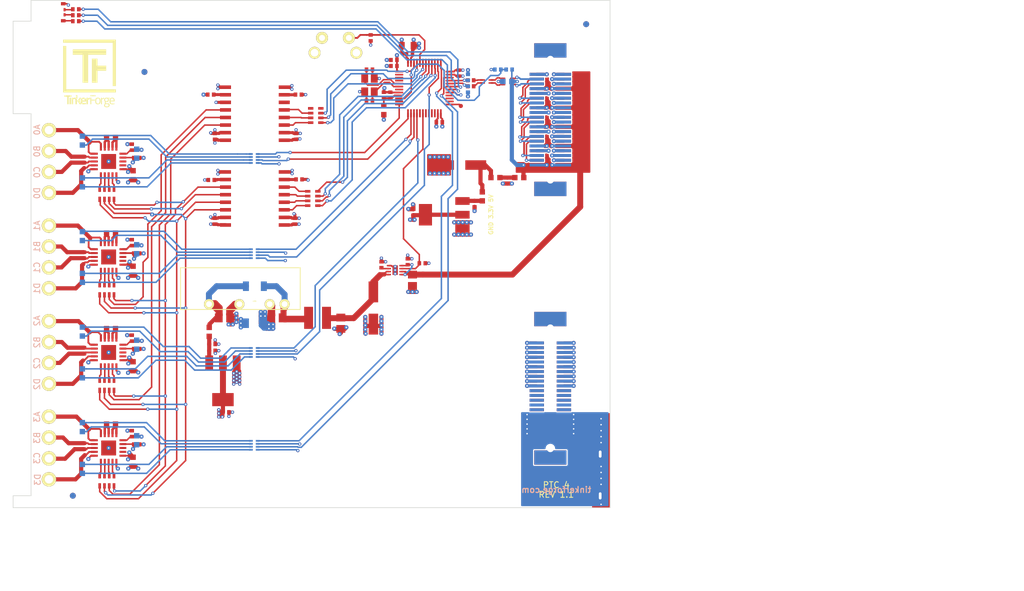
<source format=kicad_pcb>
(kicad_pcb (version 20171130) (host pcbnew 5.1.6-c6e7f7d~86~ubuntu18.04.1)
  (title_block (title "TNG PTC4") (date 2020-09-04) (rev 1.1) (company "Tinkerforge GmbH") (comment 1 "Licensed under CERN OHL v.1.1") (comment 2 "Copyright (©) 2020, B.Nordmeyer <bastian@tinkerforge.com>"))
  (layers (0 F.Cu signal) (1 GND power hide) (2 VCC power hide) (31 B.Cu signal hide) (34 B.Paste user) (35 F.Paste user) (36 B.SilkS user) (37 F.SilkS user) (38 B.Mask user) (39 F.Mask user) (44 Edge.Cuts user))
  (net 0 "")
  (net 1 GND)
  (net 2 3V3)
  (net 3 "Net-(C102-Pad1)")
  (net 4 "Net-(C108-Pad2)")
  (net 5 "Net-(C109-Pad2)")
  (net 6 +5V)
  (net 7 "Net-(C112-Pad1)")
  (net 8 USB-DP)
  (net 9 USB-DM)
  (net 10 5VA)
  (net 11 "Net-(C117-Pad1)")
  (net 12 Earth)
  (net 13 AGND)
  (net 14 "Net-(C202-Pad2)")
  (net 15 "Net-(C203-Pad2)")
  (net 16 "Net-(C210-Pad2)")
  (net 17 "Net-(D203-Pad2)")
  (net 18 "Net-(D203-Pad1)")
  (net 19 "Net-(D204-Pad1)")
  (net 20 "Net-(D204-Pad2)")
  (net 21 "Net-(D205-Pad2)")
  (net 22 "Net-(D205-Pad1)")
  (net 23 "Net-(D206-Pad1)")
  (net 24 "Net-(D206-Pad2)")
  (net 25 "Net-(D207-Pad2)")
  (net 26 "Net-(D207-Pad1)")
  (net 27 "Net-(D208-Pad1)")
  (net 28 "Net-(D208-Pad2)")
  (net 29 "Net-(D209-Pad2)")
  (net 30 "Net-(D209-Pad1)")
  (net 31 "Net-(D210-Pad1)")
  (net 32 "Net-(D210-Pad2)")
  (net 33 "Net-(J103-Pad29)")
  (net 34 "Net-(J103-Pad27)")
  (net 35 "Net-(J103-Pad21)")
  (net 36 "Net-(J103-Pad19)")
  (net 37 "Net-(J103-Pad13)")
  (net 38 "Net-(J103-Pad11)")
  (net 39 "Net-(J103-Pad5)")
  (net 40 "Net-(J103-Pad3)")
  (net 41 "Net-(LED101-Pad4)")
  (net 42 "Net-(LED101-Pad2)")
  (net 43 "Net-(LED101-Pad3)")
  (net 44 LEDR)
  (net 45 "Net-(R203-Pad1)")
  (net 46 "Net-(R204-Pad1)")
  (net 47 LED3)
  (net 48 LED2)
  (net 49 LED5)
  (net 50 LED4)
  (net 51 LED6)
  (net 52 LED7)
  (net 53 LEDG)
  (net 54 LED1)
  (net 55 LED0)
  (net 56 LEDB)
  (net 57 "Net-(C119-Pad2)")
  (net 58 USB-DMA)
  (net 59 USB-DPA)
  (net 60 USB-DMB)
  (net 61 USB-DPB)
  (net 62 AIN0)
  (net 63 USB-DMC)
  (net 64 USB-DPC)
  (net 65 AGNDA)
  (net 66 VCCPWRA)
  (net 67 "Net-(P102-Pad1)")
  (net 68 "Net-(C121-Pad1)")
  (net 69 "Net-(R101-Pad2)")
  (net 70 "Net-(C120-Pad1)")
  (net 71 A5V)
  (net 72 "Net-(C201-Pad2)")
  (net 73 "Net-(C201-Pad1)")
  (net 74 "Net-(C202-Pad1)")
  (net 75 "Net-(C203-Pad1)")
  (net 76 "Net-(C204-Pad1)")
  (net 77 AGND1)
  (net 78 "Net-(C205-Pad1)")
  (net 79 AGND2)
  (net 80 AGND3)
  (net 81 "Net-(C206-Pad1)")
  (net 82 A3V3)
  (net 83 "Net-(C210-Pad1)")
  (net 84 "Net-(C211-Pad1)")
  (net 85 AGND4)
  (net 86 "Net-(C218-Pad1)")
  (net 87 "Net-(J101-Pad22)")
  (net 88 "Net-(J101-Pad24)")
  (net 89 "Net-(J101-Pad26)")
  (net 90 "Net-(J101-Pad28)")
  (net 91 "Net-(J101-Pad30)")
  (net 92 "Net-(J101-Pad21)")
  (net 93 "Net-(J101-Pad23)")
  (net 94 "Net-(J101-Pad25)")
  (net 95 "Net-(J101-Pad27)")
  (net 96 "Net-(J101-Pad29)")
  (net 97 "Net-(J102-Pad22)")
  (net 98 "Net-(J102-Pad24)")
  (net 99 "Net-(J102-Pad26)")
  (net 100 "Net-(J102-Pad28)")
  (net 101 "Net-(J102-Pad30)")
  (net 102 "Net-(J102-Pad21)")
  (net 103 "Net-(J102-Pad23)")
  (net 104 "Net-(J102-Pad25)")
  (net 105 "Net-(J102-Pad27)")
  (net 106 "Net-(J102-Pad29)")
  (net 107 "Net-(J103-Pad37)")
  (net 108 "Net-(J103-Pad35)")
  (net 109 "Net-(P201-Pad1)")
  (net 110 "Net-(P201-Pad4)")
  (net 111 "Net-(P202-Pad4)")
  (net 112 "Net-(P202-Pad1)")
  (net 113 "Net-(P203-Pad1)")
  (net 114 "Net-(P203-Pad4)")
  (net 115 "Net-(P204-Pad4)")
  (net 116 "Net-(P204-Pad1)")
  (net 117 5V-ENABLE)
  (net 118 "Net-(R201-Pad2)")
  (net 119 "Net-(R201-Pad1)")
  (net 120 "Net-(R202-Pad1)")
  (net 121 "Net-(R202-Pad2)")
  (net 122 "Net-(R203-Pad2)")
  (net 123 "Net-(R204-Pad2)")
  (net 124 "Net-(R205-Pad1)")
  (net 125 "Net-(R206-Pad1)")
  (net 126 "Net-(R207-Pad2)")
  (net 127 "Net-(R208-Pad2)")
  (net 128 "Net-(RP205-Pad1)")
  (net 129 "Net-(RP205-Pad2)")
  (net 130 "Net-(RP205-Pad3)")
  (net 131 "Net-(RP205-Pad4)")
  (net 132 SDO)
  (net 133 SDI)
  (net 134 SCLK)
  (net 135 CS0)
  (net 136 "Net-(RP206-Pad1)")
  (net 137 "Net-(RP206-Pad2)")
  (net 138 "Net-(RP206-Pad3)")
  (net 139 "Net-(RP206-Pad4)")
  (net 140 CS1)
  (net 141 CS2)
  (net 142 "Net-(RP207-Pad4)")
  (net 143 "Net-(RP207-Pad3)")
  (net 144 "Net-(RP207-Pad2)")
  (net 145 "Net-(RP207-Pad1)")
  (net 146 CS3)
  (net 147 "Net-(RP208-Pad4)")
  (net 148 "Net-(RP208-Pad3)")
  (net 149 "Net-(RP208-Pad2)")
  (net 150 "Net-(RP208-Pad1)")
  (net 151 "Net-(RP209-Pad1)")
  (net 152 "Net-(RP209-Pad2)")
  (net 153 "Net-(RP209-Pad3)")
  (net 154 "Net-(RP209-Pad4)")
  (net 155 SPI-MISO)
  (net 156 SPI-CS0)
  (net 157 SPI-MOSI)
  (net 158 SPI-CLK)
  (net 159 SPI-CS1)
  (net 160 SPI-CS2)
  (net 161 SPI-CS3)
  (net 162 "Net-(RP210-Pad5)")
  (net 163 "Net-(RP210-Pad4)")
  (net 164 "Net-(RP210-Pad3)")
  (net 165 "Net-(RP210-Pad2)")
  (net 166 "Net-(RP210-Pad1)")
  (net 167 "Net-(U101-Pad2)")
  (net 168 "Net-(U101-Pad3)")
  (net 169 "Net-(U101-Pad4)")
  (net 170 "Net-(U101-Pad7)")
  (net 171 "Net-(U101-Pad11)")
  (net 172 "Net-(U101-Pad17)")
  (net 173 "Net-(U101-Pad19)")
  (net 174 "Net-(U101-Pad20)")
  (net 175 "Net-(U101-Pad21)")
  (net 176 "Net-(U101-Pad22)")
  (net 177 "Net-(U101-Pad26)")
  (net 178 "Net-(U101-Pad27)")
  (net 179 "Net-(U101-Pad28)")
  (net 180 "Net-(U201-Pad17)")
  (net 181 "Net-(U201-Pad18)")
  (net 182 "Net-(U202-Pad18)")
  (net 183 "Net-(U202-Pad17)")
  (net 184 "Net-(U203-Pad17)")
  (net 185 "Net-(U203-Pad18)")
  (net 186 "Net-(U204-Pad18)")
  (net 187 "Net-(U204-Pad17)")
  (net 188 "Net-(U206-Pad6)")
  (module kicad-libraries:SOT-223 (layer F.Cu) (at 161.975 98.425 90)
    (fp_text reference U102)
    (fp_text value AZ1117EH)
    (pad 2 smd rect (at 0 -3.0988 90) (size 3.59918 2.19964) (layers F.Cu F.Paste F.Mask) (net 2 3V3))
    (pad 3 smd rect (at 2.30124 3.0988 90) (size 1.30048 2.4003) (layers F.Cu F.Paste F.Mask) (net 11 "Net-(C117-Pad1)"))
    (pad 2 smd rect (at 0 3.0988 90) (size 1.30048 2.4003) (layers F.Cu F.Paste F.Mask) (net 2 3V3))
    (pad 1 smd rect (at -2.30124 3.0988 90) (size 1.30048 2.4003) (layers F.Cu F.Paste F.Mask) (net 1 GND))
  )
  (module kicad-libraries:PE_Hook (layer F.Cu) (at 188.3 139.6)
    (fp_text reference P103)
    (fp_text value PE)
    (pad 1 thru_hole oval (at -0.15 -1.075) (size 1 2) (drill oval 0.45 1.2) (layers *.Cu *.Mask) (net 12 Earth))
    (pad 1 thru_hole oval (at -0.15 5.925) (size 1 2) (drill oval 0.45 1.2) (layers *.Cu *.Mask) (net 12 Earth))
    (pad 1 smd rect (at 0 0) (size 3 15.85) (layers F.Cu) (net 12 Earth))
  )
  (module kicad-libraries:Fiducial_Mark (layer B.Cu) (at 99.8 145.5)
    (fp_text reference Fiducial_Mark hide)
    (fp_text value VAL** hide)
    (pad 1 smd circle (at 0 0) (size 1.00076 1.00076) (layers B.Cu B.Paste B.Mask) (clearance 0.65024))
  )
  (module kicad-libraries:Fiducial_Mark (layer B.Cu) (at 185.8 66.5)
    (fp_text reference Fiducial_Mark hide)
    (fp_text value VAL** hide)
    (pad 1 smd circle (at 0 0) (size 1.00076 1.00076) (layers B.Cu B.Paste B.Mask) (clearance 0.65024))
  )
  (module kicad-libraries:Fiducial_Mark (layer B.Cu) (at 111.8 74.5)
    (fp_text reference Fiducial_Mark hide)
    (fp_text value VAL** hide)
    (pad 1 smd circle (at 0 0) (size 1.00076 1.00076) (layers B.Cu B.Paste B.Mask) (clearance 0.65024))
  )
  (module kicad-libraries:Fiducial_Mark (layer F.Cu) (at 175.8 142.5)
    (fp_text reference Fiducial_Mark hide)
    (fp_text value VAL** hide)
    (pad 1 smd circle (at 0 0) (size 1.00076 1.00076) (layers F.Cu F.Paste F.Mask) (clearance 0.65024))
  )
  (module kicad-libraries:Fiducial_Mark (layer F.Cu) (at 111.8 74.5)
    (fp_text reference Fiducial_Mark hide)
    (fp_text value VAL** hide)
    (pad 1 smd circle (at 0 0) (size 1.00076 1.00076) (layers F.Cu F.Paste F.Mask) (clearance 0.65024))
  )
  (module kicad-libraries:Fiducial_Mark (layer F.Cu) (at 99.8 145.5)
    (fp_text reference Fiducial_Mark hide)
    (fp_text value VAL** hide)
    (pad 1 smd circle (at 0 0) (size 1.00076 1.00076) (layers F.Cu F.Paste F.Mask) (clearance 0.65024))
  )
  (module kicad-libraries:Fiducial_Mark (layer F.Cu) (at 185.8 66.5)
    (fp_text reference Fiducial_Mark hide)
    (fp_text value VAL** hide)
    (pad 1 smd circle (at 0 0) (size 1.00076 1.00076) (layers F.Cu F.Paste F.Mask) (clearance 0.65024))
  )
  (module C0402F (layer F.Cu) (at 156.85 98 90)
    (fp_text reference C116)
    (fp_text value 1uF)
    (pad 2 smd rect (at 0.5 0 90) (size 0.6 0.7) (layers F.Cu F.Paste F.Mask) (net 1 GND))
    (pad 1 smd rect (at -0.5 0 90) (size 0.6 0.7) (layers F.Cu F.Paste F.Mask) (net 2 3V3))
  )
  (module C0805 (layer F.Cu) (at 155.9 70.1)
    (fp_text reference C110)
    (fp_text value 10uF)
    (pad 1 smd rect (at -1.00076 0) (size 1.00076 1.24968) (layers F.Cu F.Paste F.Mask) (net 2 3V3) (clearance 0.14986))
    (pad 2 smd rect (at 1.00076 0) (size 1.00076 1.24968) (layers F.Cu F.Paste F.Mask) (net 1 GND) (clearance 0.14986))
  )
  (module C0603F (layer B.Cu) (at 172.6 76.1 180)
    (fp_text reference C115)
    (fp_text value 2.2uF)
    (pad 2 smd rect (at 0.75 0 180) (size 0.9 0.9) (layers B.Cu B.Paste B.Mask) (net 1 GND))
    (pad 1 smd rect (at -0.75 0 180) (size 0.9 0.9) (layers B.Cu B.Paste B.Mask) (net 10 5VA))
  )
  (module C0402F (layer F.Cu) (at 167.1 96.6 270)
    (fp_text reference C117)
    (fp_text value 1uF)
    (pad 1 smd rect (at -0.5 0 270) (size 0.6 0.7) (layers F.Cu F.Paste F.Mask) (net 11 "Net-(C117-Pad1)"))
    (pad 2 smd rect (at 0.5 0 270) (size 0.6 0.7) (layers F.Cu F.Paste F.Mask) (net 1 GND))
  )
  (module TNG-40-TOP (layer F.Cu) (at 179.8 127.5 270)
    (fp_text reference J101)
    (fp_text value TNG-Power-TOP)
    (pad MNT smd rect (at -11.6 0 270) (size 2.4 5.4) (layers F.Cu F.Paste F.Mask))
    (pad MNT smd rect (at 11.6 0 270) (size 2.4 5.4) (layers F.Cu F.Paste F.Mask))
    (pad "" np_thru_hole circle (at -10.1 0 270) (size 0.8 0.8) (drill 0.8) (layers *.Cu *.Mask))
    (pad "" np_thru_hole circle (at 10.1 0 270) (size 1.2 1.2) (drill 1.2) (layers *.Cu *.Mask))
    (pad 2 smd rect (at -7.6 -2.275 270) (size 0.5 2.4) (layers F.Cu F.Paste F.Mask) (net 65 AGNDA))
    (pad 4 smd rect (at -6.8 -2.275 270) (size 0.5 2.4) (layers F.Cu F.Paste F.Mask) (net 65 AGNDA))
    (pad 6 smd rect (at -6 -2.275 270) (size 0.5 2.4) (layers F.Cu F.Paste F.Mask) (net 65 AGNDA))
    (pad 8 smd rect (at -5.2 -2.275 270) (size 0.5 2.4) (layers F.Cu F.Paste F.Mask) (net 65 AGNDA))
    (pad 10 smd rect (at -4.4 -2.275 270) (size 0.5 2.4) (layers F.Cu F.Paste F.Mask) (net 65 AGNDA))
    (pad 12 smd rect (at -3.6 -2.275 270) (size 0.5 2.4) (layers F.Cu F.Paste F.Mask) (net 65 AGNDA))
    (pad 14 smd rect (at -2.8 -2.275 270) (size 0.5 2.4) (layers F.Cu F.Paste F.Mask) (net 65 AGNDA))
    (pad 16 smd rect (at -2 -2.275 270) (size 0.5 2.4) (layers F.Cu F.Paste F.Mask) (net 65 AGNDA))
    (pad 18 smd rect (at -1.2 -2.275 270) (size 0.5 2.4) (layers F.Cu F.Paste F.Mask) (net 65 AGNDA))
    (pad 20 smd rect (at -0.4 -2.275 270) (size 0.5 2.4) (layers F.Cu F.Paste F.Mask) (net 65 AGNDA))
    (pad 22 smd rect (at 0.4 -2.275 270) (size 0.5 2.4) (layers F.Cu F.Paste F.Mask) (net 87 "Net-(J101-Pad22)"))
    (pad 24 smd rect (at 1.2 -2.275 270) (size 0.5 2.4) (layers F.Cu F.Paste F.Mask) (net 88 "Net-(J101-Pad24)"))
    (pad 26 smd rect (at 2 -2.275 270) (size 0.5 2.4) (layers F.Cu F.Paste F.Mask) (net 89 "Net-(J101-Pad26)"))
    (pad 28 smd rect (at 2.8 -2.275 270) (size 0.5 2.4) (layers F.Cu F.Paste F.Mask) (net 90 "Net-(J101-Pad28)"))
    (pad 30 smd rect (at 3.6 -2.275 270) (size 0.5 2.4) (layers F.Cu F.Paste F.Mask) (net 91 "Net-(J101-Pad30)"))
    (pad 32 smd rect (at 4.4 -2.275 270) (size 0.5 2.4) (layers F.Cu F.Paste F.Mask) (net 12 Earth))
    (pad 34 smd rect (at 5.2 -2.275 270) (size 0.5 2.4) (layers F.Cu F.Paste F.Mask) (net 12 Earth))
    (pad 36 smd rect (at 6 -2.275 270) (size 0.5 2.4) (layers F.Cu F.Paste F.Mask) (net 12 Earth))
    (pad 38 smd rect (at 6.8 -2.275 270) (size 0.5 2.4) (layers F.Cu F.Paste F.Mask) (net 12 Earth))
    (pad 40 smd rect (at 7.6 -2.275 270) (size 0.5 2.4) (layers F.Cu F.Paste F.Mask) (net 12 Earth))
    (pad 1 smd rect (at -7.6 2.275 270) (size 0.5 2.4) (layers F.Cu F.Paste F.Mask) (net 66 VCCPWRA))
    (pad 3 smd rect (at -6.8 2.275 270) (size 0.5 2.4) (layers F.Cu F.Paste F.Mask) (net 66 VCCPWRA))
    (pad 5 smd rect (at -6 2.275 270) (size 0.5 2.4) (layers F.Cu F.Paste F.Mask) (net 66 VCCPWRA))
    (pad 7 smd rect (at -5.2 2.275 270) (size 0.5 2.4) (layers F.Cu F.Paste F.Mask) (net 66 VCCPWRA))
    (pad 9 smd rect (at -4.4 2.275 270) (size 0.5 2.4) (layers F.Cu F.Paste F.Mask) (net 66 VCCPWRA))
    (pad 11 smd rect (at -3.6 2.275 270) (size 0.5 2.4) (layers F.Cu F.Paste F.Mask) (net 66 VCCPWRA))
    (pad 13 smd rect (at -2.8 2.275 270) (size 0.5 2.4) (layers F.Cu F.Paste F.Mask) (net 66 VCCPWRA))
    (pad 15 smd rect (at -2 2.275 270) (size 0.5 2.4) (layers F.Cu F.Paste F.Mask) (net 66 VCCPWRA))
    (pad 17 smd rect (at -1.2 2.275 270) (size 0.5 2.4) (layers F.Cu F.Paste F.Mask) (net 66 VCCPWRA))
    (pad 19 smd rect (at -0.4 2.275 270) (size 0.5 2.4) (layers F.Cu F.Paste F.Mask) (net 66 VCCPWRA))
    (pad 21 smd rect (at 0.4 2.275 270) (size 0.5 2.4) (layers F.Cu F.Paste F.Mask) (net 92 "Net-(J101-Pad21)"))
    (pad 23 smd rect (at 1.2 2.275 270) (size 0.5 2.4) (layers F.Cu F.Paste F.Mask) (net 93 "Net-(J101-Pad23)"))
    (pad 25 smd rect (at 2 2.275 270) (size 0.5 2.4) (layers F.Cu F.Paste F.Mask) (net 94 "Net-(J101-Pad25)"))
    (pad 27 smd rect (at 2.8 2.275 270) (size 0.5 2.4) (layers F.Cu F.Paste F.Mask) (net 95 "Net-(J101-Pad27)"))
    (pad 29 smd rect (at 3.6 2.275 270) (size 0.5 2.4) (layers F.Cu F.Paste F.Mask) (net 96 "Net-(J101-Pad29)"))
    (pad 31 smd rect (at 4.4 2.275 270) (size 0.5 2.4) (layers F.Cu F.Paste F.Mask) (net 12 Earth))
    (pad 33 smd rect (at 5.2 2.275 270) (size 0.5 2.4) (layers F.Cu F.Paste F.Mask) (net 12 Earth))
    (pad 35 smd rect (at 6 2.275 270) (size 0.5 2.4) (layers F.Cu F.Paste F.Mask) (net 12 Earth))
    (pad 37 smd rect (at 6.8 2.275 270) (size 0.5 2.4) (layers F.Cu F.Paste F.Mask) (net 12 Earth))
    (pad 39 smd rect (at 7.6 2.275 270) (size 0.5 2.4) (layers F.Cu F.Paste F.Mask) (net 12 Earth))
  )
  (module TNG-40-BTM (layer B.Cu) (at 179.8 127.5 270)
    (fp_text reference J102)
    (fp_text value TNG-Power-BTM)
    (pad MNT smd rect (at -11.6 0 270) (size 2.4 5.4) (layers B.Cu B.Paste B.Mask))
    (pad MNT smd rect (at 11.6 0 270) (size 2.4 5.4) (layers B.Cu B.Paste B.Mask))
    (pad "" np_thru_hole circle (at -10.1 0 270) (size 1.2 1.2) (drill 1.2) (layers *.Cu *.Mask))
    (pad "" np_thru_hole circle (at 10.1 0 270) (size 0.8 0.8) (drill 0.8) (layers *.Cu *.Mask))
    (pad 2 smd rect (at -7.6 2.275 270) (size 0.5 2.4) (layers B.Cu B.Paste B.Mask) (net 66 VCCPWRA))
    (pad 4 smd rect (at -6.8 2.275 270) (size 0.5 2.4) (layers B.Cu B.Paste B.Mask) (net 66 VCCPWRA))
    (pad 6 smd rect (at -6 2.275 270) (size 0.5 2.4) (layers B.Cu B.Paste B.Mask) (net 66 VCCPWRA))
    (pad 8 smd rect (at -5.2 2.275 270) (size 0.5 2.4) (layers B.Cu B.Paste B.Mask) (net 66 VCCPWRA))
    (pad 10 smd rect (at -4.4 2.275 270) (size 0.5 2.4) (layers B.Cu B.Paste B.Mask) (net 66 VCCPWRA))
    (pad 12 smd rect (at -3.6 2.275 270) (size 0.5 2.4) (layers B.Cu B.Paste B.Mask) (net 66 VCCPWRA))
    (pad 14 smd rect (at -2.8 2.275 270) (size 0.5 2.4) (layers B.Cu B.Paste B.Mask) (net 66 VCCPWRA))
    (pad 16 smd rect (at -2 2.275 270) (size 0.5 2.4) (layers B.Cu B.Paste B.Mask) (net 66 VCCPWRA))
    (pad 18 smd rect (at -1.2 2.275 270) (size 0.5 2.4) (layers B.Cu B.Paste B.Mask) (net 66 VCCPWRA))
    (pad 20 smd rect (at -0.4 2.275 270) (size 0.5 2.4) (layers B.Cu B.Paste B.Mask) (net 66 VCCPWRA))
    (pad 22 smd rect (at 0.4 2.275 270) (size 0.5 2.4) (layers B.Cu B.Paste B.Mask) (net 97 "Net-(J102-Pad22)"))
    (pad 24 smd rect (at 1.2 2.275 270) (size 0.5 2.4) (layers B.Cu B.Paste B.Mask) (net 98 "Net-(J102-Pad24)"))
    (pad 26 smd rect (at 2 2.275 270) (size 0.5 2.4) (layers B.Cu B.Paste B.Mask) (net 99 "Net-(J102-Pad26)"))
    (pad 28 smd rect (at 2.8 2.275 270) (size 0.5 2.4) (layers B.Cu B.Paste B.Mask) (net 100 "Net-(J102-Pad28)"))
    (pad 30 smd rect (at 3.6 2.275 270) (size 0.5 2.4) (layers B.Cu B.Paste B.Mask) (net 101 "Net-(J102-Pad30)"))
    (pad 32 smd rect (at 4.4 2.275 270) (size 0.5 2.4) (layers B.Cu B.Paste B.Mask) (net 12 Earth))
    (pad 34 smd rect (at 5.2 2.275 270) (size 0.5 2.4) (layers B.Cu B.Paste B.Mask) (net 12 Earth))
    (pad 36 smd rect (at 6 2.275 270) (size 0.5 2.4) (layers B.Cu B.Paste B.Mask) (net 12 Earth))
    (pad 38 smd rect (at 6.8 2.275 270) (size 0.5 2.4) (layers B.Cu B.Paste B.Mask) (net 12 Earth))
    (pad 40 smd rect (at 7.6 2.275 270) (size 0.5 2.4) (layers B.Cu B.Paste B.Mask) (net 12 Earth))
    (pad 1 smd rect (at -7.6 -2.275 270) (size 0.5 2.4) (layers B.Cu B.Paste B.Mask) (net 65 AGNDA))
    (pad 3 smd rect (at -6.8 -2.275 270) (size 0.5 2.4) (layers B.Cu B.Paste B.Mask) (net 65 AGNDA))
    (pad 5 smd rect (at -6 -2.275 270) (size 0.5 2.4) (layers B.Cu B.Paste B.Mask) (net 65 AGNDA))
    (pad 7 smd rect (at -5.2 -2.275 270) (size 0.5 2.4) (layers B.Cu B.Paste B.Mask) (net 65 AGNDA))
    (pad 9 smd rect (at -4.4 -2.275 270) (size 0.5 2.4) (layers B.Cu B.Paste B.Mask) (net 65 AGNDA))
    (pad 11 smd rect (at -3.6 -2.275 270) (size 0.5 2.4) (layers B.Cu B.Paste B.Mask) (net 65 AGNDA))
    (pad 13 smd rect (at -2.8 -2.275 270) (size 0.5 2.4) (layers B.Cu B.Paste B.Mask) (net 65 AGNDA))
    (pad 15 smd rect (at -2 -2.275 270) (size 0.5 2.4) (layers B.Cu B.Paste B.Mask) (net 65 AGNDA))
    (pad 17 smd rect (at -1.2 -2.275 270) (size 0.5 2.4) (layers B.Cu B.Paste B.Mask) (net 65 AGNDA))
    (pad 19 smd rect (at -0.4 -2.275 270) (size 0.5 2.4) (layers B.Cu B.Paste B.Mask) (net 65 AGNDA))
    (pad 21 smd rect (at 0.4 -2.275 270) (size 0.5 2.4) (layers B.Cu B.Paste B.Mask) (net 102 "Net-(J102-Pad21)"))
    (pad 23 smd rect (at 1.2 -2.275 270) (size 0.5 2.4) (layers B.Cu B.Paste B.Mask) (net 103 "Net-(J102-Pad23)"))
    (pad 25 smd rect (at 2 -2.275 270) (size 0.5 2.4) (layers B.Cu B.Paste B.Mask) (net 104 "Net-(J102-Pad25)"))
    (pad 27 smd rect (at 2.8 -2.275 270) (size 0.5 2.4) (layers B.Cu B.Paste B.Mask) (net 105 "Net-(J102-Pad27)"))
    (pad 29 smd rect (at 3.6 -2.275 270) (size 0.5 2.4) (layers B.Cu B.Paste B.Mask) (net 106 "Net-(J102-Pad29)"))
    (pad 31 smd rect (at 4.4 -2.275 270) (size 0.5 2.4) (layers B.Cu B.Paste B.Mask) (net 12 Earth))
    (pad 33 smd rect (at 5.2 -2.275 270) (size 0.5 2.4) (layers B.Cu B.Paste B.Mask) (net 12 Earth))
    (pad 35 smd rect (at 6 -2.275 270) (size 0.5 2.4) (layers B.Cu B.Paste B.Mask) (net 12 Earth))
    (pad 37 smd rect (at 6.8 -2.275 270) (size 0.5 2.4) (layers B.Cu B.Paste B.Mask) (net 12 Earth))
    (pad 39 smd rect (at 7.6 -2.275 270) (size 0.5 2.4) (layers B.Cu B.Paste B.Mask) (net 12 Earth))
  )
  (module TNG-40-TOP (layer F.Cu) (at 179.8 82.5 270)
    (fp_text reference J103)
    (fp_text value TNG-Data-TOP)
    (pad 39 smd rect (at 7.6 2.275 270) (size 0.5 2.4) (layers F.Cu F.Paste F.Mask) (net 10 5VA))
    (pad 37 smd rect (at 6.8 2.275 270) (size 0.5 2.4) (layers F.Cu F.Paste F.Mask) (net 107 "Net-(J103-Pad37)"))
    (pad 35 smd rect (at 6 2.275 270) (size 0.5 2.4) (layers F.Cu F.Paste F.Mask) (net 108 "Net-(J103-Pad35)"))
    (pad 33 smd rect (at 5.2 2.275 270) (size 0.5 2.4) (layers F.Cu F.Paste F.Mask) (net 1 GND))
    (pad 31 smd rect (at 4.4 2.275 270) (size 0.5 2.4) (layers F.Cu F.Paste F.Mask) (net 10 5VA))
    (pad 29 smd rect (at 3.6 2.275 270) (size 0.5 2.4) (layers F.Cu F.Paste F.Mask) (net 33 "Net-(J103-Pad29)"))
    (pad 27 smd rect (at 2.8 2.275 270) (size 0.5 2.4) (layers F.Cu F.Paste F.Mask) (net 34 "Net-(J103-Pad27)"))
    (pad 25 smd rect (at 2 2.275 270) (size 0.5 2.4) (layers F.Cu F.Paste F.Mask) (net 1 GND))
    (pad 23 smd rect (at 1.2 2.275 270) (size 0.5 2.4) (layers F.Cu F.Paste F.Mask) (net 10 5VA))
    (pad 21 smd rect (at 0.4 2.275 270) (size 0.5 2.4) (layers F.Cu F.Paste F.Mask) (net 35 "Net-(J103-Pad21)"))
    (pad 19 smd rect (at -0.4 2.275 270) (size 0.5 2.4) (layers F.Cu F.Paste F.Mask) (net 36 "Net-(J103-Pad19)"))
    (pad 17 smd rect (at -1.2 2.275 270) (size 0.5 2.4) (layers F.Cu F.Paste F.Mask) (net 1 GND))
    (pad 15 smd rect (at -2 2.275 270) (size 0.5 2.4) (layers F.Cu F.Paste F.Mask) (net 10 5VA))
    (pad 13 smd rect (at -2.8 2.275 270) (size 0.5 2.4) (layers F.Cu F.Paste F.Mask) (net 37 "Net-(J103-Pad13)"))
    (pad 11 smd rect (at -3.6 2.275 270) (size 0.5 2.4) (layers F.Cu F.Paste F.Mask) (net 38 "Net-(J103-Pad11)"))
    (pad 9 smd rect (at -4.4 2.275 270) (size 0.5 2.4) (layers F.Cu F.Paste F.Mask) (net 1 GND))
    (pad 7 smd rect (at -5.2 2.275 270) (size 0.5 2.4) (layers F.Cu F.Paste F.Mask) (net 10 5VA))
    (pad 5 smd rect (at -6 2.275 270) (size 0.5 2.4) (layers F.Cu F.Paste F.Mask) (net 39 "Net-(J103-Pad5)"))
    (pad 3 smd rect (at -6.8 2.275 270) (size 0.5 2.4) (layers F.Cu F.Paste F.Mask) (net 40 "Net-(J103-Pad3)"))
    (pad 1 smd rect (at -7.6 2.275 270) (size 0.5 2.4) (layers F.Cu F.Paste F.Mask) (net 1 GND))
    (pad 40 smd rect (at 7.6 -2.275 270) (size 0.5 2.4) (layers F.Cu F.Paste F.Mask) (net 10 5VA))
    (pad 38 smd rect (at 6.8 -2.275 270) (size 0.5 2.4) (layers F.Cu F.Paste F.Mask) (net 1 GND))
    (pad 36 smd rect (at 6 -2.275 270) (size 0.5 2.4) (layers F.Cu F.Paste F.Mask) (net 1 GND))
    (pad 34 smd rect (at 5.2 -2.275 270) (size 0.5 2.4) (layers F.Cu F.Paste F.Mask) (net 1 GND))
    (pad 32 smd rect (at 4.4 -2.275 270) (size 0.5 2.4) (layers F.Cu F.Paste F.Mask) (net 10 5VA))
    (pad 30 smd rect (at 3.6 -2.275 270) (size 0.5 2.4) (layers F.Cu F.Paste F.Mask) (net 1 GND))
    (pad 28 smd rect (at 2.8 -2.275 270) (size 0.5 2.4) (layers F.Cu F.Paste F.Mask) (net 1 GND))
    (pad 26 smd rect (at 2 -2.275 270) (size 0.5 2.4) (layers F.Cu F.Paste F.Mask) (net 1 GND))
    (pad 24 smd rect (at 1.2 -2.275 270) (size 0.5 2.4) (layers F.Cu F.Paste F.Mask) (net 10 5VA))
    (pad 22 smd rect (at 0.4 -2.275 270) (size 0.5 2.4) (layers F.Cu F.Paste F.Mask) (net 1 GND))
    (pad 20 smd rect (at -0.4 -2.275 270) (size 0.5 2.4) (layers F.Cu F.Paste F.Mask) (net 1 GND))
    (pad 18 smd rect (at -1.2 -2.275 270) (size 0.5 2.4) (layers F.Cu F.Paste F.Mask) (net 1 GND))
    (pad 16 smd rect (at -2 -2.275 270) (size 0.5 2.4) (layers F.Cu F.Paste F.Mask) (net 10 5VA))
    (pad 14 smd rect (at -2.8 -2.275 270) (size 0.5 2.4) (layers F.Cu F.Paste F.Mask) (net 1 GND))
    (pad 12 smd rect (at -3.6 -2.275 270) (size 0.5 2.4) (layers F.Cu F.Paste F.Mask) (net 1 GND))
    (pad 10 smd rect (at -4.4 -2.275 270) (size 0.5 2.4) (layers F.Cu F.Paste F.Mask) (net 1 GND))
    (pad 8 smd rect (at -5.2 -2.275 270) (size 0.5 2.4) (layers F.Cu F.Paste F.Mask) (net 10 5VA))
    (pad 6 smd rect (at -6 -2.275 270) (size 0.5 2.4) (layers F.Cu F.Paste F.Mask) (net 1 GND))
    (pad 4 smd rect (at -6.8 -2.275 270) (size 0.5 2.4) (layers F.Cu F.Paste F.Mask) (net 1 GND))
    (pad 2 smd rect (at -7.6 -2.275 270) (size 0.5 2.4) (layers F.Cu F.Paste F.Mask) (net 1 GND))
    (pad "" np_thru_hole circle (at 10.1 0 270) (size 1.2 1.2) (drill 1.2) (layers *.Cu *.Mask))
    (pad "" np_thru_hole circle (at -10.1 0 270) (size 0.8 0.8) (drill 0.8) (layers *.Cu *.Mask))
    (pad MNT smd rect (at 11.6 0 270) (size 2.4 5.4) (layers F.Cu F.Paste F.Mask))
    (pad MNT smd rect (at -11.6 0 270) (size 2.4 5.4) (layers F.Cu F.Paste F.Mask))
  )
  (module TNG-40-BTM (layer B.Cu) (at 179.8 82.5 270)
    (fp_text reference J104)
    (fp_text value TNG-Data-BTM)
    (pad 39 smd rect (at 7.6 -2.275 270) (size 0.5 2.4) (layers B.Cu B.Paste B.Mask) (net 10 5VA))
    (pad 37 smd rect (at 6.8 -2.275 270) (size 0.5 2.4) (layers B.Cu B.Paste B.Mask) (net 1 GND))
    (pad 35 smd rect (at 6 -2.275 270) (size 0.5 2.4) (layers B.Cu B.Paste B.Mask) (net 1 GND))
    (pad 33 smd rect (at 5.2 -2.275 270) (size 0.5 2.4) (layers B.Cu B.Paste B.Mask) (net 1 GND))
    (pad 31 smd rect (at 4.4 -2.275 270) (size 0.5 2.4) (layers B.Cu B.Paste B.Mask) (net 10 5VA))
    (pad 29 smd rect (at 3.6 -2.275 270) (size 0.5 2.4) (layers B.Cu B.Paste B.Mask) (net 1 GND))
    (pad 27 smd rect (at 2.8 -2.275 270) (size 0.5 2.4) (layers B.Cu B.Paste B.Mask) (net 1 GND))
    (pad 25 smd rect (at 2 -2.275 270) (size 0.5 2.4) (layers B.Cu B.Paste B.Mask) (net 1 GND))
    (pad 23 smd rect (at 1.2 -2.275 270) (size 0.5 2.4) (layers B.Cu B.Paste B.Mask) (net 10 5VA))
    (pad 21 smd rect (at 0.4 -2.275 270) (size 0.5 2.4) (layers B.Cu B.Paste B.Mask) (net 1 GND))
    (pad 19 smd rect (at -0.4 -2.275 270) (size 0.5 2.4) (layers B.Cu B.Paste B.Mask) (net 1 GND))
    (pad 17 smd rect (at -1.2 -2.275 270) (size 0.5 2.4) (layers B.Cu B.Paste B.Mask) (net 1 GND))
    (pad 15 smd rect (at -2 -2.275 270) (size 0.5 2.4) (layers B.Cu B.Paste B.Mask) (net 10 5VA))
    (pad 13 smd rect (at -2.8 -2.275 270) (size 0.5 2.4) (layers B.Cu B.Paste B.Mask) (net 1 GND))
    (pad 11 smd rect (at -3.6 -2.275 270) (size 0.5 2.4) (layers B.Cu B.Paste B.Mask) (net 1 GND))
    (pad 9 smd rect (at -4.4 -2.275 270) (size 0.5 2.4) (layers B.Cu B.Paste B.Mask) (net 1 GND))
    (pad 7 smd rect (at -5.2 -2.275 270) (size 0.5 2.4) (layers B.Cu B.Paste B.Mask) (net 10 5VA))
    (pad 5 smd rect (at -6 -2.275 270) (size 0.5 2.4) (layers B.Cu B.Paste B.Mask) (net 1 GND))
    (pad 3 smd rect (at -6.8 -2.275 270) (size 0.5 2.4) (layers B.Cu B.Paste B.Mask) (net 1 GND))
    (pad 1 smd rect (at -7.6 -2.275 270) (size 0.5 2.4) (layers B.Cu B.Paste B.Mask) (net 1 GND))
    (pad 40 smd rect (at 7.6 2.275 270) (size 0.5 2.4) (layers B.Cu B.Paste B.Mask) (net 10 5VA))
    (pad 38 smd rect (at 6.8 2.275 270) (size 0.5 2.4) (layers B.Cu B.Paste B.Mask) (net 33 "Net-(J103-Pad29)"))
    (pad 36 smd rect (at 6 2.275 270) (size 0.5 2.4) (layers B.Cu B.Paste B.Mask) (net 34 "Net-(J103-Pad27)"))
    (pad 34 smd rect (at 5.2 2.275 270) (size 0.5 2.4) (layers B.Cu B.Paste B.Mask) (net 1 GND))
    (pad 32 smd rect (at 4.4 2.275 270) (size 0.5 2.4) (layers B.Cu B.Paste B.Mask) (net 10 5VA))
    (pad 30 smd rect (at 3.6 2.275 270) (size 0.5 2.4) (layers B.Cu B.Paste B.Mask) (net 35 "Net-(J103-Pad21)"))
    (pad 28 smd rect (at 2.8 2.275 270) (size 0.5 2.4) (layers B.Cu B.Paste B.Mask) (net 36 "Net-(J103-Pad19)"))
    (pad 26 smd rect (at 2 2.275 270) (size 0.5 2.4) (layers B.Cu B.Paste B.Mask) (net 1 GND))
    (pad 24 smd rect (at 1.2 2.275 270) (size 0.5 2.4) (layers B.Cu B.Paste B.Mask) (net 10 5VA))
    (pad 22 smd rect (at 0.4 2.275 270) (size 0.5 2.4) (layers B.Cu B.Paste B.Mask) (net 37 "Net-(J103-Pad13)"))
    (pad 20 smd rect (at -0.4 2.275 270) (size 0.5 2.4) (layers B.Cu B.Paste B.Mask) (net 38 "Net-(J103-Pad11)"))
    (pad 18 smd rect (at -1.2 2.275 270) (size 0.5 2.4) (layers B.Cu B.Paste B.Mask) (net 1 GND))
    (pad 16 smd rect (at -2 2.275 270) (size 0.5 2.4) (layers B.Cu B.Paste B.Mask) (net 10 5VA))
    (pad 14 smd rect (at -2.8 2.275 270) (size 0.5 2.4) (layers B.Cu B.Paste B.Mask) (net 39 "Net-(J103-Pad5)"))
    (pad 12 smd rect (at -3.6 2.275 270) (size 0.5 2.4) (layers B.Cu B.Paste B.Mask) (net 40 "Net-(J103-Pad3)"))
    (pad 10 smd rect (at -4.4 2.275 270) (size 0.5 2.4) (layers B.Cu B.Paste B.Mask) (net 1 GND))
    (pad 8 smd rect (at -5.2 2.275 270) (size 0.5 2.4) (layers B.Cu B.Paste B.Mask) (net 10 5VA))
    (pad 6 smd rect (at -6 2.275 270) (size 0.5 2.4) (layers B.Cu B.Paste B.Mask) (net 58 USB-DMA))
    (pad 4 smd rect (at -6.8 2.275 270) (size 0.5 2.4) (layers B.Cu B.Paste B.Mask) (net 59 USB-DPA))
    (pad 2 smd rect (at -7.6 2.275 270) (size 0.5 2.4) (layers B.Cu B.Paste B.Mask) (net 1 GND))
    (pad "" np_thru_hole circle (at 10.1 0 270) (size 0.8 0.8) (drill 0.8) (layers *.Cu *.Mask))
    (pad "" np_thru_hole circle (at -10.1 0 270) (size 1.2 1.2) (drill 1.2) (layers *.Cu *.Mask))
    (pad MNT smd rect (at 11.6 0 270) (size 2.4 5.4) (layers B.Cu B.Paste B.Mask))
    (pad MNT smd rect (at -11.6 0 270) (size 2.4 5.4) (layers B.Cu B.Paste B.Mask))
  )
  (module R0603F (layer F.Cu) (at 151.9 80.9 90)
    (fp_text reference L101)
    (fp_text value FB)
    (pad 1 smd rect (at -0.75 0 90) (size 0.9 0.9) (layers F.Cu F.Paste F.Mask) (net 2 3V3))
    (pad 2 smd rect (at 0.75 0 90) (size 0.9 0.9) (layers F.Cu F.Paste F.Mask) (net 3 "Net-(C102-Pad1)"))
  )
  (module R0603F (layer F.Cu) (at 168.4 95.35 270)
    (fp_text reference L102)
    (fp_text value INDUCTs)
    (pad 1 smd rect (at -0.75 0 270) (size 0.9 0.9) (layers F.Cu F.Paste F.Mask) (net 6 +5V))
    (pad 2 smd rect (at 0.75 0 270) (size 0.9 0.9) (layers F.Cu F.Paste F.Mask) (net 11 "Net-(C117-Pad1)"))
  )
  (module R0603F (layer F.Cu) (at 170.6 92.2 180)
    (fp_text reference L103)
    (fp_text value INDUCTs)
    (pad 1 smd rect (at -0.75 0 180) (size 0.9 0.9) (layers F.Cu F.Paste F.Mask) (net 7 "Net-(C112-Pad1)"))
    (pad 2 smd rect (at 0.75 0 180) (size 0.9 0.9) (layers F.Cu F.Paste F.Mask) (net 6 +5V))
  )
  (module R0603F (layer F.Cu) (at 174.6 92.2 180)
    (fp_text reference L104)
    (fp_text value INDUCTs)
    (pad 2 smd rect (at 0.75 0 180) (size 0.9 0.9) (layers F.Cu F.Paste F.Mask) (net 7 "Net-(C112-Pad1)"))
    (pad 1 smd rect (at -0.75 0 180) (size 0.9 0.9) (layers F.Cu F.Paste F.Mask) (net 10 5VA))
  )
  (module WE-CNSW-0603 (layer F.Cu) (at 169.15 76.1 180)
    (fp_text reference L105)
    (fp_text value 744230900)
    (pad 1 smd rect (at -0.725 -0.25 180) (size 0.85 0.25) (layers F.Cu F.Paste F.Mask) (net 60 USB-DMB))
    (pad 2 smd rect (at 0.725 -0.25 180) (size 0.85 0.25) (layers F.Cu F.Paste F.Mask) (net 63 USB-DMC))
    (pad 3 smd rect (at 0.725 0.25 180) (size 0.85 0.25) (layers F.Cu F.Paste F.Mask) (net 64 USB-DPC))
    (pad 4 smd rect (at -0.725 0.25 180) (size 0.85 0.25) (layers F.Cu F.Paste F.Mask) (net 61 USB-DPB))
  )
  (module OQ_4P (layer F.Cu) (at 95.8 89.5 270)
    (fp_text reference P201)
    (fp_text value INPUT0)
    (pad 1 thru_hole circle (at -5.25018 0 270) (size 2.4003 2.4003) (drill 1.39954) (layers *.Cu *.Mask F.SilkS) (net 109 "Net-(P201-Pad1)"))
    (pad 4 thru_hole circle (at 5.25018 0 270) (size 2.4003 2.4003) (drill 1.39954) (layers *.Cu *.Mask F.SilkS) (net 110 "Net-(P201-Pad4)"))
    (pad 3 thru_hole circle (at 1.75006 0 270) (size 2.4003 2.4003) (drill 1.39954) (layers *.Cu *.Mask F.SilkS) (net 72 "Net-(C201-Pad2)"))
    (pad 2 thru_hole circle (at -1.75006 0 270) (size 2.4003 2.4003) (drill 1.39954) (layers *.Cu *.Mask F.SilkS) (net 73 "Net-(C201-Pad1)"))
  )
  (module OQ_4P (layer F.Cu) (at 95.8 105.5 270)
    (fp_text reference P202)
    (fp_text value INPUT1)
    (pad 2 thru_hole circle (at -1.75006 0 270) (size 2.4003 2.4003) (drill 1.39954) (layers *.Cu *.Mask F.SilkS) (net 74 "Net-(C202-Pad1)"))
    (pad 3 thru_hole circle (at 1.75006 0 270) (size 2.4003 2.4003) (drill 1.39954) (layers *.Cu *.Mask F.SilkS) (net 14 "Net-(C202-Pad2)"))
    (pad 4 thru_hole circle (at 5.25018 0 270) (size 2.4003 2.4003) (drill 1.39954) (layers *.Cu *.Mask F.SilkS) (net 111 "Net-(P202-Pad4)"))
    (pad 1 thru_hole circle (at -5.25018 0 270) (size 2.4003 2.4003) (drill 1.39954) (layers *.Cu *.Mask F.SilkS) (net 112 "Net-(P202-Pad1)"))
  )
  (module OQ_4P (layer F.Cu) (at 95.8 121.5 270)
    (fp_text reference P203)
    (fp_text value INPUT2)
    (pad 1 thru_hole circle (at -5.25018 0 270) (size 2.4003 2.4003) (drill 1.39954) (layers *.Cu *.Mask F.SilkS) (net 113 "Net-(P203-Pad1)"))
    (pad 4 thru_hole circle (at 5.25018 0 270) (size 2.4003 2.4003) (drill 1.39954) (layers *.Cu *.Mask F.SilkS) (net 114 "Net-(P203-Pad4)"))
    (pad 3 thru_hole circle (at 1.75006 0 270) (size 2.4003 2.4003) (drill 1.39954) (layers *.Cu *.Mask F.SilkS) (net 15 "Net-(C203-Pad2)"))
    (pad 2 thru_hole circle (at -1.75006 0 270) (size 2.4003 2.4003) (drill 1.39954) (layers *.Cu *.Mask F.SilkS) (net 75 "Net-(C203-Pad1)"))
  )
  (module OQ_4P (layer F.Cu) (at 95.8 137.5 270)
    (fp_text reference P204)
    (fp_text value INPUT3)
    (pad 2 thru_hole circle (at -1.75006 0 270) (size 2.4003 2.4003) (drill 1.39954) (layers *.Cu *.Mask F.SilkS) (net 83 "Net-(C210-Pad1)"))
    (pad 3 thru_hole circle (at 1.75006 0 270) (size 2.4003 2.4003) (drill 1.39954) (layers *.Cu *.Mask F.SilkS) (net 16 "Net-(C210-Pad2)"))
    (pad 4 thru_hole circle (at 5.25018 0 270) (size 2.4003 2.4003) (drill 1.39954) (layers *.Cu *.Mask F.SilkS) (net 115 "Net-(P204-Pad4)"))
    (pad 1 thru_hole circle (at -5.25018 0 270) (size 2.4003 2.4003) (drill 1.39954) (layers *.Cu *.Mask F.SilkS) (net 116 "Net-(P204-Pad1)"))
  )
  (module kicad-libraries:LQFP48 (layer F.Cu) (at 158.7 77.2 270)
    (fp_text reference U101)
    (fp_text value STM32F070CBT6)
    (pad 1 smd rect (at -2.74828 4.22402 90) (size 0.28956 1.34874) (layers F.Cu F.Paste F.Mask) (net 2 3V3))
    (pad 2 smd rect (at -2.2479 4.22402 90) (size 0.28956 1.34874) (layers F.Cu F.Paste F.Mask) (net 167 "Net-(U101-Pad2)"))
    (pad 3 smd rect (at -1.74752 4.22402 90) (size 0.28956 1.34874) (layers F.Cu F.Paste F.Mask) (net 168 "Net-(U101-Pad3)"))
    (pad 4 smd rect (at -1.24968 4.22402 90) (size 0.28956 1.34874) (layers F.Cu F.Paste F.Mask) (net 169 "Net-(U101-Pad4)"))
    (pad 5 smd rect (at -0.7493 4.22402 90) (size 0.28956 1.34874) (layers F.Cu F.Paste F.Mask) (net 4 "Net-(C108-Pad2)"))
    (pad 6 smd rect (at -0.24892 4.22402 90) (size 0.28956 1.34874) (layers F.Cu F.Paste F.Mask) (net 5 "Net-(C109-Pad2)"))
    (pad 7 smd rect (at 0.24892 4.22402 90) (size 0.28956 1.34874) (layers F.Cu F.Paste F.Mask) (net 170 "Net-(U101-Pad7)"))
    (pad 8 smd rect (at 0.7493 4.22402 90) (size 0.28956 1.34874) (layers F.Cu F.Paste F.Mask) (net 1 GND))
    (pad 9 smd rect (at 1.24968 4.22402 90) (size 0.28956 1.34874) (layers F.Cu F.Paste F.Mask) (net 3 "Net-(C102-Pad1)"))
    (pad 10 smd rect (at 1.74752 4.22402 90) (size 0.28956 1.34874) (layers F.Cu F.Paste F.Mask) (net 62 AIN0))
    (pad 11 smd rect (at 2.2479 4.22402 90) (size 0.28956 1.34874) (layers F.Cu F.Paste F.Mask) (net 171 "Net-(U101-Pad11)"))
    (pad 12 smd rect (at 2.74828 4.22402 90) (size 0.28956 1.34874) (layers F.Cu F.Paste F.Mask) (net 55 LED0))
    (pad 13 smd rect (at 4.22402 2.74828 180) (size 0.28956 1.34874) (layers F.Cu F.Paste F.Mask) (net 54 LED1))
    (pad 14 smd rect (at 4.22402 2.2479 180) (size 0.28956 1.34874) (layers F.Cu F.Paste F.Mask) (net 48 LED2))
    (pad 15 smd rect (at 4.22402 1.74752 180) (size 0.28956 1.34874) (layers F.Cu F.Paste F.Mask) (net 47 LED3))
    (pad 16 smd rect (at 4.22402 1.24968 180) (size 0.28956 1.34874) (layers F.Cu F.Paste F.Mask) (net 50 LED4))
    (pad 17 smd rect (at 4.22402 0.7493 180) (size 0.28956 1.34874) (layers F.Cu F.Paste F.Mask) (net 172 "Net-(U101-Pad17)"))
    (pad 18 smd rect (at 4.22402 0.24892 180) (size 0.28956 1.34874) (layers F.Cu F.Paste F.Mask) (net 117 5V-ENABLE))
    (pad 19 smd rect (at 4.22402 -0.24892 180) (size 0.28956 1.34874) (layers F.Cu F.Paste F.Mask) (net 173 "Net-(U101-Pad19)"))
    (pad 20 smd rect (at 4.22402 -0.7493 180) (size 0.28956 1.34874) (layers F.Cu F.Paste F.Mask) (net 174 "Net-(U101-Pad20)"))
    (pad 21 smd rect (at 4.22402 -1.24968 180) (size 0.28956 1.34874) (layers F.Cu F.Paste F.Mask) (net 175 "Net-(U101-Pad21)"))
    (pad 22 smd rect (at 4.22402 -1.74752 180) (size 0.28956 1.34874) (layers F.Cu F.Paste F.Mask) (net 176 "Net-(U101-Pad22)"))
    (pad 23 smd rect (at 4.22402 -2.2479 180) (size 0.28956 1.34874) (layers F.Cu F.Paste F.Mask) (net 1 GND))
    (pad 24 smd rect (at 4.22402 -2.74828 180) (size 0.28956 1.34874) (layers F.Cu F.Paste F.Mask) (net 2 3V3))
    (pad 25 smd rect (at 2.74828 -4.22402 270) (size 0.28956 1.34874) (layers F.Cu F.Paste F.Mask) (net 67 "Net-(P102-Pad1)"))
    (pad 26 smd rect (at 2.2479 -4.22402 270) (size 0.28956 1.34874) (layers F.Cu F.Paste F.Mask) (net 177 "Net-(U101-Pad26)"))
    (pad 27 smd rect (at 1.74752 -4.22402 270) (size 0.28956 1.34874) (layers F.Cu F.Paste F.Mask) (net 178 "Net-(U101-Pad27)"))
    (pad 28 smd rect (at 1.24968 -4.22402 270) (size 0.28956 1.34874) (layers F.Cu F.Paste F.Mask) (net 179 "Net-(U101-Pad28)"))
    (pad 29 smd rect (at 0.7493 -4.22402 270) (size 0.28956 1.34874) (layers F.Cu F.Paste F.Mask) (net 44 LEDR))
    (pad 30 smd rect (at 0.24892 -4.22402 270) (size 0.28956 1.34874) (layers F.Cu F.Paste F.Mask) (net 53 LEDG))
    (pad 31 smd rect (at -0.24892 -4.22402 270) (size 0.28956 1.34874) (layers F.Cu F.Paste F.Mask) (net 56 LEDB))
    (pad 32 smd rect (at -0.7493 -4.22402 270) (size 0.28956 1.34874) (layers F.Cu F.Paste F.Mask) (net 9 USB-DM))
    (pad 33 smd rect (at -1.24968 -4.22402 270) (size 0.28956 1.34874) (layers F.Cu F.Paste F.Mask) (net 8 USB-DP))
    (pad 34 smd rect (at -1.74752 -4.22402 270) (size 0.28956 1.34874) (layers F.Cu F.Paste F.Mask) (net 52 LED7))
    (pad 35 smd rect (at -2.2479 -4.22402 270) (size 0.28956 1.34874) (layers F.Cu F.Paste F.Mask) (net 1 GND))
    (pad 36 smd rect (at -2.74828 -4.22402 270) (size 0.28956 1.34874) (layers F.Cu F.Paste F.Mask) (net 2 3V3))
    (pad 37 smd rect (at -4.22402 -2.74828) (size 0.28956 1.34874) (layers F.Cu F.Paste F.Mask) (net 51 LED6))
    (pad 38 smd rect (at -4.22402 -2.2479) (size 0.28956 1.34874) (layers F.Cu F.Paste F.Mask) (net 49 LED5))
    (pad 39 smd rect (at -4.22402 -1.74752) (size 0.28956 1.34874) (layers F.Cu F.Paste F.Mask) (net 158 SPI-CLK))
    (pad 40 smd rect (at -4.22402 -1.24968) (size 0.28956 1.34874) (layers F.Cu F.Paste F.Mask) (net 155 SPI-MISO))
    (pad 41 smd rect (at -4.22402 -0.7493) (size 0.28956 1.34874) (layers F.Cu F.Paste F.Mask) (net 157 SPI-MOSI))
    (pad 42 smd rect (at -4.22402 -0.24892) (size 0.28956 1.34874) (layers F.Cu F.Paste F.Mask) (net 156 SPI-CS0))
    (pad 43 smd rect (at -4.22402 0.24892) (size 0.28956 1.34874) (layers F.Cu F.Paste F.Mask) (net 161 SPI-CS3))
    (pad 44 smd rect (at -4.22402 0.7493) (size 0.28956 1.34874) (layers F.Cu F.Paste F.Mask) (net 69 "Net-(R101-Pad2)"))
    (pad 45 smd rect (at -4.22402 1.24968) (size 0.28956 1.34874) (layers F.Cu F.Paste F.Mask) (net 160 SPI-CS2))
    (pad 46 smd rect (at -4.22402 1.74752) (size 0.28956 1.34874) (layers F.Cu F.Paste F.Mask) (net 159 SPI-CS1))
    (pad 47 smd rect (at -4.22402 2.2479) (size 0.28956 1.34874) (layers F.Cu F.Paste F.Mask) (net 1 GND))
    (pad 48 smd rect (at -4.22402 2.74828) (size 0.28956 1.34874) (layers F.Cu F.Paste F.Mask) (net 2 3V3))
  )
  (module SOT563-SPEC (layer F.Cu) (at 172.65 76.1 270)
    (fp_text reference U103)
    (fp_text value 82400152)
    (pad 1 smd rect (at -0.49784 0.75 90) (size 0.29972 0.7) (layers F.Cu F.Paste F.Mask) (net 61 USB-DPB) (clearance 0.14986))
    (pad 2 smd rect (at 0 0.75 90) (size 0.29972 0.7) (layers F.Cu F.Paste F.Mask) (net 1 GND) (clearance 0.14986))
    (pad 3 smd rect (at 0.49784 0.75 90) (size 0.29972 0.7) (layers F.Cu F.Paste F.Mask) (net 60 USB-DMB) (clearance 0.14986))
    (pad 4 smd rect (at 0.49784 -0.75 270) (size 0.29972 0.7) (layers F.Cu F.Paste F.Mask) (net 58 USB-DMA) (clearance 0.14986))
    (pad 5 smd rect (at 0 -0.75 270) (size 0.29972 0.7) (layers F.Cu F.Paste F.Mask) (net 10 5VA) (clearance 0.14986))
    (pad 6 smd rect (at -0.49784 -0.75 270) (size 0.29972 0.7) (layers F.Cu F.Paste F.Mask) (net 59 USB-DPA) (clearance 0.14986))
  )
  (module kicad-libraries:CRYSTAL_3225 (layer F.Cu) (at 149.5 76.7 90)
    (fp_text reference X101)
    (fp_text value 8MHz)
    (pad 3 smd rect (at -1.09982 -0.8001 90) (size 1.39954 1.15062) (layers F.Cu F.Paste F.Mask) (net 1 GND))
    (pad 2 smd rect (at 1.09982 -0.8001 90) (size 1.39954 1.15062) (layers F.Cu F.Paste F.Mask) (net 4 "Net-(C108-Pad2)"))
    (pad 1 smd rect (at -1.09982 0.8001 90) (size 1.39954 1.15062) (layers F.Cu F.Paste F.Mask) (net 5 "Net-(C109-Pad2)"))
    (pad 3 smd rect (at 1.09982 0.8001 90) (size 1.39954 1.15062) (layers F.Cu F.Paste F.Mask) (net 1 GND))
  )
  (module C0402F (layer B.Cu) (at 166 75.4 90)
    (fp_text reference C113)
    (fp_text value 47pF)
    (pad 1 smd rect (at -0.5 0 90) (size 0.6 0.7) (layers B.Cu B.Paste B.Mask) (net 8 USB-DP))
    (pad 2 smd rect (at 0.5 0 90) (size 0.6 0.7) (layers B.Cu B.Paste B.Mask) (net 1 GND))
  )
  (module C0402F (layer B.Cu) (at 166 77.4 270)
    (fp_text reference C114)
    (fp_text value 47pF)
    (pad 2 smd rect (at 0.5 0 270) (size 0.6 0.7) (layers B.Cu B.Paste B.Mask) (net 1 GND))
    (pad 1 smd rect (at -0.5 0 270) (size 0.6 0.7) (layers B.Cu B.Paste B.Mask) (net 9 USB-DM))
  )
  (module R0402F (layer F.Cu) (at 166.45 75.9 180)
    (fp_text reference R103)
    (fp_text value 22)
    (pad 1 smd rect (at -0.5 0 180) (size 0.6 0.7) (layers F.Cu F.Paste F.Mask) (net 64 USB-DPC))
    (pad 2 smd rect (at 0.5 0 180) (size 0.6 0.7) (layers F.Cu F.Paste F.Mask) (net 8 USB-DP))
  )
  (module R0402F (layer F.Cu) (at 166.45 76.9 180)
    (fp_text reference R104)
    (fp_text value 22)
    (pad 2 smd rect (at 0.5 0 180) (size 0.6 0.7) (layers F.Cu F.Paste F.Mask) (net 9 USB-DM))
    (pad 1 smd rect (at -0.5 0 180) (size 0.6 0.7) (layers F.Cu F.Paste F.Mask) (net 63 USB-DMC))
  )
  (module C0402F (layer F.Cu) (at 172.6 92.7 270)
    (fp_text reference C112)
    (fp_text value 100nF)
    (pad 2 smd rect (at 0.5 0 270) (size 0.6 0.7) (layers F.Cu F.Paste F.Mask) (net 1 GND))
    (pad 1 smd rect (at -0.5 0 270) (size 0.6 0.7) (layers F.Cu F.Paste F.Mask) (net 7 "Net-(C112-Pad1)"))
  )
  (module C0402F (layer F.Cu) (at 153.6 72.5 180)
    (fp_text reference C101)
    (fp_text value 1uF)
    (pad 2 smd rect (at 0.5 0 180) (size 0.6 0.7) (layers F.Cu F.Paste F.Mask) (net 1 GND))
    (pad 1 smd rect (at -0.5 0 180) (size 0.6 0.7) (layers F.Cu F.Paste F.Mask) (net 2 3V3))
  )
  (module C0402F (layer F.Cu) (at 151.9 78.4 90)
    (fp_text reference C102)
    (fp_text value 1uF)
    (pad 2 smd rect (at 0.5 0 90) (size 0.6 0.7) (layers F.Cu F.Paste F.Mask) (net 1 GND))
    (pad 1 smd rect (at -0.5 0 90) (size 0.6 0.7) (layers F.Cu F.Paste F.Mask) (net 3 "Net-(C102-Pad1)"))
  )
  (module C0402F (layer F.Cu) (at 161.2 82.9 180)
    (fp_text reference C103)
    (fp_text value 100nF)
    (pad 1 smd rect (at -0.5 0 180) (size 0.6 0.7) (layers F.Cu F.Paste F.Mask) (net 2 3V3))
    (pad 2 smd rect (at 0.5 0 180) (size 0.6 0.7) (layers F.Cu F.Paste F.Mask) (net 1 GND))
  )
  (module C0402F (layer F.Cu) (at 164.4 74.7 270)
    (fp_text reference C104)
    (fp_text value 100nF)
    (pad 2 smd rect (at 0.5 0 270) (size 0.6 0.7) (layers F.Cu F.Paste F.Mask) (net 1 GND))
    (pad 1 smd rect (at -0.5 0 270) (size 0.6 0.7) (layers F.Cu F.Paste F.Mask) (net 2 3V3))
  )
  (module C0402F (layer F.Cu) (at 156.2 71.5)
    (fp_text reference C105)
    (fp_text value 100nF)
    (pad 1 smd rect (at -0.5 0) (size 0.6 0.7) (layers F.Cu F.Paste F.Mask) (net 2 3V3))
    (pad 2 smd rect (at 0.5 0) (size 0.6 0.7) (layers F.Cu F.Paste F.Mask) (net 1 GND))
  )
  (module C0402F (layer F.Cu) (at 153.6 73.5 180)
    (fp_text reference C106)
    (fp_text value 100nF)
    (pad 2 smd rect (at 0.5 0 180) (size 0.6 0.7) (layers F.Cu F.Paste F.Mask) (net 1 GND))
    (pad 1 smd rect (at -0.5 0 180) (size 0.6 0.7) (layers F.Cu F.Paste F.Mask) (net 2 3V3))
  )
  (module C0402F (layer F.Cu) (at 153 78.4 90)
    (fp_text reference C107)
    (fp_text value 100nF)
    (pad 1 smd rect (at -0.5 0 90) (size 0.6 0.7) (layers F.Cu F.Paste F.Mask) (net 3 "Net-(C102-Pad1)"))
    (pad 2 smd rect (at 0.5 0 90) (size 0.6 0.7) (layers F.Cu F.Paste F.Mask) (net 1 GND))
  )
  (module R0402F (layer F.Cu) (at 100.3 66 180)
    (fp_text reference R102)
    (fp_text value 0)
    (pad 2 smd rect (at 0.5 0 180) (size 0.6 0.7) (layers F.Cu F.Paste F.Mask) (net 41 "Net-(LED101-Pad4)"))
    (pad 1 smd rect (at -0.5 0 180) (size 0.6 0.7) (layers F.Cu F.Paste F.Mask) (net 44 LEDR))
  )
  (module R0402F (layer F.Cu) (at 100.3 65 180)
    (fp_text reference R105)
    (fp_text value 0)
    (pad 1 smd rect (at -0.5 0 180) (size 0.6 0.7) (layers F.Cu F.Paste F.Mask) (net 53 LEDG))
    (pad 2 smd rect (at 0.5 0 180) (size 0.6 0.7) (layers F.Cu F.Paste F.Mask) (net 43 "Net-(LED101-Pad3)"))
  )
  (module R0402F (layer F.Cu) (at 100.3 64 180)
    (fp_text reference R106)
    (fp_text value 56)
    (pad 2 smd rect (at 0.5 0 180) (size 0.6 0.7) (layers F.Cu F.Paste F.Mask) (net 42 "Net-(LED101-Pad2)"))
    (pad 1 smd rect (at -0.5 0 180) (size 0.6 0.7) (layers F.Cu F.Paste F.Mask) (net 56 LEDB))
  )
  (module kicad-libraries:4X0402 (layer B.Cu) (at 130.2 89 270)
    (fp_text reference RP201)
    (fp_text value 470)
    (pad 1 smd rect (at -0.7493 -0.575 90) (size 0.29972 0.65) (layers B.Cu B.Paste B.Mask) (net 55 LED0))
    (pad 2 smd rect (at -0.24892 -0.575 90) (size 0.29972 0.65) (layers B.Cu B.Paste B.Mask) (net 2 3V3))
    (pad 3 smd rect (at 0.24892 -0.575 90) (size 0.29972 0.65) (layers B.Cu B.Paste B.Mask) (net 54 LED1))
    (pad 4 smd rect (at 0.7493 -0.575 90) (size 0.29972 0.65) (layers B.Cu B.Paste B.Mask) (net 2 3V3))
    (pad 5 smd rect (at 0.7493 0.575 270) (size 0.29972 0.65) (layers B.Cu B.Paste B.Mask) (net 19 "Net-(D204-Pad1)"))
    (pad 6 smd rect (at 0.24892 0.575 270) (size 0.29972 0.65) (layers B.Cu B.Paste B.Mask) (net 20 "Net-(D204-Pad2)"))
    (pad 7 smd rect (at -0.24892 0.575 270) (size 0.29972 0.65) (layers B.Cu B.Paste B.Mask) (net 18 "Net-(D203-Pad1)"))
    (pad 8 smd rect (at -0.7493 0.575 270) (size 0.29972 0.65) (layers B.Cu B.Paste B.Mask) (net 17 "Net-(D203-Pad2)"))
  )
  (module kicad-libraries:4X0402 (layer B.Cu) (at 130.2 104.95 270)
    (fp_text reference RP202)
    (fp_text value 470)
    (pad 8 smd rect (at -0.7493 0.575 270) (size 0.29972 0.65) (layers B.Cu B.Paste B.Mask) (net 21 "Net-(D205-Pad2)"))
    (pad 7 smd rect (at -0.24892 0.575 270) (size 0.29972 0.65) (layers B.Cu B.Paste B.Mask) (net 22 "Net-(D205-Pad1)"))
    (pad 6 smd rect (at 0.24892 0.575 270) (size 0.29972 0.65) (layers B.Cu B.Paste B.Mask) (net 24 "Net-(D206-Pad2)"))
    (pad 5 smd rect (at 0.7493 0.575 270) (size 0.29972 0.65) (layers B.Cu B.Paste B.Mask) (net 23 "Net-(D206-Pad1)"))
    (pad 4 smd rect (at 0.7493 -0.575 90) (size 0.29972 0.65) (layers B.Cu B.Paste B.Mask) (net 2 3V3))
    (pad 3 smd rect (at 0.24892 -0.575 90) (size 0.29972 0.65) (layers B.Cu B.Paste B.Mask) (net 47 LED3))
    (pad 2 smd rect (at -0.24892 -0.575 90) (size 0.29972 0.65) (layers B.Cu B.Paste B.Mask) (net 2 3V3))
    (pad 1 smd rect (at -0.7493 -0.575 90) (size 0.29972 0.65) (layers B.Cu B.Paste B.Mask) (net 48 LED2))
  )
  (module kicad-libraries:4X0402 (layer B.Cu) (at 130.2 121.5 270)
    (fp_text reference RP203)
    (fp_text value 470)
    (pad 8 smd rect (at -0.7493 0.575 270) (size 0.29972 0.65) (layers B.Cu B.Paste B.Mask) (net 25 "Net-(D207-Pad2)"))
    (pad 7 smd rect (at -0.24892 0.575 270) (size 0.29972 0.65) (layers B.Cu B.Paste B.Mask) (net 26 "Net-(D207-Pad1)"))
    (pad 6 smd rect (at 0.24892 0.575 270) (size 0.29972 0.65) (layers B.Cu B.Paste B.Mask) (net 28 "Net-(D208-Pad2)"))
    (pad 5 smd rect (at 0.7493 0.575 270) (size 0.29972 0.65) (layers B.Cu B.Paste B.Mask) (net 27 "Net-(D208-Pad1)"))
    (pad 4 smd rect (at 0.7493 -0.575 90) (size 0.29972 0.65) (layers B.Cu B.Paste B.Mask) (net 2 3V3))
    (pad 3 smd rect (at 0.24892 -0.575 90) (size 0.29972 0.65) (layers B.Cu B.Paste B.Mask) (net 49 LED5))
    (pad 2 smd rect (at -0.24892 -0.575 90) (size 0.29972 0.65) (layers B.Cu B.Paste B.Mask) (net 2 3V3))
    (pad 1 smd rect (at -0.7493 -0.575 90) (size 0.29972 0.65) (layers B.Cu B.Paste B.Mask) (net 50 LED4))
  )
  (module kicad-libraries:4X0402 (layer B.Cu) (at 130.2 137.05 270)
    (fp_text reference RP204)
    (fp_text value 470)
    (pad 1 smd rect (at -0.7493 -0.575 90) (size 0.29972 0.65) (layers B.Cu B.Paste B.Mask) (net 51 LED6))
    (pad 2 smd rect (at -0.24892 -0.575 90) (size 0.29972 0.65) (layers B.Cu B.Paste B.Mask) (net 2 3V3))
    (pad 3 smd rect (at 0.24892 -0.575 90) (size 0.29972 0.65) (layers B.Cu B.Paste B.Mask) (net 52 LED7))
    (pad 4 smd rect (at 0.7493 -0.575 90) (size 0.29972 0.65) (layers B.Cu B.Paste B.Mask) (net 2 3V3))
    (pad 5 smd rect (at 0.7493 0.575 270) (size 0.29972 0.65) (layers B.Cu B.Paste B.Mask) (net 31 "Net-(D210-Pad1)"))
    (pad 6 smd rect (at 0.24892 0.575 270) (size 0.29972 0.65) (layers B.Cu B.Paste B.Mask) (net 32 "Net-(D210-Pad2)"))
    (pad 7 smd rect (at -0.24892 0.575 270) (size 0.29972 0.65) (layers B.Cu B.Paste B.Mask) (net 30 "Net-(D209-Pad1)"))
    (pad 8 smd rect (at -0.7493 0.575 270) (size 0.29972 0.65) (layers B.Cu B.Paste B.Mask) (net 29 "Net-(D209-Pad2)"))
  )
  (module C0402F (layer F.Cu) (at 149.5 74.1 180)
    (fp_text reference C108)
    (fp_text value 33pF)
    (pad 1 smd rect (at -0.5 0 180) (size 0.6 0.7) (layers F.Cu F.Paste F.Mask) (net 1 GND))
    (pad 2 smd rect (at 0.5 0 180) (size 0.6 0.7) (layers F.Cu F.Paste F.Mask) (net 4 "Net-(C108-Pad2)"))
  )
  (module C0402F (layer F.Cu) (at 149.5 79.3)
    (fp_text reference C109)
    (fp_text value 33pF)
    (pad 2 smd rect (at 0.5 0) (size 0.6 0.7) (layers F.Cu F.Paste F.Mask) (net 5 "Net-(C109-Pad2)"))
    (pad 1 smd rect (at -0.5 0) (size 0.6 0.7) (layers F.Cu F.Paste F.Mask) (net 1 GND))
  )
  (module R0402F (layer F.Cu) (at 149.7 68.8 90)
    (fp_text reference R101)
    (fp_text value 1k)
    (pad 2 smd rect (at 0.5 0 90) (size 0.6 0.7) (layers F.Cu F.Paste F.Mask) (net 69 "Net-(R101-Pad2)"))
    (pad 1 smd rect (at -0.5 0 90) (size 0.6 0.7) (layers F.Cu F.Paste F.Mask) (net 1 GND))
  )
  (module R0402F (layer B.Cu) (at 172.9 74.1 180)
    (fp_text reference R107)
    (fp_text value 1k)
    (pad 1 smd rect (at -0.5 0 180) (size 0.6 0.7) (layers B.Cu B.Paste B.Mask) (net 10 5VA))
    (pad 2 smd rect (at 0.5 0 180) (size 0.6 0.7) (layers B.Cu B.Paste B.Mask) (net 62 AIN0))
  )
  (module R0402F (layer B.Cu) (at 171 74.1 180)
    (fp_text reference R108)
    (fp_text value 1k)
    (pad 2 smd rect (at 0.5 0 180) (size 0.6 0.7) (layers B.Cu B.Paste B.Mask) (net 1 GND))
    (pad 1 smd rect (at -0.5 0 180) (size 0.6 0.7) (layers B.Cu B.Paste B.Mask) (net 62 AIN0))
  )
  (module kicad-libraries:Logo_TF_10x12 (layer F.Cu) (at 102.6 74.6)
    (fp_text reference G*** hide)
    (fp_text value LOGO hide)
  )
  (module kicad-libraries:DEBUG_PAD (layer F.Cu) (at 164.8 80.2)
    (fp_text reference P102)
    (fp_text value Debug)
    (pad 1 smd circle (at 0 0) (size 0.7 0.7) (layers F.Cu F.Paste F.Mask) (net 67 "Net-(P102-Pad1)"))
  )
  (module kicad-libraries:TACT-6MM-HOR (layer F.Cu) (at 143.8 68.8)
    (fp_text reference SW101)
    (fp_text value BOOT)
    (pad "" thru_hole circle (at -3.5 2.49) (size 2 2) (drill 1.3) (layers *.Cu *.Mask F.SilkS))
    (pad "" thru_hole circle (at 3.5 2.49) (size 2 2) (drill 1.3) (layers *.Cu *.Mask F.SilkS))
    (pad 1 thru_hole circle (at -2.25 0) (size 2 2) (drill 1) (layers *.Cu *.Mask F.SilkS) (net 2 3V3))
    (pad 2 thru_hole circle (at 2.25 0) (size 2 2) (drill 1) (layers *.Cu *.Mask F.SilkS) (net 69 "Net-(R101-Pad2)"))
  )
  (module LED-LP (layer B.Cu) (at 101.4 86 90)
    (fp_text reference D203)
    (fp_text value LED)
    (pad 1 smd rect (at -0.75 0 90) (size 0.9 0.9) (layers B.Cu B.Paste B.Mask) (net 18 "Net-(D203-Pad1)"))
    (pad 2 smd rect (at 0.75 0 90) (size 0.9 0.9) (layers B.Cu B.Paste B.Mask) (net 17 "Net-(D203-Pad2)"))
    (pad "" np_thru_hole circle (at 0 -1.7 90) (size 1.5 1.5) (drill 1.5) (layers *.Cu *.Mask))
  )
  (module LED-LP (layer B.Cu) (at 101.4 93 90)
    (fp_text reference D204)
    (fp_text value LED)
    (pad "" np_thru_hole circle (at 0 -1.7 90) (size 1.5 1.5) (drill 1.5) (layers *.Cu *.Mask))
    (pad 2 smd rect (at 0.75 0 90) (size 0.9 0.9) (layers B.Cu B.Paste B.Mask) (net 20 "Net-(D204-Pad2)"))
    (pad 1 smd rect (at -0.75 0 90) (size 0.9 0.9) (layers B.Cu B.Paste B.Mask) (net 19 "Net-(D204-Pad1)"))
  )
  (module LED-LP (layer B.Cu) (at 101.4 102 90)
    (fp_text reference D205)
    (fp_text value LED)
    (pad "" np_thru_hole circle (at 0 -1.7 90) (size 1.5 1.5) (drill 1.5) (layers *.Cu *.Mask))
    (pad 2 smd rect (at 0.75 0 90) (size 0.9 0.9) (layers B.Cu B.Paste B.Mask) (net 21 "Net-(D205-Pad2)"))
    (pad 1 smd rect (at -0.75 0 90) (size 0.9 0.9) (layers B.Cu B.Paste B.Mask) (net 22 "Net-(D205-Pad1)"))
  )
  (module LED-LP (layer B.Cu) (at 101.4 109 90)
    (fp_text reference D206)
    (fp_text value LED)
    (pad "" np_thru_hole circle (at 0 -1.7 90) (size 1.5 1.5) (drill 1.5) (layers *.Cu *.Mask))
    (pad 2 smd rect (at 0.75 0 90) (size 0.9 0.9) (layers B.Cu B.Paste B.Mask) (net 24 "Net-(D206-Pad2)"))
    (pad 1 smd rect (at -0.75 0 90) (size 0.9 0.9) (layers B.Cu B.Paste B.Mask) (net 23 "Net-(D206-Pad1)"))
  )
  (module LED-LP (layer B.Cu) (at 101.4 118 90)
    (fp_text reference D207)
    (fp_text value LED)
    (pad 1 smd rect (at -0.75 0 90) (size 0.9 0.9) (layers B.Cu B.Paste B.Mask) (net 26 "Net-(D207-Pad1)"))
    (pad 2 smd rect (at 0.75 0 90) (size 0.9 0.9) (layers B.Cu B.Paste B.Mask) (net 25 "Net-(D207-Pad2)"))
    (pad "" np_thru_hole circle (at 0 -1.7 90) (size 1.5 1.5) (drill 1.5) (layers *.Cu *.Mask))
  )
  (module LED-LP (layer B.Cu) (at 101.4 125 90)
    (fp_text reference D208)
    (fp_text value LED)
    (pad 1 smd rect (at -0.75 0 90) (size 0.9 0.9) (layers B.Cu B.Paste B.Mask) (net 27 "Net-(D208-Pad1)"))
    (pad 2 smd rect (at 0.75 0 90) (size 0.9 0.9) (layers B.Cu B.Paste B.Mask) (net 28 "Net-(D208-Pad2)"))
    (pad "" np_thru_hole circle (at 0 -1.7 90) (size 1.5 1.5) (drill 1.5) (layers *.Cu *.Mask))
  )
  (module LED-LP (layer B.Cu) (at 101.4 134 90)
    (fp_text reference D209)
    (fp_text value LED)
    (pad 1 smd rect (at -0.75 0 90) (size 0.9 0.9) (layers B.Cu B.Paste B.Mask) (net 30 "Net-(D209-Pad1)"))
    (pad 2 smd rect (at 0.75 0 90) (size 0.9 0.9) (layers B.Cu B.Paste B.Mask) (net 29 "Net-(D209-Pad2)"))
    (pad "" np_thru_hole circle (at 0 -1.7 90) (size 1.5 1.5) (drill 1.5) (layers *.Cu *.Mask))
  )
  (module LED-LP (layer B.Cu) (at 101.4 141 90)
    (fp_text reference D210)
    (fp_text value LED)
    (pad "" np_thru_hole circle (at 0 -1.7 90) (size 1.5 1.5) (drill 1.5) (layers *.Cu *.Mask))
    (pad 2 smd rect (at 0.75 0 90) (size 0.9 0.9) (layers B.Cu B.Paste B.Mask) (net 32 "Net-(D210-Pad2)"))
    (pad 1 smd rect (at -0.75 0 90) (size 0.9 0.9) (layers B.Cu B.Paste B.Mask) (net 31 "Net-(D210-Pad1)"))
  )
  (module LED-RGB-LP (layer F.Cu) (at 98.2 64.5 90)
    (fp_text reference LED101)
    (fp_text value EASV3015RGBA0)
    (pad "" np_thru_hole circle (at 0 -2.4 90) (size 1.5 1.5) (drill 1.5) (layers *.Cu *.Mask))
    (pad 1 smd rect (at 1.425 0 90) (size 0.55 0.78) (layers F.Cu F.Paste F.Mask) (net 2 3V3))
    (pad 4 smd rect (at -1.425 0 90) (size 0.55 0.78) (layers F.Cu F.Paste F.Mask) (net 41 "Net-(LED101-Pad4)"))
    (pad 2 smd rect (at 0.425 0.22 90) (size 0.55 0.34) (layers F.Cu F.Paste F.Mask) (net 42 "Net-(LED101-Pad2)"))
    (pad 3 smd rect (at -0.425 0.22 90) (size 0.55 0.34) (layers F.Cu F.Paste F.Mask) (net 43 "Net-(LED101-Pad3)"))
  )
  (module C0402F (layer F.Cu) (at 155.9 106.3 90)
    (fp_text reference C118)
    (fp_text value 1uF)
    (pad 1 smd rect (at -0.5 0 90) (size 0.6 0.7) (layers F.Cu F.Paste F.Mask) (net 10 5VA))
    (pad 2 smd rect (at 0.5 0 90) (size 0.6 0.7) (layers F.Cu F.Paste F.Mask) (net 1 GND))
  )
  (module C0402F (layer F.Cu) (at 151.5 106.8 270)
    (fp_text reference C119)
    (fp_text value DNP)
    (pad 2 smd rect (at 0.5 0 270) (size 0.6 0.7) (layers F.Cu F.Paste F.Mask) (net 57 "Net-(C119-Pad2)"))
    (pad 1 smd rect (at -0.5 0 270) (size 0.6 0.7) (layers F.Cu F.Paste F.Mask) (net 1 GND))
  )
  (module kicad-libraries:C0805E (layer F.Cu) (at 134 115.7 180)
    (fp_text reference C121)
    (fp_text value 4.7µF/16V)
    (pad 2 smd rect (at 0.95 0 180) (size 1.3 1.5) (layers F.Cu F.Paste F.Mask) (net 1 GND) (clearance 0.14986))
    (pad 1 smd rect (at -0.95 0 180) (size 1.3 1.5) (layers F.Cu F.Paste F.Mask) (net 68 "Net-(C121-Pad1)") (clearance 0.14986))
  )
  (module kicad-libraries:C0805E (layer F.Cu) (at 125.2 115.7)
    (fp_text reference C122)
    (fp_text value 4.7µF/16V)
    (pad 1 smd rect (at -0.95 0) (size 1.3 1.5) (layers F.Cu F.Paste F.Mask) (net 71 A5V) (clearance 0.14986))
    (pad 2 smd rect (at 0.95 0) (size 1.3 1.5) (layers F.Cu F.Paste F.Mask) (net 13 AGND) (clearance 0.14986))
  )
  (module kicad-libraries:C0805E (layer F.Cu) (at 144.7 116.6 270)
    (fp_text reference C126)
    (fp_text value 4.7µF/16V)
    (pad 1 smd rect (at -0.95 0 270) (size 1.3 1.5) (layers F.Cu F.Paste F.Mask) (net 70 "Net-(C120-Pad1)") (clearance 0.14986))
    (pad 2 smd rect (at 0.95 0 270) (size 1.3 1.5) (layers F.Cu F.Paste F.Mask) (net 1 GND) (clearance 0.14986))
  )
  (module C0402F (layer F.Cu) (at 101.7 89.2 270)
    (fp_text reference C201)
    (fp_text value 100nF)
    (pad 2 smd rect (at 0.5 0 270) (size 0.6 0.7) (layers F.Cu F.Paste F.Mask) (net 72 "Net-(C201-Pad2)"))
    (pad 1 smd rect (at -0.5 0 270) (size 0.6 0.7) (layers F.Cu F.Paste F.Mask) (net 73 "Net-(C201-Pad1)"))
  )
  (module C0402F (layer F.Cu) (at 101.7 105.2 270)
    (fp_text reference C202)
    (fp_text value 100nF)
    (pad 2 smd rect (at 0.5 0 270) (size 0.6 0.7) (layers F.Cu F.Paste F.Mask) (net 14 "Net-(C202-Pad2)"))
    (pad 1 smd rect (at -0.5 0 270) (size 0.6 0.7) (layers F.Cu F.Paste F.Mask) (net 74 "Net-(C202-Pad1)"))
  )
  (module C0402F (layer F.Cu) (at 101.7 121.2 270)
    (fp_text reference C203)
    (fp_text value 100nF)
    (pad 1 smd rect (at -0.5 0 270) (size 0.6 0.7) (layers F.Cu F.Paste F.Mask) (net 75 "Net-(C203-Pad1)"))
    (pad 2 smd rect (at 0.5 0 270) (size 0.6 0.7) (layers F.Cu F.Paste F.Mask) (net 15 "Net-(C203-Pad2)"))
  )
  (module C0402F (layer F.Cu) (at 109.7 87.1 90)
    (fp_text reference C204)
    (fp_text value 100nF)
    (pad 1 smd rect (at -0.5 0 90) (size 0.6 0.7) (layers F.Cu F.Paste F.Mask) (net 76 "Net-(C204-Pad1)"))
    (pad 2 smd rect (at 0.5 0 90) (size 0.6 0.7) (layers F.Cu F.Paste F.Mask) (net 77 AGND1))
  )
  (module C0402F (layer F.Cu) (at 109.7 103.1 90)
    (fp_text reference C205)
    (fp_text value 100nF)
    (pad 1 smd rect (at -0.5 0 90) (size 0.6 0.7) (layers F.Cu F.Paste F.Mask) (net 78 "Net-(C205-Pad1)"))
    (pad 2 smd rect (at 0.5 0 90) (size 0.6 0.7) (layers F.Cu F.Paste F.Mask) (net 79 AGND2))
  )
  (module C0402F (layer F.Cu) (at 109.7 119.1 90)
    (fp_text reference C206)
    (fp_text value 100nF)
    (pad 2 smd rect (at 0.5 0 90) (size 0.6 0.7) (layers F.Cu F.Paste F.Mask) (net 80 AGND3))
    (pad 1 smd rect (at -0.5 0 90) (size 0.6 0.7) (layers F.Cu F.Paste F.Mask) (net 81 "Net-(C206-Pad1)"))
  )
  (module C0402F (layer F.Cu) (at 110.5 88.9)
    (fp_text reference C207)
    (fp_text value 100nF)
    (pad 1 smd rect (at -0.5 0) (size 0.6 0.7) (layers F.Cu F.Paste F.Mask) (net 82 A3V3))
    (pad 2 smd rect (at 0.5 0) (size 0.6 0.7) (layers F.Cu F.Paste F.Mask) (net 13 AGND))
  )
  (module C0402F (layer F.Cu) (at 110.5 104.9)
    (fp_text reference C208)
    (fp_text value 100nF)
    (pad 2 smd rect (at 0.5 0) (size 0.6 0.7) (layers F.Cu F.Paste F.Mask) (net 13 AGND))
    (pad 1 smd rect (at -0.5 0) (size 0.6 0.7) (layers F.Cu F.Paste F.Mask) (net 82 A3V3))
  )
  (module C0402F (layer F.Cu) (at 110.5 120.9)
    (fp_text reference C209)
    (fp_text value 100nF)
    (pad 2 smd rect (at 0.5 0) (size 0.6 0.7) (layers F.Cu F.Paste F.Mask) (net 13 AGND))
    (pad 1 smd rect (at -0.5 0) (size 0.6 0.7) (layers F.Cu F.Paste F.Mask) (net 82 A3V3))
  )
  (module C0402F (layer F.Cu) (at 101.7 137.2 270)
    (fp_text reference C210)
    (fp_text value 100nF)
    (pad 2 smd rect (at 0.5 0 270) (size 0.6 0.7) (layers F.Cu F.Paste F.Mask) (net 16 "Net-(C210-Pad2)"))
    (pad 1 smd rect (at -0.5 0 270) (size 0.6 0.7) (layers F.Cu F.Paste F.Mask) (net 83 "Net-(C210-Pad1)"))
  )
  (module C0402F (layer F.Cu) (at 109.7 135.1 90)
    (fp_text reference C211)
    (fp_text value 100nF)
    (pad 1 smd rect (at -0.5 0 90) (size 0.6 0.7) (layers F.Cu F.Paste F.Mask) (net 84 "Net-(C211-Pad1)"))
    (pad 2 smd rect (at 0.5 0 90) (size 0.6 0.7) (layers F.Cu F.Paste F.Mask) (net 85 AGND4))
  )
  (module C0402F (layer F.Cu) (at 110.5 136.9)
    (fp_text reference C212)
    (fp_text value 100nF)
    (pad 2 smd rect (at 0.5 0) (size 0.6 0.7) (layers F.Cu F.Paste F.Mask) (net 13 AGND))
    (pad 1 smd rect (at -0.5 0) (size 0.6 0.7) (layers F.Cu F.Paste F.Mask) (net 82 A3V3))
  )
  (module C0402F (layer F.Cu) (at 123.6 99.5 90)
    (fp_text reference C213)
    (fp_text value 100nF)
    (pad 1 smd rect (at -0.5 0 90) (size 0.6 0.7) (layers F.Cu F.Paste F.Mask) (net 82 A3V3))
    (pad 2 smd rect (at 0.5 0 90) (size 0.6 0.7) (layers F.Cu F.Paste F.Mask) (net 13 AGND))
  )
  (module C0402F (layer F.Cu) (at 123.6 85.3 90)
    (fp_text reference C214)
    (fp_text value 100nF)
    (pad 2 smd rect (at 0.5 0 90) (size 0.6 0.7) (layers F.Cu F.Paste F.Mask) (net 13 AGND))
    (pad 1 smd rect (at -0.5 0 90) (size 0.6 0.7) (layers F.Cu F.Paste F.Mask) (net 82 A3V3))
  )
  (module C0402F (layer F.Cu) (at 137 99.5 90)
    (fp_text reference C215)
    (fp_text value 100nF)
    (pad 1 smd rect (at -0.5 0 90) (size 0.6 0.7) (layers F.Cu F.Paste F.Mask) (net 2 3V3))
    (pad 2 smd rect (at 0.5 0 90) (size 0.6 0.7) (layers F.Cu F.Paste F.Mask) (net 1 GND))
  )
  (module C0402F (layer F.Cu) (at 137.2 85.3 90)
    (fp_text reference C216)
    (fp_text value 100nF)
    (pad 2 smd rect (at 0.5 0 90) (size 0.6 0.7) (layers F.Cu F.Paste F.Mask) (net 1 GND))
    (pad 1 smd rect (at -0.5 0 90) (size 0.6 0.7) (layers F.Cu F.Paste F.Mask) (net 2 3V3))
  )
  (module C0402F (layer F.Cu) (at 125.45 131.5)
    (fp_text reference C217)
    (fp_text value 1uF)
    (pad 2 smd rect (at 0.5 0) (size 0.6 0.7) (layers F.Cu F.Paste F.Mask) (net 13 AGND))
    (pad 1 smd rect (at -0.5 0) (size 0.6 0.7) (layers F.Cu F.Paste F.Mask) (net 82 A3V3))
  )
  (module C0402F (layer F.Cu) (at 123.15 120.1)
    (fp_text reference C218)
    (fp_text value 1uF)
    (pad 1 smd rect (at -0.5 0) (size 0.6 0.7) (layers F.Cu F.Paste F.Mask) (net 86 "Net-(C218-Pad1)"))
    (pad 2 smd rect (at 0.5 0) (size 0.6 0.7) (layers F.Cu F.Paste F.Mask) (net 13 AGND))
  )
  (module C0402F (layer F.Cu) (at 123.15 121.2)
    (fp_text reference C219)
    (fp_text value 100nF)
    (pad 1 smd rect (at -0.5 0) (size 0.6 0.7) (layers F.Cu F.Paste F.Mask) (net 86 "Net-(C218-Pad1)"))
    (pad 2 smd rect (at 0.5 0) (size 0.6 0.7) (layers F.Cu F.Paste F.Mask) (net 13 AGND))
  )
  (module kicad-libraries:NR4040 (layer F.Cu) (at 140.8 115.7)
    (fp_text reference L106)
    (fp_text value 6.8uH)
    (pad 1 smd rect (at 1.5 0) (size 1.5 3.70078) (layers F.Cu F.Paste F.Mask) (net 70 "Net-(C120-Pad1)"))
    (pad 2 smd rect (at -1.5 0) (size 1.5 3.70078) (layers F.Cu F.Paste F.Mask) (net 68 "Net-(C121-Pad1)"))
  )
  (module kicad-libraries:R0603F (layer F.Cu) (at 109.9 91.8 270)
    (fp_text reference L201)
    (fp_text value FB)
    (pad 2 smd rect (at 0.75 0 270) (size 0.9 0.9) (layers F.Cu F.Paste F.Mask) (net 13 AGND))
    (pad 1 smd rect (at -0.75 0 270) (size 0.9 0.9) (layers F.Cu F.Paste F.Mask) (net 77 AGND1))
  )
  (module kicad-libraries:R0603F (layer F.Cu) (at 109.9 107.8 270)
    (fp_text reference L202)
    (fp_text value FB)
    (pad 2 smd rect (at 0.75 0 270) (size 0.9 0.9) (layers F.Cu F.Paste F.Mask) (net 13 AGND))
    (pad 1 smd rect (at -0.75 0 270) (size 0.9 0.9) (layers F.Cu F.Paste F.Mask) (net 79 AGND2))
  )
  (module kicad-libraries:R0603F (layer B.Cu) (at 110.5 88.2 270)
    (fp_text reference L203)
    (fp_text value FB)
    (pad 1 smd rect (at -0.75 0 270) (size 0.9 0.9) (layers B.Cu B.Paste B.Mask) (net 76 "Net-(C204-Pad1)"))
    (pad 2 smd rect (at 0.75 0 270) (size 0.9 0.9) (layers B.Cu B.Paste B.Mask) (net 82 A3V3))
  )
  (module kicad-libraries:R0603F (layer B.Cu) (at 110.5 104.2 270)
    (fp_text reference L204)
    (fp_text value FB)
    (pad 1 smd rect (at -0.75 0 270) (size 0.9 0.9) (layers B.Cu B.Paste B.Mask) (net 78 "Net-(C205-Pad1)"))
    (pad 2 smd rect (at 0.75 0 270) (size 0.9 0.9) (layers B.Cu B.Paste B.Mask) (net 82 A3V3))
  )
  (module kicad-libraries:R0603F (layer F.Cu) (at 109.9 123.8 270)
    (fp_text reference L205)
    (fp_text value FB)
    (pad 2 smd rect (at 0.75 0 270) (size 0.9 0.9) (layers F.Cu F.Paste F.Mask) (net 13 AGND))
    (pad 1 smd rect (at -0.75 0 270) (size 0.9 0.9) (layers F.Cu F.Paste F.Mask) (net 80 AGND3))
  )
  (module kicad-libraries:R0603F (layer B.Cu) (at 110.5 120.2 270)
    (fp_text reference L206)
    (fp_text value FB)
    (pad 1 smd rect (at -0.75 0 270) (size 0.9 0.9) (layers B.Cu B.Paste B.Mask) (net 81 "Net-(C206-Pad1)"))
    (pad 2 smd rect (at 0.75 0 270) (size 0.9 0.9) (layers B.Cu B.Paste B.Mask) (net 82 A3V3))
  )
  (module kicad-libraries:R0603F (layer F.Cu) (at 109.9 139.8 270)
    (fp_text reference L207)
    (fp_text value FB)
    (pad 1 smd rect (at -0.75 0 270) (size 0.9 0.9) (layers F.Cu F.Paste F.Mask) (net 85 AGND4))
    (pad 2 smd rect (at 0.75 0 270) (size 0.9 0.9) (layers F.Cu F.Paste F.Mask) (net 13 AGND))
  )
  (module kicad-libraries:R0603F (layer B.Cu) (at 110.5 136.2 270)
    (fp_text reference L208)
    (fp_text value FB)
    (pad 2 smd rect (at 0.75 0 270) (size 0.9 0.9) (layers B.Cu B.Paste B.Mask) (net 82 A3V3))
    (pad 1 smd rect (at -0.75 0 270) (size 0.9 0.9) (layers B.Cu B.Paste B.Mask) (net 84 "Net-(C211-Pad1)"))
  )
  (module R0603F (layer F.Cu) (at 122.65 118.05 270)
    (fp_text reference L209)
    (fp_text value INDUCTs)
    (pad 1 smd rect (at -0.75 0 270) (size 0.9 0.9) (layers F.Cu F.Paste F.Mask) (net 71 A5V))
    (pad 2 smd rect (at 0.75 0 270) (size 0.9 0.9) (layers F.Cu F.Paste F.Mask) (net 86 "Net-(C218-Pad1)"))
  )
  (module R0402F (layer F.Cu) (at 158.35 106.55)
    (fp_text reference R109)
    (fp_text value 10k)
    (pad 2 smd rect (at 0.5 0) (size 0.6 0.7) (layers F.Cu F.Paste F.Mask) (net 1 GND))
    (pad 1 smd rect (at -0.5 0) (size 0.6 0.7) (layers F.Cu F.Paste F.Mask) (net 117 5V-ENABLE))
  )
  (module kicad-libraries:R1206 (layer B.Cu) (at 130.3 110.4)
    (fp_text reference R110)
    (fp_text value DNP)
    (pad 1 smd rect (at -1.50114 0) (size 1.00076 1.6002) (layers B.Cu B.Paste B.Mask) (net 71 A5V))
    (pad 2 smd rect (at 1.50114 0) (size 1.00076 1.6002) (layers B.Cu B.Paste B.Mask) (net 68 "Net-(C121-Pad1)"))
  )
  (module kicad-libraries:R1206 (layer B.Cu) (at 130.3 116.6)
    (fp_text reference R111)
    (fp_text value DNP)
    (pad 2 smd rect (at 1.50114 0) (size 1.00076 1.6002) (layers B.Cu B.Paste B.Mask) (net 1 GND))
    (pad 1 smd rect (at -1.50114 0) (size 1.00076 1.6002) (layers B.Cu B.Paste B.Mask) (net 13 AGND))
  )
  (module kicad-libraries:R0603F (layer F.Cu) (at 106.2 85.5)
    (fp_text reference R201)
    (fp_text value "390/3900 0.1%")
    (pad 2 smd rect (at 0.75 0) (size 0.9 0.9) (layers F.Cu F.Paste F.Mask) (net 118 "Net-(R201-Pad2)"))
    (pad 1 smd rect (at -0.75 0) (size 0.9 0.9) (layers F.Cu F.Paste F.Mask) (net 119 "Net-(R201-Pad1)"))
  )
  (module kicad-libraries:R0603F (layer F.Cu) (at 106.2 101.5)
    (fp_text reference R202)
    (fp_text value "390/3900 0.1%")
    (pad 1 smd rect (at -0.75 0) (size 0.9 0.9) (layers F.Cu F.Paste F.Mask) (net 120 "Net-(R202-Pad1)"))
    (pad 2 smd rect (at 0.75 0) (size 0.9 0.9) (layers F.Cu F.Paste F.Mask) (net 121 "Net-(R202-Pad2)"))
  )
  (module kicad-libraries:R0603F (layer F.Cu) (at 106.2 117.5)
    (fp_text reference R203)
    (fp_text value "390/3900 0.1%")
    (pad 1 smd rect (at -0.75 0) (size 0.9 0.9) (layers F.Cu F.Paste F.Mask) (net 45 "Net-(R203-Pad1)"))
    (pad 2 smd rect (at 0.75 0) (size 0.9 0.9) (layers F.Cu F.Paste F.Mask) (net 122 "Net-(R203-Pad2)"))
  )
  (module kicad-libraries:R0603F (layer F.Cu) (at 106.2 133.5)
    (fp_text reference R204)
    (fp_text value "390/3900 0.1%")
    (pad 2 smd rect (at 0.75 0) (size 0.9 0.9) (layers F.Cu F.Paste F.Mask) (net 123 "Net-(R204-Pad2)"))
    (pad 1 smd rect (at -0.75 0) (size 0.9 0.9) (layers F.Cu F.Paste F.Mask) (net 46 "Net-(R204-Pad1)"))
  )
  (module kicad-libraries:R0402F (layer F.Cu) (at 123 92.6 180)
    (fp_text reference R205)
    (fp_text value 0)
    (pad 2 smd rect (at 0.5 0 180) (size 0.6 0.7) (layers F.Cu F.Paste F.Mask) (net 82 A3V3))
    (pad 1 smd rect (at -0.5 0 180) (size 0.6 0.7) (layers F.Cu F.Paste F.Mask) (net 124 "Net-(R205-Pad1)"))
  )
  (module kicad-libraries:R0402F (layer F.Cu) (at 122.9 78.3 180)
    (fp_text reference R206)
    (fp_text value 0)
    (pad 1 smd rect (at -0.5 0 180) (size 0.6 0.7) (layers F.Cu F.Paste F.Mask) (net 125 "Net-(R206-Pad1)"))
    (pad 2 smd rect (at 0.5 0 180) (size 0.6 0.7) (layers F.Cu F.Paste F.Mask) (net 82 A3V3))
  )
  (module kicad-libraries:R0402F (layer F.Cu) (at 137.7 92.5 180)
    (fp_text reference R207)
    (fp_text value 0)
    (pad 1 smd rect (at -0.5 0 180) (size 0.6 0.7) (layers F.Cu F.Paste F.Mask) (net 2 3V3))
    (pad 2 smd rect (at 0.5 0 180) (size 0.6 0.7) (layers F.Cu F.Paste F.Mask) (net 126 "Net-(R207-Pad2)"))
  )
  (module kicad-libraries:R0402F (layer F.Cu) (at 137.6 78.3 180)
    (fp_text reference R208)
    (fp_text value 0)
    (pad 2 smd rect (at 0.5 0 180) (size 0.6 0.7) (layers F.Cu F.Paste F.Mask) (net 127 "Net-(R208-Pad2)"))
    (pad 1 smd rect (at -0.5 0 180) (size 0.6 0.7) (layers F.Cu F.Paste F.Mask) (net 2 3V3))
  )
  (module kicad-libraries:4X0603 (layer F.Cu) (at 105.5 95)
    (fp_text reference RP205)
    (fp_text value 180)
    (pad 1 smd rect (at -1.19888 -0.8509) (size 0.44958 0.89916) (layers F.Cu F.Paste F.Mask) (net 128 "Net-(RP205-Pad1)"))
    (pad 2 smd rect (at -0.39878 -0.8509) (size 0.44958 0.89916) (layers F.Cu F.Paste F.Mask) (net 129 "Net-(RP205-Pad2)"))
    (pad 3 smd rect (at 0.39878 -0.8509) (size 0.44958 0.89916) (layers F.Cu F.Paste F.Mask) (net 130 "Net-(RP205-Pad3)"))
    (pad 4 smd rect (at 1.19888 -0.8509) (size 0.44958 0.89916) (layers F.Cu F.Paste F.Mask) (net 131 "Net-(RP205-Pad4)"))
    (pad 5 smd rect (at 1.19888 0.8509) (size 0.44958 0.89916) (layers F.Cu F.Paste F.Mask) (net 132 SDO))
    (pad 6 smd rect (at 0.39878 0.8509) (size 0.44958 0.89916) (layers F.Cu F.Paste F.Mask) (net 135 CS0))
    (pad 7 smd rect (at -0.39878 0.8509) (size 0.44958 0.89916) (layers F.Cu F.Paste F.Mask) (net 134 SCLK))
    (pad 8 smd rect (at -1.19888 0.8509) (size 0.44958 0.89916) (layers F.Cu F.Paste F.Mask) (net 133 SDI))
  )
  (module kicad-libraries:4X0603 (layer F.Cu) (at 105.5 111)
    (fp_text reference RP206)
    (fp_text value 180)
    (pad 1 smd rect (at -1.19888 -0.8509) (size 0.44958 0.89916) (layers F.Cu F.Paste F.Mask) (net 136 "Net-(RP206-Pad1)"))
    (pad 2 smd rect (at -0.39878 -0.8509) (size 0.44958 0.89916) (layers F.Cu F.Paste F.Mask) (net 137 "Net-(RP206-Pad2)"))
    (pad 3 smd rect (at 0.39878 -0.8509) (size 0.44958 0.89916) (layers F.Cu F.Paste F.Mask) (net 138 "Net-(RP206-Pad3)"))
    (pad 4 smd rect (at 1.19888 -0.8509) (size 0.44958 0.89916) (layers F.Cu F.Paste F.Mask) (net 139 "Net-(RP206-Pad4)"))
    (pad 5 smd rect (at 1.19888 0.8509) (size 0.44958 0.89916) (layers F.Cu F.Paste F.Mask) (net 132 SDO))
    (pad 6 smd rect (at 0.39878 0.8509) (size 0.44958 0.89916) (layers F.Cu F.Paste F.Mask) (net 140 CS1))
    (pad 7 smd rect (at -0.39878 0.8509) (size 0.44958 0.89916) (layers F.Cu F.Paste F.Mask) (net 134 SCLK))
    (pad 8 smd rect (at -1.19888 0.8509) (size 0.44958 0.89916) (layers F.Cu F.Paste F.Mask) (net 133 SDI))
  )
  (module kicad-libraries:4X0603 (layer F.Cu) (at 105.5 127)
    (fp_text reference RP207)
    (fp_text value 180)
    (pad 8 smd rect (at -1.19888 0.8509) (size 0.44958 0.89916) (layers F.Cu F.Paste F.Mask) (net 133 SDI))
    (pad 7 smd rect (at -0.39878 0.8509) (size 0.44958 0.89916) (layers F.Cu F.Paste F.Mask) (net 134 SCLK))
    (pad 6 smd rect (at 0.39878 0.8509) (size 0.44958 0.89916) (layers F.Cu F.Paste F.Mask) (net 141 CS2))
    (pad 5 smd rect (at 1.19888 0.8509) (size 0.44958 0.89916) (layers F.Cu F.Paste F.Mask) (net 132 SDO))
    (pad 4 smd rect (at 1.19888 -0.8509) (size 0.44958 0.89916) (layers F.Cu F.Paste F.Mask) (net 142 "Net-(RP207-Pad4)"))
    (pad 3 smd rect (at 0.39878 -0.8509) (size 0.44958 0.89916) (layers F.Cu F.Paste F.Mask) (net 143 "Net-(RP207-Pad3)"))
    (pad 2 smd rect (at -0.39878 -0.8509) (size 0.44958 0.89916) (layers F.Cu F.Paste F.Mask) (net 144 "Net-(RP207-Pad2)"))
    (pad 1 smd rect (at -1.19888 -0.8509) (size 0.44958 0.89916) (layers F.Cu F.Paste F.Mask) (net 145 "Net-(RP207-Pad1)"))
  )
  (module kicad-libraries:4X0603 (layer F.Cu) (at 105.5 143)
    (fp_text reference RP208)
    (fp_text value 180)
    (pad 8 smd rect (at -1.19888 0.8509) (size 0.44958 0.89916) (layers F.Cu F.Paste F.Mask) (net 133 SDI))
    (pad 7 smd rect (at -0.39878 0.8509) (size 0.44958 0.89916) (layers F.Cu F.Paste F.Mask) (net 134 SCLK))
    (pad 6 smd rect (at 0.39878 0.8509) (size 0.44958 0.89916) (layers F.Cu F.Paste F.Mask) (net 146 CS3))
    (pad 5 smd rect (at 1.19888 0.8509) (size 0.44958 0.89916) (layers F.Cu F.Paste F.Mask) (net 132 SDO))
    (pad 4 smd rect (at 1.19888 -0.8509) (size 0.44958 0.89916) (layers F.Cu F.Paste F.Mask) (net 147 "Net-(RP208-Pad4)"))
    (pad 3 smd rect (at 0.39878 -0.8509) (size 0.44958 0.89916) (layers F.Cu F.Paste F.Mask) (net 148 "Net-(RP208-Pad3)"))
    (pad 2 smd rect (at -0.39878 -0.8509) (size 0.44958 0.89916) (layers F.Cu F.Paste F.Mask) (net 149 "Net-(RP208-Pad2)"))
    (pad 1 smd rect (at -1.19888 -0.8509) (size 0.44958 0.89916) (layers F.Cu F.Paste F.Mask) (net 150 "Net-(RP208-Pad1)"))
  )
  (module kicad-libraries:4X0603 (layer F.Cu) (at 140 95.7 90)
    (fp_text reference RP209)
    (fp_text value 180)
    (pad 1 smd rect (at -1.19888 -0.8509 90) (size 0.44958 0.89916) (layers F.Cu F.Paste F.Mask) (net 151 "Net-(RP209-Pad1)"))
    (pad 2 smd rect (at -0.39878 -0.8509 90) (size 0.44958 0.89916) (layers F.Cu F.Paste F.Mask) (net 152 "Net-(RP209-Pad2)"))
    (pad 3 smd rect (at 0.39878 -0.8509 90) (size 0.44958 0.89916) (layers F.Cu F.Paste F.Mask) (net 153 "Net-(RP209-Pad3)"))
    (pad 4 smd rect (at 1.19888 -0.8509 90) (size 0.44958 0.89916) (layers F.Cu F.Paste F.Mask) (net 154 "Net-(RP209-Pad4)"))
    (pad 5 smd rect (at 1.19888 0.8509 90) (size 0.44958 0.89916) (layers F.Cu F.Paste F.Mask) (net 155 SPI-MISO))
    (pad 6 smd rect (at 0.39878 0.8509 90) (size 0.44958 0.89916) (layers F.Cu F.Paste F.Mask) (net 156 SPI-CS0))
    (pad 7 smd rect (at -0.39878 0.8509 90) (size 0.44958 0.89916) (layers F.Cu F.Paste F.Mask) (net 157 SPI-MOSI))
    (pad 8 smd rect (at -1.19888 0.8509 90) (size 0.44958 0.89916) (layers F.Cu F.Paste F.Mask) (net 158 SPI-CLK))
  )
  (module kicad-libraries:4X0603 (layer F.Cu) (at 140.5 81.8 90)
    (fp_text reference RP210)
    (fp_text value 180)
    (pad 8 smd rect (at -1.19888 0.8509 90) (size 0.44958 0.89916) (layers F.Cu F.Paste F.Mask) (net 161 SPI-CS3))
    (pad 7 smd rect (at -0.39878 0.8509 90) (size 0.44958 0.89916) (layers F.Cu F.Paste F.Mask) (net 160 SPI-CS2))
    (pad 6 smd rect (at 0.39878 0.8509 90) (size 0.44958 0.89916) (layers F.Cu F.Paste F.Mask) (net 159 SPI-CS1))
    (pad 5 smd rect (at 1.19888 0.8509 90) (size 0.44958 0.89916) (layers F.Cu F.Paste F.Mask) (net 162 "Net-(RP210-Pad5)"))
    (pad 4 smd rect (at 1.19888 -0.8509 90) (size 0.44958 0.89916) (layers F.Cu F.Paste F.Mask) (net 163 "Net-(RP210-Pad4)"))
    (pad 3 smd rect (at 0.39878 -0.8509 90) (size 0.44958 0.89916) (layers F.Cu F.Paste F.Mask) (net 164 "Net-(RP210-Pad3)"))
    (pad 2 smd rect (at -0.39878 -0.8509 90) (size 0.44958 0.89916) (layers F.Cu F.Paste F.Mask) (net 165 "Net-(RP210-Pad2)"))
    (pad 1 smd rect (at -1.19888 -0.8509 90) (size 0.44958 0.89916) (layers F.Cu F.Paste F.Mask) (net 166 "Net-(RP210-Pad1)"))
  )
  (module kicad-libraries:WSON8-2x2 (layer F.Cu) (at 153.8 107.7 180)
    (fp_text reference U104)
    (fp_text value TPS22975)
    (pad EXP smd rect (at 0 0 180) (size 0.9 1.6) (layers F.Cu F.Paste F.Mask) (net 1 GND))
    (pad 8 smd rect (at 1.05 -0.75 180) (size 0.7 0.25) (layers F.Cu F.Paste F.Mask) (net 70 "Net-(C120-Pad1)"))
    (pad 7 smd rect (at 1.05 -0.25 180) (size 0.7 0.25) (layers F.Cu F.Paste F.Mask) (net 70 "Net-(C120-Pad1)"))
    (pad 6 smd rect (at 1.05 0.25 180) (size 0.7 0.25) (layers F.Cu F.Paste F.Mask) (net 57 "Net-(C119-Pad2)"))
    (pad 5 smd rect (at 1.05 0.75 180) (size 0.7 0.25) (layers F.Cu F.Paste F.Mask) (net 1 GND))
    (pad 4 smd rect (at -1.05 0.75 180) (size 0.7 0.25) (layers F.Cu F.Paste F.Mask) (net 10 5VA))
    (pad 3 smd rect (at -1.05 0.25 180) (size 0.7 0.25) (layers F.Cu F.Paste F.Mask) (net 117 5V-ENABLE))
    (pad 2 smd rect (at -1.05 -0.25 180) (size 0.7 0.25) (layers F.Cu F.Paste F.Mask) (net 10 5VA))
    (pad 1 smd rect (at -1.05 -0.75 180) (size 0.7 0.25) (layers F.Cu F.Paste F.Mask) (net 10 5VA))
  )
  (module kicad-libraries:QFN-20-5x5 (layer F.Cu) (at 105.8 89.5 180)
    (fp_text reference U201)
    (fp_text value MAX31865)
    (pad 1 smd rect (at -1.29794 2.3876) (size 0.34798 1.14808) (layers F.Cu F.Paste F.Mask) (net 118 "Net-(R201-Pad2)"))
    (pad 2 smd rect (at -0.6477 2.3876) (size 0.34798 1.14808) (layers F.Cu F.Paste F.Mask) (net 118 "Net-(R201-Pad2)"))
    (pad 3 smd rect (at 0 2.3876) (size 0.34798 1.14808) (layers F.Cu F.Paste F.Mask) (net 119 "Net-(R201-Pad1)"))
    (pad 4 smd rect (at 0.6477 2.3876) (size 0.34798 1.14808) (layers F.Cu F.Paste F.Mask) (net 119 "Net-(R201-Pad1)"))
    (pad 5 smd rect (at 1.29794 2.3876) (size 0.34798 1.14808) (layers F.Cu F.Paste F.Mask) (net 109 "Net-(P201-Pad1)"))
    (pad 6 smd rect (at 2.3876 1.29794 90) (size 0.34798 1.14808) (layers F.Cu F.Paste F.Mask) (net 109 "Net-(P201-Pad1)"))
    (pad 7 smd rect (at 2.3876 0.6477 90) (size 0.34798 1.14808) (layers F.Cu F.Paste F.Mask) (net 73 "Net-(C201-Pad1)"))
    (pad 8 smd rect (at 2.3876 0 90) (size 0.34798 1.14808) (layers F.Cu F.Paste F.Mask) (net 72 "Net-(C201-Pad2)"))
    (pad 9 smd rect (at 2.3876 -0.6477 90) (size 0.34798 1.14808) (layers F.Cu F.Paste F.Mask) (net 110 "Net-(P201-Pad4)"))
    (pad 10 smd rect (at 2.3876 -1.29794 90) (size 0.34798 1.14808) (layers F.Cu F.Paste F.Mask) (net 77 AGND1))
    (pad 11 smd rect (at 1.29794 -2.3876 180) (size 0.34798 1.14808) (layers F.Cu F.Paste F.Mask) (net 128 "Net-(RP205-Pad1)"))
    (pad 12 smd rect (at 0.6477 -2.3876 180) (size 0.34798 1.14808) (layers F.Cu F.Paste F.Mask) (net 129 "Net-(RP205-Pad2)"))
    (pad 13 smd rect (at 0 -2.3876 180) (size 0.34798 1.14808) (layers F.Cu F.Paste F.Mask) (net 130 "Net-(RP205-Pad3)"))
    (pad 14 smd rect (at -0.6477 -2.3876 180) (size 0.34798 1.14808) (layers F.Cu F.Paste F.Mask) (net 131 "Net-(RP205-Pad4)"))
    (pad 15 smd rect (at -1.29794 -2.3876 180) (size 0.34798 1.14808) (layers F.Cu F.Paste F.Mask) (net 13 AGND))
    (pad 16 smd rect (at -2.3876 -1.29794 270) (size 0.34798 1.14808) (layers F.Cu F.Paste F.Mask) (net 77 AGND1))
    (pad 17 smd rect (at -2.3876 -0.6477 270) (size 0.34798 1.14808) (layers F.Cu F.Paste F.Mask) (net 180 "Net-(U201-Pad17)"))
    (pad 18 smd rect (at -2.3876 0 270) (size 0.34798 1.14808) (layers F.Cu F.Paste F.Mask) (net 181 "Net-(U201-Pad18)"))
    (pad 19 smd rect (at -2.3876 0.6477 270) (size 0.34798 1.14808) (layers F.Cu F.Paste F.Mask) (net 82 A3V3))
    (pad 20 smd rect (at -2.3876 1.29794 270) (size 0.34798 1.14808) (layers F.Cu F.Paste F.Mask) (net 76 "Net-(C204-Pad1)"))
    (pad EP smd rect (at 0 0 180) (size 2.49936 2.49936) (layers F.Cu F.Paste F.Mask) (net 77 AGND1))
  )
  (module kicad-libraries:QFN-20-5x5 (layer F.Cu) (at 105.8 105.5 180)
    (fp_text reference U202)
    (fp_text value MAX31865)
    (pad EP smd rect (at 0 0 180) (size 2.49936 2.49936) (layers F.Cu F.Paste F.Mask) (net 79 AGND2))
    (pad 20 smd rect (at -2.3876 1.29794 270) (size 0.34798 1.14808) (layers F.Cu F.Paste F.Mask) (net 78 "Net-(C205-Pad1)"))
    (pad 19 smd rect (at -2.3876 0.6477 270) (size 0.34798 1.14808) (layers F.Cu F.Paste F.Mask) (net 82 A3V3))
    (pad 18 smd rect (at -2.3876 0 270) (size 0.34798 1.14808) (layers F.Cu F.Paste F.Mask) (net 182 "Net-(U202-Pad18)"))
    (pad 17 smd rect (at -2.3876 -0.6477 270) (size 0.34798 1.14808) (layers F.Cu F.Paste F.Mask) (net 183 "Net-(U202-Pad17)"))
    (pad 16 smd rect (at -2.3876 -1.29794 270) (size 0.34798 1.14808) (layers F.Cu F.Paste F.Mask) (net 79 AGND2))
    (pad 15 smd rect (at -1.29794 -2.3876 180) (size 0.34798 1.14808) (layers F.Cu F.Paste F.Mask) (net 13 AGND))
    (pad 14 smd rect (at -0.6477 -2.3876 180) (size 0.34798 1.14808) (layers F.Cu F.Paste F.Mask) (net 139 "Net-(RP206-Pad4)"))
    (pad 13 smd rect (at 0 -2.3876 180) (size 0.34798 1.14808) (layers F.Cu F.Paste F.Mask) (net 138 "Net-(RP206-Pad3)"))
    (pad 12 smd rect (at 0.6477 -2.3876 180) (size 0.34798 1.14808) (layers F.Cu F.Paste F.Mask) (net 137 "Net-(RP206-Pad2)"))
    (pad 11 smd rect (at 1.29794 -2.3876 180) (size 0.34798 1.14808) (layers F.Cu F.Paste F.Mask) (net 136 "Net-(RP206-Pad1)"))
    (pad 10 smd rect (at 2.3876 -1.29794 90) (size 0.34798 1.14808) (layers F.Cu F.Paste F.Mask) (net 79 AGND2))
    (pad 9 smd rect (at 2.3876 -0.6477 90) (size 0.34798 1.14808) (layers F.Cu F.Paste F.Mask) (net 111 "Net-(P202-Pad4)"))
    (pad 8 smd rect (at 2.3876 0 90) (size 0.34798 1.14808) (layers F.Cu F.Paste F.Mask) (net 14 "Net-(C202-Pad2)"))
    (pad 7 smd rect (at 2.3876 0.6477 90) (size 0.34798 1.14808) (layers F.Cu F.Paste F.Mask) (net 74 "Net-(C202-Pad1)"))
    (pad 6 smd rect (at 2.3876 1.29794 90) (size 0.34798 1.14808) (layers F.Cu F.Paste F.Mask) (net 112 "Net-(P202-Pad1)"))
    (pad 5 smd rect (at 1.29794 2.3876) (size 0.34798 1.14808) (layers F.Cu F.Paste F.Mask) (net 112 "Net-(P202-Pad1)"))
    (pad 4 smd rect (at 0.6477 2.3876) (size 0.34798 1.14808) (layers F.Cu F.Paste F.Mask) (net 120 "Net-(R202-Pad1)"))
    (pad 3 smd rect (at 0 2.3876) (size 0.34798 1.14808) (layers F.Cu F.Paste F.Mask) (net 120 "Net-(R202-Pad1)"))
    (pad 2 smd rect (at -0.6477 2.3876) (size 0.34798 1.14808) (layers F.Cu F.Paste F.Mask) (net 121 "Net-(R202-Pad2)"))
    (pad 1 smd rect (at -1.29794 2.3876) (size 0.34798 1.14808) (layers F.Cu F.Paste F.Mask) (net 121 "Net-(R202-Pad2)"))
  )
  (module kicad-libraries:QFN-20-5x5 (layer F.Cu) (at 105.8 121.5 180)
    (fp_text reference U203)
    (fp_text value MAX31865)
    (pad 1 smd rect (at -1.29794 2.3876) (size 0.34798 1.14808) (layers F.Cu F.Paste F.Mask) (net 122 "Net-(R203-Pad2)"))
    (pad 2 smd rect (at -0.6477 2.3876) (size 0.34798 1.14808) (layers F.Cu F.Paste F.Mask) (net 122 "Net-(R203-Pad2)"))
    (pad 3 smd rect (at 0 2.3876) (size 0.34798 1.14808) (layers F.Cu F.Paste F.Mask) (net 45 "Net-(R203-Pad1)"))
    (pad 4 smd rect (at 0.6477 2.3876) (size 0.34798 1.14808) (layers F.Cu F.Paste F.Mask) (net 45 "Net-(R203-Pad1)"))
    (pad 5 smd rect (at 1.29794 2.3876) (size 0.34798 1.14808) (layers F.Cu F.Paste F.Mask) (net 113 "Net-(P203-Pad1)"))
    (pad 6 smd rect (at 2.3876 1.29794 90) (size 0.34798 1.14808) (layers F.Cu F.Paste F.Mask) (net 113 "Net-(P203-Pad1)"))
    (pad 7 smd rect (at 2.3876 0.6477 90) (size 0.34798 1.14808) (layers F.Cu F.Paste F.Mask) (net 75 "Net-(C203-Pad1)"))
    (pad 8 smd rect (at 2.3876 0 90) (size 0.34798 1.14808) (layers F.Cu F.Paste F.Mask) (net 15 "Net-(C203-Pad2)"))
    (pad 9 smd rect (at 2.3876 -0.6477 90) (size 0.34798 1.14808) (layers F.Cu F.Paste F.Mask) (net 114 "Net-(P203-Pad4)"))
    (pad 10 smd rect (at 2.3876 -1.29794 90) (size 0.34798 1.14808) (layers F.Cu F.Paste F.Mask) (net 80 AGND3))
    (pad 11 smd rect (at 1.29794 -2.3876 180) (size 0.34798 1.14808) (layers F.Cu F.Paste F.Mask) (net 145 "Net-(RP207-Pad1)"))
    (pad 12 smd rect (at 0.6477 -2.3876 180) (size 0.34798 1.14808) (layers F.Cu F.Paste F.Mask) (net 144 "Net-(RP207-Pad2)"))
    (pad 13 smd rect (at 0 -2.3876 180) (size 0.34798 1.14808) (layers F.Cu F.Paste F.Mask) (net 143 "Net-(RP207-Pad3)"))
    (pad 14 smd rect (at -0.6477 -2.3876 180) (size 0.34798 1.14808) (layers F.Cu F.Paste F.Mask) (net 142 "Net-(RP207-Pad4)"))
    (pad 15 smd rect (at -1.29794 -2.3876 180) (size 0.34798 1.14808) (layers F.Cu F.Paste F.Mask) (net 13 AGND))
    (pad 16 smd rect (at -2.3876 -1.29794 270) (size 0.34798 1.14808) (layers F.Cu F.Paste F.Mask) (net 80 AGND3))
    (pad 17 smd rect (at -2.3876 -0.6477 270) (size 0.34798 1.14808) (layers F.Cu F.Paste F.Mask) (net 184 "Net-(U203-Pad17)"))
    (pad 18 smd rect (at -2.3876 0 270) (size 0.34798 1.14808) (layers F.Cu F.Paste F.Mask) (net 185 "Net-(U203-Pad18)"))
    (pad 19 smd rect (at -2.3876 0.6477 270) (size 0.34798 1.14808) (layers F.Cu F.Paste F.Mask) (net 82 A3V3))
    (pad 20 smd rect (at -2.3876 1.29794 270) (size 0.34798 1.14808) (layers F.Cu F.Paste F.Mask) (net 81 "Net-(C206-Pad1)"))
    (pad EP smd rect (at 0 0 180) (size 2.49936 2.49936) (layers F.Cu F.Paste F.Mask) (net 80 AGND3))
  )
  (module kicad-libraries:QFN-20-5x5 (layer F.Cu) (at 105.8 137.5 180)
    (fp_text reference U204)
    (fp_text value MAX31865)
    (pad EP smd rect (at 0 0 180) (size 2.49936 2.49936) (layers F.Cu F.Paste F.Mask) (net 85 AGND4))
    (pad 20 smd rect (at -2.3876 1.29794 270) (size 0.34798 1.14808) (layers F.Cu F.Paste F.Mask) (net 84 "Net-(C211-Pad1)"))
    (pad 19 smd rect (at -2.3876 0.6477 270) (size 0.34798 1.14808) (layers F.Cu F.Paste F.Mask) (net 82 A3V3))
    (pad 18 smd rect (at -2.3876 0 270) (size 0.34798 1.14808) (layers F.Cu F.Paste F.Mask) (net 186 "Net-(U204-Pad18)"))
    (pad 17 smd rect (at -2.3876 -0.6477 270) (size 0.34798 1.14808) (layers F.Cu F.Paste F.Mask) (net 187 "Net-(U204-Pad17)"))
    (pad 16 smd rect (at -2.3876 -1.29794 270) (size 0.34798 1.14808) (layers F.Cu F.Paste F.Mask) (net 85 AGND4))
    (pad 15 smd rect (at -1.29794 -2.3876 180) (size 0.34798 1.14808) (layers F.Cu F.Paste F.Mask) (net 13 AGND))
    (pad 14 smd rect (at -0.6477 -2.3876 180) (size 0.34798 1.14808) (layers F.Cu F.Paste F.Mask) (net 147 "Net-(RP208-Pad4)"))
    (pad 13 smd rect (at 0 -2.3876 180) (size 0.34798 1.14808) (layers F.Cu F.Paste F.Mask) (net 148 "Net-(RP208-Pad3)"))
    (pad 12 smd rect (at 0.6477 -2.3876 180) (size 0.34798 1.14808) (layers F.Cu F.Paste F.Mask) (net 149 "Net-(RP208-Pad2)"))
    (pad 11 smd rect (at 1.29794 -2.3876 180) (size 0.34798 1.14808) (layers F.Cu F.Paste F.Mask) (net 150 "Net-(RP208-Pad1)"))
    (pad 10 smd rect (at 2.3876 -1.29794 90) (size 0.34798 1.14808) (layers F.Cu F.Paste F.Mask) (net 85 AGND4))
    (pad 9 smd rect (at 2.3876 -0.6477 90) (size 0.34798 1.14808) (layers F.Cu F.Paste F.Mask) (net 115 "Net-(P204-Pad4)"))
    (pad 8 smd rect (at 2.3876 0 90) (size 0.34798 1.14808) (layers F.Cu F.Paste F.Mask) (net 16 "Net-(C210-Pad2)"))
    (pad 7 smd rect (at 2.3876 0.6477 90) (size 0.34798 1.14808) (layers F.Cu F.Paste F.Mask) (net 83 "Net-(C210-Pad1)"))
    (pad 6 smd rect (at 2.3876 1.29794 90) (size 0.34798 1.14808) (layers F.Cu F.Paste F.Mask) (net 116 "Net-(P204-Pad1)"))
    (pad 5 smd rect (at 1.29794 2.3876) (size 0.34798 1.14808) (layers F.Cu F.Paste F.Mask) (net 116 "Net-(P204-Pad1)"))
    (pad 4 smd rect (at 0.6477 2.3876) (size 0.34798 1.14808) (layers F.Cu F.Paste F.Mask) (net 46 "Net-(R204-Pad1)"))
    (pad 3 smd rect (at 0 2.3876) (size 0.34798 1.14808) (layers F.Cu F.Paste F.Mask) (net 46 "Net-(R204-Pad1)"))
    (pad 2 smd rect (at -0.6477 2.3876) (size 0.34798 1.14808) (layers F.Cu F.Paste F.Mask) (net 123 "Net-(R204-Pad2)"))
    (pad 1 smd rect (at -1.29794 2.3876) (size 0.34798 1.14808) (layers F.Cu F.Paste F.Mask) (net 123 "Net-(R204-Pad2)"))
  )
  (module kicad-libraries:SOIC16_WIDE (layer F.Cu) (at 130.3 95.7 90)
    (fp_text reference U205)
    (fp_text value ISO7741DWR)
    (pad 16 smd rect (at -4.44246 -4.92252 90) (size 0.59944 1.84912) (layers F.Cu F.Paste F.Mask) (net 82 A3V3))
    (pad 15 smd rect (at -3.17246 -4.92252 90) (size 0.59944 1.84912) (layers F.Cu F.Paste F.Mask) (net 13 AGND))
    (pad 14 smd rect (at -1.90246 -4.92252 90) (size 0.59944 1.84912) (layers F.Cu F.Paste F.Mask) (net 134 SCLK))
    (pad 13 smd rect (at -0.63246 -4.92252 90) (size 0.59944 1.84912) (layers F.Cu F.Paste F.Mask) (net 133 SDI))
    (pad 12 smd rect (at 0.63246 -4.92252 90) (size 0.59944 1.84912) (layers F.Cu F.Paste F.Mask) (net 135 CS0))
    (pad 11 smd rect (at 1.90246 -4.92252 90) (size 0.59944 1.84912) (layers F.Cu F.Paste F.Mask) (net 132 SDO))
    (pad 10 smd rect (at 3.17246 -4.92252 90) (size 0.59944 1.84912) (layers F.Cu F.Paste F.Mask) (net 124 "Net-(R205-Pad1)"))
    (pad 9 smd rect (at 4.44246 -4.92252 90) (size 0.59944 1.84912) (layers F.Cu F.Paste F.Mask) (net 13 AGND))
    (pad 8 smd rect (at 4.44246 4.92252 270) (size 0.59944 1.84912) (layers F.Cu F.Paste F.Mask) (net 1 GND))
    (pad 7 smd rect (at 3.17246 4.92252 270) (size 0.59944 1.84912) (layers F.Cu F.Paste F.Mask) (net 126 "Net-(R207-Pad2)"))
    (pad 6 smd rect (at 1.90246 4.92252 270) (size 0.59944 1.84912) (layers F.Cu F.Paste F.Mask) (net 154 "Net-(RP209-Pad4)"))
    (pad 5 smd rect (at 0.63246 4.92252 270) (size 0.59944 1.84912) (layers F.Cu F.Paste F.Mask) (net 153 "Net-(RP209-Pad3)"))
    (pad 4 smd rect (at -0.63246 4.92252 270) (size 0.59944 1.84912) (layers F.Cu F.Paste F.Mask) (net 152 "Net-(RP209-Pad2)"))
    (pad 3 smd rect (at -1.90246 4.92252 270) (size 0.59944 1.84912) (layers F.Cu F.Paste F.Mask) (net 151 "Net-(RP209-Pad1)"))
    (pad 2 smd rect (at -3.17246 4.92252 270) (size 0.59944 1.84912) (layers F.Cu F.Paste F.Mask) (net 1 GND))
    (pad 1 smd rect (at -4.44246 4.92252 270) (size 0.59944 1.84912) (layers F.Cu F.Paste F.Mask) (net 2 3V3))
  )
  (module kicad-libraries:SOIC16_WIDE (layer F.Cu) (at 130.3 81.5 90)
    (fp_text reference U206)
    (fp_text value ISO7741DWR)
    (pad 1 smd rect (at -4.44246 4.92252 270) (size 0.59944 1.84912) (layers F.Cu F.Paste F.Mask) (net 2 3V3))
    (pad 2 smd rect (at -3.17246 4.92252 270) (size 0.59944 1.84912) (layers F.Cu F.Paste F.Mask) (net 1 GND))
    (pad 3 smd rect (at -1.90246 4.92252 270) (size 0.59944 1.84912) (layers F.Cu F.Paste F.Mask) (net 166 "Net-(RP210-Pad1)"))
    (pad 4 smd rect (at -0.63246 4.92252 270) (size 0.59944 1.84912) (layers F.Cu F.Paste F.Mask) (net 165 "Net-(RP210-Pad2)"))
    (pad 5 smd rect (at 0.63246 4.92252 270) (size 0.59944 1.84912) (layers F.Cu F.Paste F.Mask) (net 164 "Net-(RP210-Pad3)"))
    (pad 6 smd rect (at 1.90246 4.92252 270) (size 0.59944 1.84912) (layers F.Cu F.Paste F.Mask) (net 188 "Net-(U206-Pad6)"))
    (pad 7 smd rect (at 3.17246 4.92252 270) (size 0.59944 1.84912) (layers F.Cu F.Paste F.Mask) (net 127 "Net-(R208-Pad2)"))
    (pad 8 smd rect (at 4.44246 4.92252 270) (size 0.59944 1.84912) (layers F.Cu F.Paste F.Mask) (net 1 GND))
    (pad 9 smd rect (at 4.44246 -4.92252 90) (size 0.59944 1.84912) (layers F.Cu F.Paste F.Mask) (net 13 AGND))
    (pad 10 smd rect (at 3.17246 -4.92252 90) (size 0.59944 1.84912) (layers F.Cu F.Paste F.Mask) (net 125 "Net-(R206-Pad1)"))
    (pad 11 smd rect (at 1.90246 -4.92252 90) (size 0.59944 1.84912) (layers F.Cu F.Paste F.Mask) (net 13 AGND))
    (pad 12 smd rect (at 0.63246 -4.92252 90) (size 0.59944 1.84912) (layers F.Cu F.Paste F.Mask) (net 140 CS1))
    (pad 13 smd rect (at -0.63246 -4.92252 90) (size 0.59944 1.84912) (layers F.Cu F.Paste F.Mask) (net 141 CS2))
    (pad 14 smd rect (at -1.90246 -4.92252 90) (size 0.59944 1.84912) (layers F.Cu F.Paste F.Mask) (net 146 CS3))
    (pad 15 smd rect (at -3.17246 -4.92252 90) (size 0.59944 1.84912) (layers F.Cu F.Paste F.Mask) (net 13 AGND))
    (pad 16 smd rect (at -4.44246 -4.92252 90) (size 0.59944 1.84912) (layers F.Cu F.Paste F.Mask) (net 82 A3V3))
  )
  (module kicad-libraries:SOT-223 (layer F.Cu) (at 124.95 126.3 180)
    (fp_text reference U207)
    (fp_text value AZ1117EH)
    (pad 1 smd rect (at -2.30124 3.0988 180) (size 1.30048 2.4003) (layers F.Cu F.Paste F.Mask) (net 13 AGND))
    (pad 2 smd rect (at 0 3.0988 180) (size 1.30048 2.4003) (layers F.Cu F.Paste F.Mask) (net 82 A3V3))
    (pad 3 smd rect (at 2.30124 3.0988 180) (size 1.30048 2.4003) (layers F.Cu F.Paste F.Mask) (net 86 "Net-(C218-Pad1)"))
    (pad 2 smd rect (at 0 -3.0988 180) (size 3.59918 2.19964) (layers F.Cu F.Paste F.Mask) (net 82 A3V3))
  )
  (module kicad-libraries:SIP7 (layer F.Cu) (at 127.7 113.4 180)
    (fp_text reference U105 (at -2.54 0.5) (layer F.SilkS) (effects (font (size 0.15 0.15) (thickness 0.0375))))
    (fp_text value PDME1-S5-S5-S)
    (pad 1 thru_hole circle (at -7.58 0 180) (size 1.7 1.7) (drill 1) (layers *.Cu *.Mask F.SilkS) (net 68 "Net-(C121-Pad1)"))
    (pad 2 thru_hole circle (at -5.08 0 180) (size 1.7 1.7) (drill 1) (layers *.Cu *.Mask F.SilkS) (net 1 GND))
    (pad 4 thru_hole circle (at 0 0 180) (size 1.7 1.7) (drill 1) (layers *.Cu *.Mask F.SilkS) (net 13 AGND))
    (pad 6 thru_hole circle (at 5.08 0 180) (size 1.7 1.7) (drill 1) (layers *.Cu *.Mask F.SilkS) (net 71 A5V))
  )
  (module kicad-libraries:C0805E (layer F.Cu) (at 156.7 109.4 270)
    (fp_text reference C123)
    (fp_text value 4.7µF/16V)
    (pad 1 smd rect (at -0.95 0 270) (size 1.3 1.5) (layers F.Cu F.Paste F.Mask) (net 10 5VA) (clearance 0.14986))
    (pad 2 smd rect (at 0.95 0 270) (size 1.3 1.5) (layers F.Cu F.Paste F.Mask) (net 1 GND) (clearance 0.14986))
  )
  (module kicad-libraries:ELKO_63 (layer F.Cu) (at 164.6 90.1)
    (fp_text reference C111)
    (fp_text value 100µF)
    (pad 2 smd rect (at -2.7 0) (size 3.5 1.6) (layers F.Cu F.Paste F.Mask) (net 1 GND))
    (pad 1 smd rect (at 2.7 0) (size 3.5 1.6) (layers F.Cu F.Paste F.Mask) (net 6 +5V))
  )
  (module kicad-libraries:ELKO_63 (layer F.Cu) (at 150.15 114.05 90)
    (fp_text reference C120)
    (fp_text value 100µF)
    (pad 1 smd rect (at 2.7 0 90) (size 3.5 1.6) (layers F.Cu F.Paste F.Mask) (net 70 "Net-(C120-Pad1)"))
    (pad 2 smd rect (at -2.7 0 90) (size 3.5 1.6) (layers F.Cu F.Paste F.Mask) (net 1 GND))
  )
  (gr_text tinkerforge.com (at 180.8 144.5) (layer B.SilkS) (effects (font (size 1 1) (thickness 0.2)) (justify mirror)))
  (gr_line (start 89.8 145.5) (end 89.8 147.5) (layer Edge.Cuts) (width 0.1))
  (gr_line (start 89.8 81.5) (end 89.8 66) (layer Edge.Cuts) (width 0.1))
  (gr_line (start 92.8 81.5) (end 89.8 81.5) (layer Edge.Cuts) (width 0.1))
  (gr_line (start 92.8 145.5) (end 92.8 81.5) (layer Edge.Cuts) (width 0.1))
  (gr_line (start 89.8 145.5) (end 92.8 145.5) (layer Edge.Cuts) (width 0.1))
  (gr_line (start 92.8 62.5) (end 189.8 62.5) (layer Edge.Cuts) (width 0.1))
  (gr_line (start 92.8 66) (end 89.8 66) (layer Edge.Cuts) (width 0.1))
  (gr_line (start 92.8 66) (end 92.8 62.5) (layer Edge.Cuts) (width 0.1))
  (gr_text "GND 3.3V 5V" (at 169.85 98.4 90) (layer F.SilkS) (effects (font (size 0.7 0.7))))
  (gr_text D3 (at 93.9 142.8 90) (layer B.SilkS) (effects (font (size 1 1)) (justify mirror)))
  (gr_text C3 (at 93.8 139.2 90) (layer B.SilkS) (effects (font (size 1 1)) (justify mirror)))
  (gr_text B3 (at 93.8 135.8 90) (layer B.SilkS) (effects (font (size 1 1)) (justify mirror)))
  (gr_text A3 (at 93.8 132.3 90) (layer B.SilkS) (effects (font (size 1 1)) (justify mirror)))
  (gr_text D2 (at 93.8 126.8 90) (layer B.SilkS) (effects (font (size 1 1)) (justify mirror)))
  (gr_text C2 (at 93.8 123.3 90) (layer B.SilkS) (effects (font (size 1 1)) (justify mirror)))
  (gr_text B2 (at 93.8 119.8 90) (layer B.SilkS) (effects (font (size 1 1)) (justify mirror)))
  (gr_text A2 (at 93.8 116.2 90) (layer B.SilkS) (effects (font (size 1 1)) (justify mirror)))
  (gr_text D1 (at 93.8 110.8 90) (layer B.SilkS) (effects (font (size 1 1)) (justify mirror)))
  (gr_text C1 (at 93.8 107.3 90) (layer B.SilkS) (effects (font (size 1 1)) (justify mirror)))
  (gr_text B1 (at 93.8 103.8 90) (layer B.SilkS) (effects (font (size 1 1)) (justify mirror)))
  (gr_text A1 (at 93.8 100.3 90) (layer B.SilkS) (effects (font (size 1 1)) (justify mirror)))
  (gr_text D0 (at 93.8 94.8 90) (layer B.SilkS) (effects (font (size 1 1)) (justify mirror)))
  (gr_text C0 (at 93.8 91.3 90) (layer B.SilkS) (effects (font (size 1 1)) (justify mirror)))
  (gr_text A0 (at 93.8 84.2 90) (layer B.SilkS) (effects (font (size 1 1)) (justify mirror)))
  (gr_text B0 (at 93.8 87.8 90) (layer B.SilkS) (effects (font (size 1 1)) (justify mirror)))
  (gr_text "PTC 4\nREV 1.1" (at 180.8 144.5) (layer F.SilkS) (effects (font (size 1 1))))
  (gr_line (start 189.8 147.5) (end 189.8 62.5) (angle 90) (layer Edge.Cuts) (width 0.1))
  (gr_line (start 89.8 147.5) (end 189.8 147.5) (angle 90) (layer Edge.Cuts) (width 0.1))
  (segment (start 156.4521 72.97598) (end 156.4521 72.1479) (width 0.3) (layer F.Cu) (net 1))
  (segment (start 156.4521 72.1479) (end 156.7 71.9) (width 0.3) (layer F.Cu) (net 1))
  (segment (start 156.7 71.9) (end 156.7 71.5) (width 0.3) (layer F.Cu) (net 1))
  (segment (start 154.47598 77.9493) (end 153.0493 77.9493) (width 0.3) (layer F.Cu) (net 1))
  (segment (start 153.0493 77.9493) (end 153 77.9) (width 0.3) (layer F.Cu) (net 1))
  (segment (start 149 79.3) (end 149 78.09992) (width 0.3) (layer F.Cu) (net 1))
  (segment (start 149 78.09992) (end 148.6999 77.79982) (width 0.3) (layer F.Cu) (net 1))
  (segment (start 150 74.1) (end 150 75.30008) (width 0.3) (layer F.Cu) (net 1))
  (segment (start 150 75.30008) (end 150.3001 75.60018) (width 0.3) (layer F.Cu) (net 1))
  (segment (start 160.7 82.9) (end 160.7 82.55) (width 0.3) (layer F.Cu) (net 1))
  (segment (start 160.7 82.55) (end 160.9479 82.3021) (width 0.3) (layer F.Cu) (net 1))
  (segment (start 160.9479 82.3021) (end 160.9479 81.42402) (width 0.3) (layer F.Cu) (net 1))
  (segment (start 162.92402 74.9521) (end 163.7521 74.9521) (width 0.3) (layer F.Cu) (net 1))
  (segment (start 163.7521 74.9521) (end 164 75.2) (width 0.3) (layer F.Cu) (net 1))
  (segment (start 164 75.2) (end 164.4 75.2) (width 0.3) (layer F.Cu) (net 1))
  (segment (start 156.90076 70.1) (end 156.90076 70.69924) (width 0.5) (layer F.Cu) (net 1))
  (segment (start 156.90076 70.69924) (end 156.7 70.9) (width 0.5) (layer F.Cu) (net 1))
  (segment (start 156.7 70.9) (end 156.7 71.5) (width 0.5) (layer F.Cu) (net 1))
  (segment (start 164.4 75.2) (end 165.15 75.2) (width 0.5) (layer F.Cu) (net 1))
  (via (at 165.15 75.2) (size 0.55) (drill 0.25) (layers F.Cu B.Cu) (net 1))
  (segment (start 156.90076 70.1) (end 156.90076 69.10076) (width 0.5) (layer F.Cu) (net 1))
  (segment (start 156.90076 69.10076) (end 156.9 69.1) (width 0.5) (layer F.Cu) (net 1))
  (via (at 156.9 69.1) (size 0.7) (drill 0.25) (layers F.Cu B.Cu) (net 1))
  (segment (start 156.90076 70.1) (end 157.45 70.1) (width 0.5) (layer F.Cu) (net 1))
  (segment (start 157.45 70.1) (end 157.8 70.45) (width 0.5) (layer F.Cu) (net 1))
  (via (at 157.8 70.45) (size 0.7) (drill 0.25) (layers F.Cu B.Cu) (net 1))
  (segment (start 156.90076 70.1) (end 157.45 70.1) (width 0.5) (layer F.Cu) (net 1))
  (segment (start 157.45 70.1) (end 157.8 69.75) (width 0.5) (layer F.Cu) (net 1))
  (via (at 157.8 69.75) (size 0.7) (drill 0.25) (layers F.Cu B.Cu) (net 1))
  (segment (start 153.1 72.5) (end 152.4 72.5) (width 0.5) (layer F.Cu) (net 1))
  (via (at 152.4 72.5) (size 0.7) (drill 0.25) (layers F.Cu B.Cu) (net 1))
  (segment (start 153.1 73.5) (end 152.4 73.5) (width 0.5) (layer F.Cu) (net 1))
  (via (at 152.4 73.5) (size 0.7) (drill 0.25) (layers F.Cu B.Cu) (net 1))
  (segment (start 160.7 82.9) (end 160.7 83.65) (width 0.5) (layer F.Cu) (net 1))
  (via (at 160.7 83.65) (size 0.7) (drill 0.25) (layers F.Cu B.Cu) (net 1))
  (segment (start 151.9 77.9) (end 151.9 77.3) (width 0.4) (layer F.Cu) (net 1))
  (segment (start 151.9 77.3) (end 152 77.2) (width 0.4) (layer F.Cu) (net 1))
  (via (at 152 77.2) (size 0.7) (drill 0.25) (layers F.Cu B.Cu) (net 1))
  (segment (start 153 77.9) (end 151.9 77.9) (width 0.4) (layer F.Cu) (net 1))
  (segment (start 171.9 76.1) (end 171.1 76.1) (width 0.25) (layer F.Cu) (net 1))
  (via (at 171.1 76.1) (size 0.55) (drill 0.25) (layers F.Cu B.Cu) (net 1))
  (segment (start 150.3001 75.60018) (end 151.14982 75.60018) (width 0.5) (layer F.Cu) (net 1))
  (segment (start 151.14982 75.60018) (end 151.15 75.6) (width 0.5) (layer F.Cu) (net 1))
  (via (at 151.15 75.6) (size 0.55) (drill 0.25) (layers F.Cu B.Cu) (net 1))
  (segment (start 148.6999 77.79982) (end 147.85018 77.79982) (width 0.5) (layer F.Cu) (net 1))
  (segment (start 147.85018 77.79982) (end 147.85 77.8) (width 0.5) (layer F.Cu) (net 1))
  (via (at 147.85 77.8) (size 0.55) (drill 0.25) (layers F.Cu B.Cu) (net 1))
  (segment (start 166 77.9) (end 166 78.6) (width 0.5) (layer B.Cu) (net 1))
  (via (at 166 78.6) (size 0.7) (drill 0.25) (layers F.Cu B.Cu) (net 1))
  (segment (start 166 74.9) (end 166 74.2) (width 0.5) (layer B.Cu) (net 1))
  (via (at 166 74.2) (size 0.7) (drill 0.25) (layers F.Cu B.Cu) (net 1))
  (segment (start 171.1 76.1) (end 171.85 76.1) (width 0.5) (layer B.Cu) (net 1))
  (segment (start 182.075 74.9) (end 180.4 74.9) (width 0.5) (layer F.Cu) (net 1))
  (via (at 180.4 74.9) (size 0.7) (drill 0.25) (layers F.Cu B.Cu) (net 1))
  (segment (start 180.4 74.9) (end 182.075 74.9) (width 0.5) (layer B.Cu) (net 1))
  (segment (start 182.075 75.7) (end 180.1 75.7) (width 0.5) (layer B.Cu) (net 1))
  (via (at 180.1 75.7) (size 0.7) (drill 0.25) (layers F.Cu B.Cu) (net 1))
  (segment (start 180.1 75.7) (end 182.075 75.7) (width 0.5) (layer F.Cu) (net 1))
  (segment (start 182.075 76.5) (end 180.4 76.5) (width 0.5) (layer F.Cu) (net 1))
  (via (at 180.4 76.5) (size 0.7) (drill 0.25) (layers F.Cu B.Cu) (net 1))
  (segment (start 180.4 76.5) (end 182.075 76.5) (width 0.5) (layer B.Cu) (net 1))
  (segment (start 182.075 78.1) (end 180.4 78.1) (width 0.5) (layer F.Cu) (net 1))
  (via (at 180.4 78.1) (size 0.7) (drill 0.25) (layers F.Cu B.Cu) (net 1))
  (segment (start 180.4 78.1) (end 182.075 78.1) (width 0.5) (layer B.Cu) (net 1))
  (segment (start 182.075 78.9) (end 180.1 78.9) (width 0.5) (layer B.Cu) (net 1))
  (via (at 180.1 78.9) (size 0.7) (drill 0.25) (layers F.Cu B.Cu) (net 1))
  (segment (start 180.1 78.9) (end 182.075 78.9) (width 0.5) (layer F.Cu) (net 1))
  (segment (start 182.075 79.7) (end 180.4 79.7) (width 0.5) (layer F.Cu) (net 1))
  (via (at 180.4 79.7) (size 0.7) (drill 0.25) (layers F.Cu B.Cu) (net 1))
  (segment (start 180.4 79.7) (end 182.075 79.7) (width 0.5) (layer B.Cu) (net 1))
  (segment (start 182.075 81.3) (end 180.4 81.3) (width 0.5) (layer F.Cu) (net 1))
  (via (at 180.4 81.3) (size 0.7) (drill 0.25) (layers F.Cu B.Cu) (net 1))
  (segment (start 180.4 81.3) (end 182.075 81.3) (width 0.5) (layer B.Cu) (net 1))
  (segment (start 182.075 82.1) (end 180.1 82.1) (width 0.5) (layer B.Cu) (net 1))
  (via (at 180.1 82.1) (size 0.7) (drill 0.25) (layers F.Cu B.Cu) (net 1))
  (segment (start 180.1 82.1) (end 182.075 82.1) (width 0.5) (layer F.Cu) (net 1))
  (segment (start 182.075 82.9) (end 180.4 82.9) (width 0.5) (layer F.Cu) (net 1))
  (via (at 180.4 82.9) (size 0.7) (drill 0.25) (layers F.Cu B.Cu) (net 1))
  (segment (start 180.4 82.9) (end 182.075 82.9) (width 0.5) (layer B.Cu) (net 1))
  (segment (start 182.075 84.5) (end 180.4 84.5) (width 0.5) (layer B.Cu) (net 1))
  (via (at 180.4 84.5) (size 0.7) (drill 0.25) (layers F.Cu B.Cu) (net 1))
  (segment (start 180.4 84.5) (end 182.075 84.5) (width 0.5) (layer F.Cu) (net 1))
  (segment (start 182.075 85.3) (end 180.1 85.3) (width 0.5) (layer F.Cu) (net 1))
  (via (at 180.1 85.3) (size 0.7) (drill 0.25) (layers F.Cu B.Cu) (net 1))
  (segment (start 180.1 85.3) (end 182.075 85.3) (width 0.5) (layer B.Cu) (net 1))
  (segment (start 182.075 86.1) (end 180.4 86.1) (width 0.5) (layer B.Cu) (net 1))
  (via (at 180.4 86.1) (size 0.7) (drill 0.25) (layers F.Cu B.Cu) (net 1))
  (segment (start 180.4 86.1) (end 182.075 86.1) (width 0.5) (layer F.Cu) (net 1))
  (segment (start 182.075 87.7) (end 180.4 87.7) (width 0.5) (layer B.Cu) (net 1))
  (via (at 180.4 87.7) (size 0.7) (drill 0.25) (layers F.Cu B.Cu) (net 1))
  (segment (start 180.4 87.7) (end 182.075 87.7) (width 0.5) (layer F.Cu) (net 1))
  (segment (start 182.075 88.5) (end 180.1 88.5) (width 0.5) (layer F.Cu) (net 1))
  (via (at 180.1 88.5) (size 0.7) (drill 0.25) (layers F.Cu B.Cu) (net 1))
  (segment (start 180.1 88.5) (end 182.075 88.5) (width 0.5) (layer B.Cu) (net 1))
  (segment (start 182.075 89.3) (end 180.4 89.3) (width 0.5) (layer B.Cu) (net 1))
  (via (at 180.4 89.3) (size 0.7) (drill 0.25) (layers F.Cu B.Cu) (net 1))
  (segment (start 180.4 89.3) (end 182.075 89.3) (width 0.5) (layer F.Cu) (net 1))
  (segment (start 177.525 78.1) (end 179.5 78.1) (width 0.5) (layer F.Cu) (net 1))
  (via (at 179.5 78.1) (size 0.7) (drill 0.25) (layers F.Cu B.Cu) (net 1))
  (segment (start 179.5 78.1) (end 177.525 78.1) (width 0.5) (layer B.Cu) (net 1))
  (segment (start 177.525 81.3) (end 179.5 81.3) (width 0.5) (layer F.Cu) (net 1))
  (via (at 179.5 81.3) (size 0.7) (drill 0.25) (layers F.Cu B.Cu) (net 1))
  (segment (start 179.5 81.3) (end 177.525 81.3) (width 0.5) (layer B.Cu) (net 1))
  (segment (start 177.525 84.5) (end 179.5 84.5) (width 0.5) (layer F.Cu) (net 1))
  (via (at 179.5 84.5) (size 0.7) (drill 0.25) (layers F.Cu B.Cu) (net 1))
  (segment (start 179.5 84.5) (end 177.525 84.5) (width 0.5) (layer B.Cu) (net 1))
  (segment (start 177.525 87.7) (end 179.5 87.7) (width 0.5) (layer F.Cu) (net 1))
  (via (at 179.5 87.7) (size 0.7) (drill 0.25) (layers F.Cu B.Cu) (net 1))
  (segment (start 179.5 87.7) (end 177.525 87.7) (width 0.5) (layer B.Cu) (net 1))
  (segment (start 177.525 74.9) (end 179.2 74.9) (width 0.5) (layer F.Cu) (net 1))
  (via (at 179.2 74.9) (size 0.7) (drill 0.25) (layers F.Cu B.Cu) (net 1))
  (segment (start 179.2 74.9) (end 177.525 74.9) (width 0.5) (layer B.Cu) (net 1))
  (segment (start 170.5 74.1) (end 169.9 74.1) (width 0.4) (layer B.Cu) (net 1))
  (via (at 169.9 74.1) (size 0.55) (drill 0.25) (layers F.Cu B.Cu) (net 1))
  (via (at 167.1 97.8) (size 0.7) (drill 0.25) (layers F.Cu B.Cu) (net 1))
  (segment (start 167.1 97.1) (end 167.1 97.8) (width 0.7) (layer F.Cu) (net 1))
  (segment (start 165.0738 100.72624) (end 165.0738 99.7262) (width 0.7) (layer F.Cu) (net 1))
  (via (at 165.1 99.7) (size 0.7) (drill 0.25) (layers F.Cu B.Cu) (net 1))
  (segment (start 165.0738 99.7262) (end 165.1 99.7) (width 0.7) (layer F.Cu) (net 1))
  (via (at 164.4 99.7) (size 0.7) (drill 0.25) (layers F.Cu B.Cu) (net 1))
  (segment (start 165.1 99.7) (end 164.4 99.7) (width 0.7) (layer F.Cu) (net 1))
  (via (at 163.7 99.7) (size 0.7) (drill 0.25) (layers F.Cu B.Cu) (net 1))
  (segment (start 164.4 99.7) (end 163.7 99.7) (width 0.7) (layer F.Cu) (net 1))
  (via (at 165.8 99.7) (size 0.7) (drill 0.25) (layers F.Cu B.Cu) (net 1))
  (segment (start 165.1 99.7) (end 165.8 99.7) (width 0.7) (layer F.Cu) (net 1))
  (via (at 166.5 99.7) (size 0.7) (drill 0.25) (layers F.Cu B.Cu) (net 1))
  (segment (start 165.8 99.7) (end 166.5 99.7) (width 0.7) (layer F.Cu) (net 1))
  (via (at 165.1 101.75) (size 0.7) (drill 0.25) (layers F.Cu B.Cu) (net 1))
  (segment (start 165.0738 100.72624) (end 165.0738 101.7238) (width 0.7) (layer F.Cu) (net 1))
  (segment (start 165.0738 101.7238) (end 165.1 101.75) (width 0.7) (layer F.Cu) (net 1))
  (via (at 165.8 101.75) (size 0.7) (drill 0.25) (layers F.Cu B.Cu) (net 1))
  (segment (start 165.1 101.75) (end 165.8 101.75) (width 0.7) (layer F.Cu) (net 1))
  (via (at 166.5 101.75) (size 0.7) (drill 0.25) (layers F.Cu B.Cu) (net 1))
  (segment (start 165.8 101.75) (end 166.5 101.75) (width 0.7) (layer F.Cu) (net 1))
  (via (at 164.4 101.75) (size 0.7) (drill 0.25) (layers F.Cu B.Cu) (net 1))
  (segment (start 165.1 101.75) (end 164.4 101.75) (width 0.7) (layer F.Cu) (net 1))
  (via (at 163.7 101.75) (size 0.7) (drill 0.25) (layers F.Cu B.Cu) (net 1))
  (segment (start 164.4 101.75) (end 163.7 101.75) (width 0.7) (layer F.Cu) (net 1))
  (via (at 171.85 93.2) (size 0.7) (drill 0.25) (layers F.Cu B.Cu) (net 1))
  (segment (start 172.6 93.2) (end 171.85 93.2) (width 0.7) (layer F.Cu) (net 1))
  (via (at 173.35 93.2) (size 0.7) (drill 0.25) (layers F.Cu B.Cu) (net 1))
  (segment (start 172.6 93.2) (end 173.35 93.2) (width 0.7) (layer F.Cu) (net 1))
  (via (at 149.7 70) (size 0.55) (drill 0.25) (layers F.Cu B.Cu) (net 1))
  (segment (start 149.7 69.3) (end 149.7 70) (width 0.3) (layer F.Cu) (net 1))
  (via (at 155.9 105.2) (size 0.55) (drill 0.25) (layers F.Cu B.Cu) (net 1))
  (segment (start 155.9 105.8) (end 155.9 105.2) (width 0.5) (layer F.Cu) (net 1))
  (via (at 153.8 107.7) (size 0.55) (drill 0.25) (layers F.Cu B.Cu) (net 1))
  (via (at 153.8 108.3) (size 0.55) (drill 0.25) (layers F.Cu B.Cu) (net 1))
  (segment (start 153.8 107.7) (end 153.8 108.3) (width 0.5) (layer F.Cu) (net 1))
  (via (at 153.8 107.1) (size 0.55) (drill 0.25) (layers F.Cu B.Cu) (net 1))
  (segment (start 153.8 107.7) (end 153.8 107.1) (width 0.5) (layer F.Cu) (net 1))
  (segment (start 151.61125 106.3) (end 151.6 106.3) (width 0.25) (layer F.Cu) (net 1))
  (segment (start 152.75 106.95) (end 153.15 106.95) (width 0.25) (layer F.Cu) (net 1))
  (segment (start 153.15 106.95) (end 153.3 107.1) (width 0.25) (layer F.Cu) (net 1))
  (segment (start 153.3 107.1) (end 153.7 107.1) (width 0.25) (layer F.Cu) (net 1))
  (via (at 152.2 106.3) (size 0.55) (drill 0.25) (layers F.Cu B.Cu) (net 1))
  (segment (start 151.5 106.3) (end 152.2 106.3) (width 0.5) (layer F.Cu) (net 1))
  (segment (start 135.22252 98.87246) (end 136.37246 98.87246) (width 0.5) (layer F.Cu) (net 1))
  (segment (start 136.37246 98.87246) (end 136.5 99) (width 0.5) (layer F.Cu) (net 1))
  (segment (start 136.5 99) (end 137 99) (width 0.5) (layer F.Cu) (net 1))
  (via (at 136.5 77.4) (size 0.55) (drill 0.25) (layers F.Cu B.Cu) (net 1))
  (segment (start 136.15754 77.05754) (end 136.5 77.4) (width 0.5) (layer F.Cu) (net 1))
  (segment (start 135.22252 77.05754) (end 136.15754 77.05754) (width 0.5) (layer F.Cu) (net 1))
  (via (at 136.5 76.8) (size 0.55) (drill 0.25) (layers F.Cu B.Cu) (net 1))
  (segment (start 136.24246 77.05754) (end 136.5 76.8) (width 0.5) (layer F.Cu) (net 1))
  (segment (start 135.22252 77.05754) (end 136.24246 77.05754) (width 0.5) (layer F.Cu) (net 1))
  (segment (start 135.22252 84.67246) (end 136.67246 84.67246) (width 0.5) (layer F.Cu) (net 1))
  (segment (start 136.67246 84.67246) (end 136.8 84.8) (width 0.5) (layer F.Cu) (net 1))
  (segment (start 136.8 84.8) (end 137.2 84.8) (width 0.5) (layer F.Cu) (net 1))
  (via (at 137.2 84.2) (size 0.55) (drill 0.25) (layers F.Cu B.Cu) (net 1))
  (segment (start 137.2 84.8) (end 137.2 84.2) (width 0.5) (layer F.Cu) (net 1))
  (via (at 137.9 84.8) (size 0.55) (drill 0.25) (layers F.Cu B.Cu) (net 1))
  (segment (start 137.2 84.8) (end 137.9 84.8) (width 0.5) (layer F.Cu) (net 1))
  (via (at 143.6 117.5) (size 0.7) (drill 0.25) (layers F.Cu B.Cu) (net 1))
  (segment (start 143.65 117.55) (end 143.6 117.5) (width 0.7) (layer F.Cu) (net 1))
  (segment (start 144.7 117.55) (end 143.65 117.55) (width 0.7) (layer F.Cu) (net 1))
  (via (at 132 115.4) (size 0.7) (drill 0.25) (layers F.Cu B.Cu) (net 1))
  (segment (start 132.3 115.7) (end 132 115.4) (width 0.7) (layer F.Cu) (net 1))
  (segment (start 133.05 115.7) (end 132.3 115.7) (width 0.7) (layer F.Cu) (net 1))
  (via (at 132 114.7) (size 0.7) (drill 0.25) (layers F.Cu B.Cu) (net 1))
  (segment (start 132 115.4) (end 132 114.7) (width 0.7) (layer F.Cu) (net 1))
  (via (at 131.3 115.4) (size 0.7) (drill 0.25) (layers F.Cu B.Cu) (net 1))
  (segment (start 132 115.4) (end 131.3 115.4) (width 0.7) (layer F.Cu) (net 1))
  (via (at 131.3 114.7) (size 0.7) (drill 0.25) (layers F.Cu B.Cu) (net 1))
  (segment (start 131.3 115.4) (end 131.3 114.7) (width 0.7) (layer F.Cu) (net 1))
  (segment (start 135.22252 91.25754) (end 136.254686 91.25754) (width 0.5) (layer F.Cu) (net 1))
  (via (at 136.536053 91.538907) (size 0.55) (drill 0.25) (layers F.Cu B.Cu) (net 1))
  (segment (start 136.254686 91.25754) (end 136.536053 91.538907) (width 0.5) (layer F.Cu) (net 1))
  (segment (start 137 99) (end 137 98.4) (width 0.5) (layer F.Cu) (net 1))
  (segment (start 137 99) (end 137.700001 99) (width 0.5) (layer F.Cu) (net 1))
  (via (at 137.716893 99.016892) (size 0.55) (drill 0.25) (layers F.Cu B.Cu) (net 1))
  (segment (start 137 98.4) (end 136.861084 98.261084) (width 0.5) (layer F.Cu) (net 1))
  (segment (start 137.700001 99) (end 137.716893 99.016892) (width 0.5) (layer F.Cu) (net 1))
  (via (at 136.861084 98.261084) (size 0.55) (drill 0.25) (layers F.Cu B.Cu) (net 1))
  (segment (start 161.7 91.375) (end 161.7 91.025) (width 0.7) (layer F.Cu) (net 1))
  (via (at 161.9 91.5) (size 0.7) (drill 0.25) (layers F.Cu B.Cu) (net 1))
  (via (at 162.65 91.5) (size 0.7) (drill 0.25) (layers F.Cu B.Cu) (net 1))
  (via (at 161.15 91.5) (size 0.7) (drill 0.25) (layers F.Cu B.Cu) (net 1))
  (via (at 144.508051 118.408051) (size 0.7) (drill 0.25) (layers F.Cu B.Cu) (net 1))
  (segment (start 144.7 117.55) (end 144.7 118.216102) (width 0.7) (layer F.Cu) (net 1))
  (segment (start 145.366102 117.55) (end 145.608051 117.308051) (width 0.7) (layer F.Cu) (net 1))
  (segment (start 144.7 118.216102) (end 144.508051 118.408051) (width 0.7) (layer F.Cu) (net 1))
  (via (at 145.608051 117.308051) (size 0.7) (drill 0.25) (layers F.Cu B.Cu) (net 1))
  (segment (start 144.7 117.55) (end 145.366102 117.55) (width 0.7) (layer F.Cu) (net 1))
  (via (at 156.6 105.799992) (size 0.55) (drill 0.25) (layers F.Cu B.Cu) (net 1))
  (segment (start 155.9 105.8) (end 156.599992 105.8) (width 0.5) (layer F.Cu) (net 1))
  (segment (start 156.599992 105.8) (end 156.6 105.799992) (width 0.5) (layer F.Cu) (net 1))
  (via (at 159.45 106.55) (size 0.55) (drill 0.25) (layers F.Cu B.Cu) (net 1))
  (segment (start 158.85 106.55) (end 159.45 106.55) (width 0.5) (layer F.Cu) (net 1))
  (via (at 156.7 111.35) (size 0.7) (drill 0.25) (layers F.Cu B.Cu) (net 1))
  (segment (start 156.7 110.35) (end 156.7 111.35) (width 0.7) (layer F.Cu) (net 1))
  (via (at 157.4 111.35) (size 0.7) (drill 0.25) (layers F.Cu B.Cu) (net 1))
  (segment (start 156.7 111.35) (end 157.4 111.35) (width 0.7) (layer F.Cu) (net 1))
  (via (at 156 111.35) (size 0.7) (drill 0.25) (layers F.Cu B.Cu) (net 1))
  (segment (start 156.7 111.35) (end 156 111.35) (width 0.7) (layer F.Cu) (net 1))
  (via (at 148.8 115.55) (size 0.7) (drill 0.25) (layers F.Cu B.Cu) (net 1))
  (via (at 148.8 116.250006) (size 0.7) (drill 0.25) (layers F.Cu B.Cu) (net 1))
  (segment (start 148.8 115.55) (end 148.8 116.250006) (width 0.7) (layer F.Cu) (net 1))
  (via (at 148.8 116.950008) (size 0.7) (drill 0.25) (layers F.Cu B.Cu) (net 1))
  (segment (start 148.8 116.250006) (end 148.8 116.950008) (width 0.7) (layer F.Cu) (net 1))
  (segment (start 150.15 117.05012) (end 148.900112 117.05012) (width 0.7) (layer F.Cu) (net 1))
  (segment (start 148.900112 117.05012) (end 148.8 116.950008) (width 0.7) (layer F.Cu) (net 1))
  (via (at 148.8 117.649996) (size 0.7) (drill 0.25) (layers F.Cu B.Cu) (net 1))
  (segment (start 148.8 116.950008) (end 148.8 117.649996) (width 0.7) (layer F.Cu) (net 1))
  (via (at 148.85 118.35) (size 0.7) (drill 0.25) (layers F.Cu B.Cu) (net 1))
  (segment (start 148.8 117.649996) (end 148.8 118.3) (width 0.7) (layer F.Cu) (net 1))
  (segment (start 148.8 118.3) (end 148.85 118.35) (width 0.7) (layer F.Cu) (net 1))
  (via (at 151.5 116.25) (size 0.7) (drill 0.25) (layers F.Cu B.Cu) (net 1))
  (via (at 151.500008 115.55) (size 0.7) (drill 0.25) (layers F.Cu B.Cu) (net 1))
  (segment (start 151.5 116.25) (end 151.5 115.550008) (width 0.7) (layer F.Cu) (net 1))
  (segment (start 151.5 115.550008) (end 151.500008 115.55) (width 0.7) (layer F.Cu) (net 1))
  (segment (start 150.15 117.05012) (end 151.39988 117.05012) (width 0.7) (layer F.Cu) (net 1))
  (segment (start 151.5 116.25) (end 151.5 116.95) (width 0.7) (layer F.Cu) (net 1))
  (segment (start 151.39988 117.05012) (end 151.5 116.95) (width 0.7) (layer F.Cu) (net 1))
  (via (at 151.5 116.95) (size 0.7) (drill 0.25) (layers F.Cu B.Cu) (net 1))
  (via (at 151.5 117.65) (size 0.7) (drill 0.25) (layers F.Cu B.Cu) (net 1))
  (segment (start 151.5 116.95) (end 151.5 117.65) (width 0.7) (layer F.Cu) (net 1))
  (via (at 151.5 118.35) (size 0.7) (drill 0.25) (layers F.Cu B.Cu) (net 1))
  (segment (start 151.5 117.65) (end 151.5 118.35) (width 0.7) (layer F.Cu) (net 1))
  (via (at 156.008053 97.458049) (size 0.7) (drill 0.25) (layers F.Cu B.Cu) (net 1))
  (via (at 156.785837 96.680265) (size 0.7) (drill 0.25) (layers F.Cu B.Cu) (net 1))
  (segment (start 156.050004 97.5) (end 156.008053 97.458049) (width 0.7) (layer F.Cu) (net 1))
  (segment (start 156.85 96.744428) (end 156.785837 96.680265) (width 0.7) (layer F.Cu) (net 1))
  (segment (start 156.85 97.5) (end 156.050004 97.5) (width 0.7) (layer F.Cu) (net 1))
  (segment (start 156.85 97.5) (end 156.85 96.744428) (width 0.7) (layer F.Cu) (net 1))
  (segment (start 161.1 88.7) (end 162.6 88.7) (width 0.7) (layer F.Cu) (net 1))
  (segment (start 162.6 88.7) (end 162.65 88.75) (width 0.7) (layer F.Cu) (net 1))
  (via (at 162.65 88.75) (size 0.7) (drill 0.25) (layers F.Cu B.Cu) (net 1))
  (segment (start 161.85 88.7) (end 161.9 88.75) (width 0.7) (layer F.Cu) (net 1))
  (segment (start 161.1 88.7) (end 161.85 88.7) (width 0.7) (layer F.Cu) (net 1))
  (segment (start 161.09988 89.55012) (end 161.9 88.75) (width 0.7) (layer F.Cu) (net 1))
  (segment (start 161.09988 90.1) (end 161.09988 89.55012) (width 0.7) (layer F.Cu) (net 1))
  (via (at 161.9 88.75) (size 0.7) (drill 0.25) (layers F.Cu B.Cu) (net 1))
  (via (at 161.15 88.750004) (size 0.7) (drill 0.25) (layers F.Cu B.Cu) (net 1))
  (segment (start 161.1 88.7) (end 161.15 88.75) (width 0.7) (layer F.Cu) (net 1))
  (segment (start 161.15 88.75) (end 161.15 88.750004) (width 0.7) (layer F.Cu) (net 1))
  (via (at 160.399996 88.75) (size 0.7) (drill 0.25) (layers F.Cu B.Cu) (net 1))
  (via (at 159.65 88.75) (size 0.7) (drill 0.25) (layers F.Cu B.Cu) (net 1))
  (segment (start 160.399996 88.75) (end 159.65 88.75) (width 0.7) (layer F.Cu) (net 1))
  (segment (start 161.1 88.7) (end 159.7 88.7) (width 0.7) (layer F.Cu) (net 1))
  (segment (start 159.7 88.7) (end 159.65 88.75) (width 0.7) (layer F.Cu) (net 1))
  (via (at 160.4 91.5) (size 0.7) (drill 0.25) (layers F.Cu B.Cu) (net 1))
  (via (at 159.65 91.5) (size 0.7) (drill 0.25) (layers F.Cu B.Cu) (net 1))
  (segment (start 160.4 91.5) (end 159.65 91.5) (width 0.7) (layer F.Cu) (net 1))
  (segment (start 160.595108 91.112067) (end 160.037933 91.112067) (width 0.7) (layer F.Cu) (net 1))
  (segment (start 160.037933 91.112067) (end 159.65 91.5) (width 0.7) (layer F.Cu) (net 1))
  (via (at 132.65 116.8) (size 0.7) (drill 0.25) (layers F.Cu B.Cu) (net 1))
  (segment (start 132.45 116.6) (end 132.65 116.8) (width 0.7) (layer B.Cu) (net 1))
  (segment (start 131.80114 116.6) (end 132.45 116.6) (width 0.7) (layer B.Cu) (net 1))
  (via (at 132.65 117.5) (size 0.7) (drill 0.25) (layers F.Cu B.Cu) (net 1))
  (segment (start 132.65 116.8) (end 132.65 117.5) (width 0.7) (layer B.Cu) (net 1))
  (via (at 133.35 116.8) (size 0.7) (drill 0.25) (layers F.Cu B.Cu) (net 1))
  (segment (start 132.65 116.8) (end 133.35 116.8) (width 0.7) (layer B.Cu) (net 1))
  (via (at 133.35 117.5) (size 0.7) (drill 0.25) (layers F.Cu B.Cu) (net 1))
  (segment (start 133.35 116.8) (end 133.35 117.5) (width 0.7) (layer B.Cu) (net 1))
  (segment (start 132.65 117.5) (end 133.35 117.5) (width 0.7) (layer B.Cu) (net 1))
  (segment (start 133.35 117.5) (end 132.2 117.5) (width 0.7) (layer F.Cu) (net 1))
  (segment (start 132.2 117.5) (end 131.3 116.6) (width 0.7) (layer F.Cu) (net 1))
  (segment (start 131.3 116.6) (end 131.3 115.4) (width 0.7) (layer F.Cu) (net 1))
  (segment (start 133.35 117.5) (end 133.35 116.55) (width 0.7) (layer F.Cu) (net 1))
  (segment (start 133.35 116.55) (end 133.15 116.35) (width 0.7) (layer F.Cu) (net 1))
  (segment (start 133.35 116.8) (end 132.35 116.8) (width 0.7) (layer F.Cu) (net 1))
  (segment (start 132.35 116.8) (end 132 116.45) (width 0.7) (layer F.Cu) (net 1))
  (segment (start 132 116.45) (end 132 115.55) (width 0.7) (layer F.Cu) (net 1))
  (segment (start 133.05 115.7) (end 132.95 115.7) (width 0.7) (layer F.Cu) (net 1))
  (segment (start 132.95 115.7) (end 132.4 116.25) (width 0.7) (layer F.Cu) (net 1))
  (segment (start 132 114.7) (end 132 116.2) (width 0.7) (layer B.Cu) (net 1))
  (segment (start 131.3 114.7) (end 131.3 116.25) (width 0.7) (layer B.Cu) (net 1))
  (segment (start 131.3 116.25) (end 131.8 116.75) (width 0.7) (layer B.Cu) (net 1))
  (segment (start 133.35 117.5) (end 131.8 117.5) (width 0.7) (layer B.Cu) (net 1))
  (segment (start 131.8 117.5) (end 131.3 117) (width 0.7) (layer B.Cu) (net 1))
  (segment (start 131.3 117) (end 131.3 116.3) (width 0.7) (layer B.Cu) (net 1))
  (via (at 151.500004 105.7) (size 0.55) (drill 0.25) (layers F.Cu B.Cu) (net 1))
  (segment (start 151.5 106.3) (end 151.5 105.700004) (width 0.5) (layer F.Cu) (net 1))
  (segment (start 151.5 105.700004) (end 151.500004 105.7) (width 0.5) (layer F.Cu) (net 1))
  (segment (start 136.29246 91.25754) (end 136.55 91) (width 0.5) (layer F.Cu) (net 1))
  (segment (start 135.22252 91.25754) (end 136.29246 91.25754) (width 0.5) (layer F.Cu) (net 1))
  (via (at 136.55 91) (size 0.55) (drill 0.25) (layers F.Cu B.Cu) (net 1))
  (segment (start 133.05 115.7) (end 133.05 115.45) (width 1) (layer F.Cu) (net 1))
  (segment (start 133.05 115.45) (end 133.2 115.3) (width 1) (layer F.Cu) (net 1))
  (segment (start 133.2 115.3) (end 133.2 113.65) (width 1) (layer F.Cu) (net 1))
  (segment (start 133.2 113.65) (end 132.75 113.2) (width 1) (layer F.Cu) (net 1))
  (segment (start 133.05 115.7) (end 133 115.7) (width 1) (layer F.Cu) (net 1))
  (segment (start 133 115.7) (end 132.95 115.65) (width 1) (layer F.Cu) (net 1))
  (segment (start 132.95 115.65) (end 132.95 113.75) (width 1) (layer F.Cu) (net 1))
  (segment (start 132.95 113.75) (end 132.65 113.45) (width 1) (layer F.Cu) (net 1))
  (segment (start 155.95172 72.97598) (end 155.95172 72.25172) (width 0.3) (layer F.Cu) (net 2))
  (segment (start 155.95172 72.25172) (end 155.7 72) (width 0.3) (layer F.Cu) (net 2))
  (segment (start 155.7 72) (end 155.7 71.5) (width 0.3) (layer F.Cu) (net 2))
  (segment (start 154.47598 74.45172) (end 154.35172 74.45172) (width 0.3) (layer F.Cu) (net 2))
  (segment (start 154.35172 74.45172) (end 154.1 74.2) (width 0.3) (layer F.Cu) (net 2))
  (segment (start 154.1 74.2) (end 154.1 73.5) (width 0.3) (layer F.Cu) (net 2))
  (segment (start 161.44828 81.42402) (end 161.44828 82.14828) (width 0.3) (layer F.Cu) (net 2))
  (segment (start 161.44828 82.14828) (end 161.7 82.4) (width 0.3) (layer F.Cu) (net 2))
  (segment (start 161.7 82.4) (end 161.7 82.9) (width 0.3) (layer F.Cu) (net 2))
  (segment (start 162.92402 74.45172) (end 163.64828 74.45172) (width 0.3) (layer F.Cu) (net 2))
  (segment (start 163.64828 74.45172) (end 163.9 74.2) (width 0.3) (layer F.Cu) (net 2))
  (segment (start 163.9 74.2) (end 164.4 74.2) (width 0.3) (layer F.Cu) (net 2))
  (segment (start 154.1 73.5) (end 154.1 72.5) (width 0.3) (layer F.Cu) (net 2))
  (segment (start 154.89924 70.1) (end 154.89924 71.19924) (width 0.5) (layer F.Cu) (net 2))
  (segment (start 154.89924 71.19924) (end 155.2 71.5) (width 0.5) (layer F.Cu) (net 2))
  (segment (start 155.2 71.5) (end 155.7 71.5) (width 0.5) (layer F.Cu) (net 2))
  (segment (start 164.4 74.2) (end 165.15 74.2) (width 0.5) (layer F.Cu) (net 2))
  (via (at 165.15 74.2) (size 0.55) (drill 0.25) (layers F.Cu B.Cu) (net 2))
  (segment (start 154.89924 70.1) (end 154.89924 69.10076) (width 0.5) (layer F.Cu) (net 2))
  (segment (start 154.89924 69.10076) (end 154.9 69.1) (width 0.5) (layer F.Cu) (net 2))
  (via (at 154.9 69.1) (size 0.7) (drill 0.25) (layers F.Cu B.Cu) (net 2))
  (segment (start 154.1 72.5) (end 154.1 71.7) (width 0.5) (layer F.Cu) (net 2))
  (via (at 154.1 71.7) (size 0.7) (drill 0.25) (layers F.Cu B.Cu) (net 2))
  (segment (start 161.7 82.9) (end 161.7 83.65) (width 0.5) (layer F.Cu) (net 2))
  (via (at 161.7 83.65) (size 0.7) (drill 0.25) (layers F.Cu B.Cu) (net 2))
  (segment (start 151.9 81.65) (end 151.9 82.5) (width 0.5) (layer F.Cu) (net 2))
  (via (at 151.9 82.5) (size 0.7) (drill 0.25) (layers F.Cu B.Cu) (net 2))
  (segment (start 98.2 63.075) (end 98.825 63.075) (width 0.25) (layer F.Cu) (net 2))
  (segment (start 98.825 63.075) (end 99.05 63.3) (width 0.25) (layer F.Cu) (net 2))
  (via (at 99.05 63.3) (size 0.55) (drill 0.25) (layers F.Cu B.Cu) (net 2))
  (segment (start 165.0738 98.425) (end 158.925 98.425) (width 0.7) (layer F.Cu) (net 2))
  (segment (start 158.925 98.425) (end 158.9 98.45) (width 0.7) (layer F.Cu) (net 2))
  (segment (start 158.8762 98.425) (end 158.225 98.425) (width 0.7) (layer F.Cu) (net 2))
  (segment (start 158.225 98.425) (end 158.15 98.5) (width 0.7) (layer F.Cu) (net 2))
  (segment (start 158.15 98.5) (end 156.85 98.5) (width 0.7) (layer F.Cu) (net 2))
  (segment (start 135.22252 100.14246) (end 136.45754 100.14246) (width 0.5) (layer F.Cu) (net 2))
  (segment (start 136.45754 100.14246) (end 136.6 100) (width 0.5) (layer F.Cu) (net 2))
  (segment (start 136.6 100) (end 137.1 100) (width 0.5) (layer F.Cu) (net 2))
  (segment (start 135.22252 85.94246) (end 136.55754 85.94246) (width 0.5) (layer F.Cu) (net 2))
  (segment (start 136.55754 85.94246) (end 136.7 85.8) (width 0.5) (layer F.Cu) (net 2))
  (segment (start 136.7 85.8) (end 137.2 85.8) (width 0.5) (layer F.Cu) (net 2))
  (via (at 138.8 78.3) (size 0.55) (drill 0.25) (layers F.Cu B.Cu) (net 2))
  (segment (start 138.1 78.3) (end 138.8 78.3) (width 0.5) (layer F.Cu) (net 2))
  (via (at 137.838421 85.726682) (size 0.55) (drill 0.25) (layers F.Cu B.Cu) (net 2))
  (segment (start 137.2 85.8) (end 137.273318 85.726682) (width 0.5) (layer F.Cu) (net 2))
  (segment (start 137.273318 85.726682) (end 137.838421 85.726682) (width 0.5) (layer F.Cu) (net 2))
  (segment (start 138.2 92.5) (end 139.09421 92.5) (width 0.5) (layer F.Cu) (net 2))
  (segment (start 139.09421 92.5) (end 139.208189 92.613979) (width 0.5) (layer F.Cu) (net 2))
  (via (at 139.208189 92.613979) (size 0.55) (drill 0.25) (layers F.Cu B.Cu) (net 2))
  (segment (start 137 100) (end 137.7 100) (width 0.5) (layer F.Cu) (net 2))
  (via (at 137.7 100) (size 0.55) (drill 0.25) (layers F.Cu B.Cu) (net 2))
  (via (at 134.312601 88.717428) (size 0.55) (drill 0.25) (layers F.Cu B.Cu) (net 2))
  (segment (start 134.278949 88.75108) (end 134.312601 88.717428) (width 0.25) (layer B.Cu) (net 2))
  (segment (start 131.50071 89.90001) (end 134.345249 89.90001) (width 0.25) (layer B.Cu) (net 2))
  (segment (start 130.775 88.75108) (end 134.278949 88.75108) (width 0.25) (layer B.Cu) (net 2))
  (via (at 134.345249 89.90001) (size 0.55) (drill 0.25) (layers F.Cu B.Cu) (net 2))
  (segment (start 130.775 89.7493) (end 131.35 89.7493) (width 0.25) (layer B.Cu) (net 2))
  (segment (start 131.35 89.7493) (end 131.50071 89.90001) (width 0.25) (layer B.Cu) (net 2))
  (segment (start 135.30108 104.70108) (end 135.45 104.85) (width 0.25) (layer B.Cu) (net 2))
  (segment (start 130.775 104.70108) (end 135.30108 104.70108) (width 0.25) (layer B.Cu) (net 2))
  (via (at 135.45 104.85) (size 0.55) (drill 0.25) (layers F.Cu B.Cu) (net 2))
  (via (at 135.4 106.1) (size 0.55) (drill 0.25) (layers F.Cu B.Cu) (net 2))
  (segment (start 132.45 106.1) (end 135.4 106.1) (width 0.25) (layer B.Cu) (net 2))
  (segment (start 132.0493 105.6993) (end 132.45 106.1) (width 0.25) (layer B.Cu) (net 2))
  (segment (start 130.775 105.6993) (end 132.0493 105.6993) (width 0.25) (layer B.Cu) (net 2))
  (segment (start 130.775 122.2493) (end 136.7493 122.2493) (width 0.25) (layer B.Cu) (net 2))
  (segment (start 136.7493 122.2493) (end 137.05 122.55) (width 0.25) (layer B.Cu) (net 2))
  (via (at 137.05 122.55) (size 0.55) (drill 0.25) (layers F.Cu B.Cu) (net 2))
  (via (at 137.493916 137.937811) (size 0.55) (drill 0.25) (layers F.Cu B.Cu) (net 2))
  (via (at 137.807241 136.840015) (size 0.55) (drill 0.25) (layers F.Cu B.Cu) (net 2))
  (segment (start 137.355405 137.7993) (end 137.493916 137.937811) (width 0.25) (layer B.Cu) (net 2))
  (segment (start 130.775 136.80108) (end 137.768306 136.80108) (width 0.25) (layer B.Cu) (net 2))
  (segment (start 137.768306 136.80108) (end 137.807241 136.840015) (width 0.25) (layer B.Cu) (net 2))
  (segment (start 130.775 137.7993) (end 137.355405 137.7993) (width 0.25) (layer B.Cu) (net 2))
  (segment (start 137.118018 121.25108) (end 137.176429 121.192669) (width 0.25) (layer B.Cu) (net 2))
  (via (at 137.176429 121.192669) (size 0.55) (drill 0.25) (layers F.Cu B.Cu) (net 2))
  (segment (start 130.775 121.25108) (end 137.118018 121.25108) (width 0.25) (layer B.Cu) (net 2))
  (via (at 156.3 99.25) (size 0.7) (drill 0.25) (layers F.Cu B.Cu) (net 2))
  (via (at 157.05 99.25) (size 0.7) (drill 0.25) (layers F.Cu B.Cu) (net 2))
  (segment (start 157.05 99.25) (end 156.3 99.25) (width 0.7) (layer F.Cu) (net 2))
  (segment (start 157 99.3) (end 157.05 99.25) (width 0.7) (layer F.Cu) (net 2))
  (segment (start 156.85 99.15) (end 157 99.3) (width 0.7) (layer F.Cu) (net 2))
  (segment (start 156.85 98.5) (end 156.85 99.15) (width 0.7) (layer F.Cu) (net 2))
  (segment (start 154.47598 78.44968) (end 153.70032 78.44968) (width 0.3) (layer F.Cu) (net 3))
  (segment (start 153.70032 78.44968) (end 153.25 78.9) (width 0.3) (layer F.Cu) (net 3))
  (segment (start 153.25 78.9) (end 153 78.9) (width 0.3) (layer F.Cu) (net 3))
  (segment (start 153 78.9) (end 151.9 78.9) (width 0.3) (layer F.Cu) (net 3))
  (segment (start 151.9 78.9) (end 151.9 80.15) (width 0.3) (layer F.Cu) (net 3))
  (segment (start 149 74.1) (end 149 75.30008) (width 0.3) (layer F.Cu) (net 4))
  (segment (start 149 75.30008) (end 148.6999 75.60018) (width 0.3) (layer F.Cu) (net 4))
  (segment (start 154.47598 76.4507) (end 153.7007 76.4507) (width 0.25) (layer F.Cu) (net 4))
  (segment (start 153.7007 76.4507) (end 153.05 75.8) (width 0.25) (layer F.Cu) (net 4))
  (segment (start 153.05 75.8) (end 151.85 75.8) (width 0.25) (layer F.Cu) (net 4))
  (segment (start 151.85 75.8) (end 150.95 76.7) (width 0.25) (layer F.Cu) (net 4))
  (segment (start 150.95 76.7) (end 149.2 76.7) (width 0.25) (layer F.Cu) (net 4))
  (segment (start 149.2 76.7) (end 148.6999 76.1999) (width 0.25) (layer F.Cu) (net 4))
  (segment (start 148.6999 76.1999) (end 148.6999 75.60018) (width 0.25) (layer F.Cu) (net 4))
  (segment (start 150 79.3) (end 150 78.09992) (width 0.3) (layer F.Cu) (net 5))
  (segment (start 150 78.09992) (end 150.3001 77.79982) (width 0.3) (layer F.Cu) (net 5))
  (segment (start 154.47598 76.95108) (end 153.55108 76.95108) (width 0.25) (layer F.Cu) (net 5))
  (segment (start 153.55108 76.95108) (end 152.85 76.25) (width 0.25) (layer F.Cu) (net 5))
  (segment (start 152.85 76.25) (end 152 76.25) (width 0.25) (layer F.Cu) (net 5))
  (segment (start 152 76.25) (end 150.45018 77.79982) (width 0.25) (layer F.Cu) (net 5))
  (segment (start 150.45018 77.79982) (end 150.3001 77.79982) (width 0.25) (layer F.Cu) (net 5))
  (segment (start 169.85 91.05) (end 168.9 90.1) (width 0.7) (layer F.Cu) (net 6))
  (segment (start 169.85 92.2) (end 169.85 91.05) (width 0.7) (layer F.Cu) (net 6))
  (segment (start 168.9 90.1) (end 168.1 90.1) (width 0.7) (layer F.Cu) (net 6))
  (segment (start 168.4 93.45) (end 168.1 93.15) (width 0.7) (layer F.Cu) (net 6))
  (segment (start 168.4 94.6) (end 168.4 93.45) (width 0.7) (layer F.Cu) (net 6))
  (segment (start 168.1 93.15) (end 168.1 90.1) (width 0.7) (layer F.Cu) (net 6))
  (segment (start 173.85 92.2) (end 172.6 92.2) (width 0.7) (layer F.Cu) (net 7))
  (segment (start 172.6 92.2) (end 171.35 92.2) (width 0.7) (layer F.Cu) (net 7))
  (segment (start 162.92402 75.95032) (end 165.89968 75.95032) (width 0.25) (layer F.Cu) (net 8))
  (segment (start 165.89968 75.95032) (end 165.95 75.9) (width 0.25) (layer F.Cu) (net 8))
  (segment (start 166 75.9) (end 165.4 75.9) (width 0.25) (layer B.Cu) (net 8))
  (via (at 165.4 75.9) (size 0.55) (drill 0.25) (layers F.Cu B.Cu) (net 8))
  (segment (start 165.4 75.9) (end 165.95 75.9) (width 0.25) (layer F.Cu) (net 8))
  (segment (start 165.95 76.9) (end 165.6 76.9) (width 0.25) (layer F.Cu) (net 9))
  (segment (start 165.6 76.9) (end 165.4 76.7) (width 0.25) (layer F.Cu) (net 9))
  (via (at 165.4 76.7) (size 0.55) (drill 0.25) (layers F.Cu B.Cu) (net 9))
  (segment (start 165.4 76.7) (end 165.6 76.9) (width 0.25) (layer B.Cu) (net 9))
  (segment (start 165.6 76.9) (end 166 76.9) (width 0.25) (layer B.Cu) (net 9))
  (segment (start 165.4 76.7) (end 165.1 76.4) (width 0.25) (layer F.Cu) (net 9))
  (segment (start 165.1 76.4) (end 163.9 76.4) (width 0.25) (layer F.Cu) (net 9))
  (segment (start 163.9 76.4) (end 163.8493 76.4507) (width 0.25) (layer F.Cu) (net 9))
  (segment (start 163.8493 76.4507) (end 162.92402 76.4507) (width 0.25) (layer F.Cu) (net 9))
  (segment (start 173.4 76.1) (end 174.25 76.1) (width 0.25) (layer F.Cu) (net 10))
  (via (at 174.25 76.1) (size 0.55) (drill 0.25) (layers F.Cu B.Cu) (net 10))
  (segment (start 174.25 76.1) (end 173.35 76.1) (width 0.5) (layer B.Cu) (net 10))
  (segment (start 182.075 77.3) (end 180.1 77.3) (width 0.5) (layer B.Cu) (net 10))
  (via (at 180.1 77.3) (size 0.7) (drill 0.25) (layers F.Cu B.Cu) (net 10))
  (segment (start 180.1 77.3) (end 182.075 77.3) (width 0.5) (layer F.Cu) (net 10))
  (segment (start 182.075 80.5) (end 180.1 80.5) (width 0.5) (layer B.Cu) (net 10))
  (via (at 180.1 80.5) (size 0.7) (drill 0.25) (layers F.Cu B.Cu) (net 10))
  (segment (start 180.1 80.5) (end 182.075 80.5) (width 0.5) (layer F.Cu) (net 10))
  (segment (start 182.075 83.7) (end 180.1 83.7) (width 0.5) (layer F.Cu) (net 10))
  (via (at 180.1 83.7) (size 0.7) (drill 0.25) (layers F.Cu B.Cu) (net 10))
  (segment (start 180.1 83.7) (end 182.075 83.7) (width 0.5) (layer B.Cu) (net 10))
  (segment (start 182.075 86.9) (end 180.1 86.9) (width 0.5) (layer F.Cu) (net 10))
  (via (at 180.1 86.9) (size 0.7) (drill 0.25) (layers F.Cu B.Cu) (net 10))
  (segment (start 180.1 86.9) (end 182.075 86.9) (width 0.5) (layer B.Cu) (net 10))
  (segment (start 182.075 90.1) (end 180.1 90.1) (width 0.5) (layer F.Cu) (net 10))
  (via (at 180.1 90.1) (size 0.7) (drill 0.25) (layers F.Cu B.Cu) (net 10))
  (segment (start 180.1 90.1) (end 182.075 90.1) (width 0.5) (layer B.Cu) (net 10))
  (segment (start 177.525 77.3) (end 179.2 77.3) (width 0.5) (layer F.Cu) (net 10))
  (via (at 179.2 77.3) (size 0.7) (drill 0.25) (layers F.Cu B.Cu) (net 10))
  (segment (start 179.2 77.3) (end 177.525 77.3) (width 0.5) (layer B.Cu) (net 10))
  (segment (start 177.525 80.5) (end 179.2 80.5) (width 0.5) (layer B.Cu) (net 10))
  (via (at 179.2 80.5) (size 0.7) (drill 0.25) (layers F.Cu B.Cu) (net 10))
  (segment (start 179.2 80.5) (end 177.525 80.5) (width 0.5) (layer F.Cu) (net 10))
  (segment (start 177.525 83.7) (end 179.2 83.7) (width 0.5) (layer B.Cu) (net 10))
  (via (at 179.2 83.7) (size 0.7) (drill 0.25) (layers F.Cu B.Cu) (net 10))
  (segment (start 179.2 83.7) (end 177.525 83.7) (width 0.5) (layer F.Cu) (net 10))
  (segment (start 177.525 86.9) (end 179.2 86.9) (width 0.5) (layer B.Cu) (net 10))
  (via (at 179.2 86.9) (size 0.7) (drill 0.25) (layers F.Cu B.Cu) (net 10))
  (segment (start 179.2 86.9) (end 177.525 86.9) (width 0.5) (layer F.Cu) (net 10))
  (segment (start 177.525 90.1) (end 179.2 90.1) (width 0.5) (layer B.Cu) (net 10))
  (via (at 179.2 90.1) (size 0.7) (drill 0.25) (layers F.Cu B.Cu) (net 10))
  (segment (start 179.2 90.1) (end 177.525 90.1) (width 0.5) (layer F.Cu) (net 10))
  (segment (start 173.35 76.1) (end 173.35 89.25) (width 0.7) (layer B.Cu) (net 10))
  (segment (start 173.35 89.25) (end 174.2 90.1) (width 0.7) (layer B.Cu) (net 10))
  (segment (start 174.2 90.1) (end 175.3 90.1) (width 0.7) (layer B.Cu) (net 10))
  (via (at 175.3 90.1) (size 0.7) (drill 0.25) (layers F.Cu B.Cu) (net 10))
  (segment (start 175.3 90.1) (end 174.45 90.1) (width 0.7) (layer F.Cu) (net 10))
  (segment (start 173.35 76.1) (end 173.35 74.15) (width 0.25) (layer B.Cu) (net 10))
  (segment (start 173.35 74.15) (end 173.4 74.1) (width 0.25) (layer B.Cu) (net 10))
  (segment (start 175.35 92.2) (end 175.35 90.15) (width 0.5) (layer F.Cu) (net 10))
  (segment (start 175.35 90.15) (end 175.3 90.1) (width 0.5) (layer F.Cu) (net 10))
  (segment (start 175.3 90.1) (end 175.3 92.15) (width 0.7) (layer F.Cu) (net 10))
  (segment (start 175.3 92.15) (end 175.35 92.2) (width 0.7) (layer F.Cu) (net 10))
  (segment (start 154.85 106.95) (end 155.75 106.95) (width 0.25) (layer F.Cu) (net 10))
  (segment (start 155.75 106.95) (end 155.9 106.8) (width 0.25) (layer F.Cu) (net 10))
  (segment (start 154.85 107.95) (end 155.55 107.95) (width 0.25) (layer F.Cu) (net 10))
  (segment (start 156.1 108.5) (end 156.7 108.5) (width 0.25) (layer F.Cu) (net 10))
  (segment (start 154.85 108.45) (end 156.55 108.45) (width 0.25) (layer F.Cu) (net 10))
  (segment (start 156.55 108.45) (end 156.6 108.5) (width 0.25) (layer F.Cu) (net 10))
  (segment (start 155.55 107.95) (end 155.75 108.15) (width 0.25) (layer F.Cu) (net 10))
  (segment (start 155.75 108.15) (end 156.1 108.5) (width 0.25) (layer F.Cu) (net 10))
  (segment (start 156.7 108.45) (end 156.15 108.45) (width 0.5) (layer F.Cu) (net 10))
  (segment (start 156.15 108.45) (end 155.9 108.2) (width 0.5) (layer F.Cu) (net 10))
  (segment (start 155.9 108.2) (end 155.6 108.2) (width 0.5) (layer F.Cu) (net 10))
  (segment (start 156.7 108.45) (end 158.45 108.45) (width 1) (layer F.Cu) (net 10))
  (segment (start 176.4 105.5) (end 184.8 97.1) (width 1) (layer F.Cu) (net 10))
  (segment (start 184.8 97.1) (end 184.8 89.6) (width 1) (layer F.Cu) (net 10))
  (via (at 155.461084 108.438916) (size 0.55) (drill 0.25) (layers F.Cu B.Cu) (net 10))
  (segment (start 155.75 108.15) (end 155.461084 108.438916) (width 0.25) (layer F.Cu) (net 10))
  (segment (start 158.45 108.45) (end 173.45 108.45) (width 1) (layer F.Cu) (net 10))
  (segment (start 173.45 108.45) (end 176.4 105.5) (width 1) (layer F.Cu) (net 10))
  (via (at 156.600006 106.8) (size 0.55) (drill 0.25) (layers F.Cu B.Cu) (net 10))
  (segment (start 155.9 106.8) (end 156.600006 106.8) (width 0.25) (layer F.Cu) (net 10))
  (segment (start 156.6 107.3) (end 155.461084 108.438916) (width 0.25) (layer B.Cu) (net 10))
  (segment (start 156.6 106.8) (end 156.6 107.3) (width 0.25) (layer B.Cu) (net 10))
  (segment (start 168.4 96.1) (end 167.1 96.1) (width 0.7) (layer F.Cu) (net 11))
  (segment (start 167.1 96.1) (end 165.1 96.1) (width 0.7) (layer F.Cu) (net 11))
  (segment (start 182.075 131.9) (end 183.7 131.9) (width 0.5) (layer F.Cu) (net 12))
  (via (at 183.7 131.9) (size 0.7) (drill 0.25) (layers F.Cu B.Cu) (net 12))
  (segment (start 183.7 131.9) (end 182.075 131.9) (width 0.5) (layer B.Cu) (net 12))
  (segment (start 182.075 132.7) (end 183.7 132.7) (width 0.5) (layer B.Cu) (net 12))
  (via (at 183.7 132.7) (size 0.7) (drill 0.25) (layers F.Cu B.Cu) (net 12))
  (segment (start 183.7 132.7) (end 182.075 132.7) (width 0.5) (layer F.Cu) (net 12))
  (segment (start 182.075 133.5) (end 183.7 133.5) (width 0.5) (layer F.Cu) (net 12))
  (via (at 183.7 133.5) (size 0.7) (drill 0.25) (layers F.Cu B.Cu) (net 12))
  (segment (start 183.7 133.5) (end 182.075 133.5) (width 0.5) (layer B.Cu) (net 12))
  (segment (start 182.075 134.3) (end 183.7 134.3) (width 0.5) (layer B.Cu) (net 12))
  (via (at 183.7 134.3) (size 0.7) (drill 0.25) (layers F.Cu B.Cu) (net 12))
  (segment (start 183.7 134.3) (end 182.075 134.3) (width 0.5) (layer F.Cu) (net 12))
  (segment (start 182.075 135.1) (end 183.7 135.1) (width 0.5) (layer F.Cu) (net 12))
  (via (at 183.7 135.1) (size 0.7) (drill 0.25) (layers F.Cu B.Cu) (net 12))
  (segment (start 183.7 135.1) (end 182.075 135.1) (width 0.5) (layer B.Cu) (net 12))
  (segment (start 177.525 131.9) (end 175.9 131.9) (width 0.5) (layer F.Cu) (net 12))
  (via (at 175.9 131.9) (size 0.7) (drill 0.25) (layers F.Cu B.Cu) (net 12))
  (segment (start 175.9 131.9) (end 177.525 131.9) (width 0.5) (layer B.Cu) (net 12))
  (segment (start 177.525 132.7) (end 175.9 132.7) (width 0.5) (layer F.Cu) (net 12))
  (via (at 175.9 132.7) (size 0.7) (drill 0.25) (layers F.Cu B.Cu) (net 12))
  (segment (start 175.9 132.7) (end 177.525 132.7) (width 0.5) (layer B.Cu) (net 12))
  (segment (start 177.525 133.5) (end 175.9 133.5) (width 0.5) (layer B.Cu) (net 12))
  (via (at 175.9 133.5) (size 0.7) (drill 0.25) (layers F.Cu B.Cu) (net 12))
  (segment (start 175.9 133.5) (end 177.525 133.5) (width 0.5) (layer F.Cu) (net 12))
  (segment (start 177.525 134.3) (end 175.9 134.3) (width 0.5) (layer F.Cu) (net 12))
  (via (at 175.9 134.3) (size 0.7) (drill 0.25) (layers F.Cu B.Cu) (net 12))
  (segment (start 175.9 134.3) (end 177.525 134.3) (width 0.5) (layer B.Cu) (net 12))
  (segment (start 177.525 135.1) (end 175.9 135.1) (width 0.5) (layer B.Cu) (net 12))
  (via (at 175.9 135.1) (size 0.7) (drill 0.25) (layers F.Cu B.Cu) (net 12))
  (segment (start 175.9 135.1) (end 177.525 135.1) (width 0.5) (layer F.Cu) (net 12))
  (segment (start 188.3 139.6) (end 188.3 138.6) (width 0.7) (layer F.Cu) (net 12))
  (segment (start 188.3 139.6) (end 188.3 137.6) (width 0.7) (layer F.Cu) (net 12))
  (via (at 188.3 136.6) (size 0.7) (drill 0.25) (layers F.Cu B.Cu) (net 12))
  (segment (start 188.3 137.6) (end 188.3 136.6) (width 0.7) (layer B.Cu) (net 12))
  (via (at 188.3 140.6) (size 0.7) (drill 0.25) (layers F.Cu B.Cu) (net 12))
  (segment (start 188.3 139.6) (end 188.3 140.6) (width 0.7) (layer F.Cu) (net 12))
  (via (at 188.3 141.6) (size 0.7) (drill 0.25) (layers F.Cu B.Cu) (net 12))
  (segment (start 188.3 140.6) (end 188.3 141.6) (width 0.7) (layer B.Cu) (net 12))
  (via (at 188.3 142.6) (size 0.7) (drill 0.25) (layers F.Cu B.Cu) (net 12))
  (segment (start 188.3 141.6) (end 188.3 142.6) (width 0.7) (layer F.Cu) (net 12))
  (via (at 188.3 143.6) (size 0.7) (drill 0.25) (layers F.Cu B.Cu) (net 12))
  (segment (start 188.3 142.6) (end 188.3 143.6) (width 0.7) (layer B.Cu) (net 12))
  (segment (start 188.3 143.6) (end 188.3 144.6) (width 0.7) (layer F.Cu) (net 12))
  (segment (start 188.3 144.6) (end 188.3 145.6) (width 0.7) (layer B.Cu) (net 12))
  (via (at 188.3 135.6) (size 0.7) (drill 0.25) (layers F.Cu B.Cu) (net 12))
  (segment (start 188.3 136.6) (end 188.3 135.6) (width 0.7) (layer B.Cu) (net 12))
  (via (at 188.3 134.6) (size 0.7) (drill 0.25) (layers F.Cu B.Cu) (net 12))
  (segment (start 188.3 135.6) (end 188.3 134.6) (width 0.7) (layer F.Cu) (net 12))
  (via (at 188.3 133.6) (size 0.7) (drill 0.25) (layers F.Cu B.Cu) (net 12))
  (segment (start 188.3 134.6) (end 188.3 133.6) (width 0.7) (layer B.Cu) (net 12))
  (via (at 188.3 132.6) (size 0.7) (drill 0.25) (layers F.Cu B.Cu) (net 12))
  (segment (start 188.3 133.6) (end 188.3 132.6) (width 0.7) (layer F.Cu) (net 12))
  (segment (start 188.3 145.6) (end 188.3 146.455016) (width 0.7) (layer F.Cu) (net 12))
  (via (at 188.3 146.94999) (size 0.7) (drill 0.25) (layers F.Cu B.Cu) (net 12))
  (segment (start 188.3 146.455016) (end 188.3 146.94999) (width 0.7) (layer F.Cu) (net 12))
  (via (at 124.1 77.3) (size 0.55) (drill 0.25) (layers F.Cu B.Cu) (net 13))
  (segment (start 124.34246 77.05754) (end 124.1 77.3) (width 0.5) (layer F.Cu) (net 13))
  (segment (start 125.37748 77.05754) (end 124.34246 77.05754) (width 0.5) (layer F.Cu) (net 13))
  (via (at 124.1 76.7) (size 0.55) (drill 0.25) (layers F.Cu B.Cu) (net 13))
  (segment (start 124.2 76.8) (end 124.1 76.7) (width 0.5) (layer F.Cu) (net 13))
  (segment (start 124.2 76.9) (end 124.2 76.8) (width 0.5) (layer F.Cu) (net 13))
  (segment (start 124.35754 77.05754) (end 124.2 76.9) (width 0.5) (layer F.Cu) (net 13))
  (segment (start 125.37748 77.05754) (end 124.35754 77.05754) (width 0.5) (layer F.Cu) (net 13))
  (via (at 123.8 79.6) (size 0.55) (drill 0.25) (layers F.Cu B.Cu) (net 13))
  (segment (start 123.80246 79.59754) (end 123.8 79.6) (width 0.5) (layer F.Cu) (net 13))
  (segment (start 125.37748 79.59754) (end 123.80246 79.59754) (width 0.5) (layer F.Cu) (net 13))
  (segment (start 125.37748 84.67246) (end 124.42754 84.67246) (width 0.5) (layer F.Cu) (net 13))
  (segment (start 124.42754 84.67246) (end 124.3 84.8) (width 0.5) (layer F.Cu) (net 13))
  (segment (start 124.3 84.8) (end 123.6 84.8) (width 0.5) (layer F.Cu) (net 13))
  (via (at 122.9 84.7) (size 0.55) (drill 0.25) (layers F.Cu B.Cu) (net 13))
  (segment (start 123 84.8) (end 122.9 84.7) (width 0.5) (layer F.Cu) (net 13))
  (segment (start 123.6 84.8) (end 123 84.8) (width 0.5) (layer F.Cu) (net 13))
  (via (at 123.6 84.2) (size 0.55) (drill 0.25) (layers F.Cu B.Cu) (net 13))
  (segment (start 123.6 84.8) (end 123.6 84.2) (width 0.5) (layer F.Cu) (net 13))
  (via (at 124.1 91.6) (size 0.55) (drill 0.25) (layers F.Cu B.Cu) (net 13))
  (segment (start 124.44246 91.25754) (end 124.1 91.6) (width 0.5) (layer F.Cu) (net 13))
  (segment (start 125.37748 91.25754) (end 124.44246 91.25754) (width 0.5) (layer F.Cu) (net 13))
  (via (at 124.1 91) (size 0.55) (drill 0.25) (layers F.Cu B.Cu) (net 13))
  (segment (start 124.35754 91.25754) (end 124.1 91) (width 0.5) (layer F.Cu) (net 13))
  (segment (start 125.37748 91.25754) (end 124.35754 91.25754) (width 0.5) (layer F.Cu) (net 13))
  (segment (start 123.6 99) (end 124.1 99) (width 0.5) (layer F.Cu) (net 13))
  (segment (start 124.1 99) (end 124.2 98.9) (width 0.5) (layer F.Cu) (net 13))
  (segment (start 124.2 98.9) (end 125.4 98.9) (width 0.5) (layer F.Cu) (net 13))
  (via (at 123.6 98.4) (size 0.55) (drill 0.25) (layers F.Cu B.Cu) (net 13))
  (segment (start 123.6 99) (end 123.6 98.4) (width 0.5) (layer F.Cu) (net 13))
  (segment (start 123.085698 99) (end 122.885687 98.799989) (width 0.5) (layer F.Cu) (net 13))
  (via (at 122.885687 98.799989) (size 0.55) (drill 0.25) (layers F.Cu B.Cu) (net 13))
  (segment (start 123.6 99) (end 123.085698 99) (width 0.5) (layer F.Cu) (net 13))
  (segment (start 127.7 113.4) (end 126.9 113.4) (width 0.7) (layer F.Cu) (net 13))
  (segment (start 126.9 113.4) (end 126.2 114.1) (width 0.7) (layer F.Cu) (net 13))
  (segment (start 126.2 114.1) (end 126.2 115.8) (width 0.7) (layer F.Cu) (net 13))
  (via (at 124.25 120.1) (size 0.55) (drill 0.25) (layers F.Cu B.Cu) (net 13))
  (segment (start 123.65 120.1) (end 124.25 120.1) (width 0.5) (layer F.Cu) (net 13))
  (via (at 123.65 119.4) (size 0.55) (drill 0.25) (layers F.Cu B.Cu) (net 13))
  (segment (start 123.65 120.1) (end 123.65 119.4) (width 0.5) (layer F.Cu) (net 13))
  (via (at 124.25 121.2) (size 0.55) (drill 0.25) (layers F.Cu B.Cu) (net 13))
  (segment (start 123.65 121.2) (end 124.25 121.2) (width 0.5) (layer F.Cu) (net 13))
  (via (at 127.25 124.7) (size 0.55) (drill 0.25) (layers F.Cu B.Cu) (net 13))
  (segment (start 127.25124 124.69876) (end 127.25 124.7) (width 0.5) (layer F.Cu) (net 13))
  (segment (start 127.25124 123.2012) (end 127.25124 124.69876) (width 0.5) (layer F.Cu) (net 13))
  (via (at 127.25 125.3) (size 0.55) (drill 0.25) (layers F.Cu B.Cu) (net 13))
  (segment (start 127.25 124.7) (end 127.25 125.3) (width 0.5) (layer F.Cu) (net 13))
  (via (at 127.25 125.9) (size 0.55) (drill 0.25) (layers F.Cu B.Cu) (net 13))
  (segment (start 127.25 125.3) (end 127.25 125.9) (width 0.5) (layer F.Cu) (net 13))
  (segment (start 127.25124 123.2012) (end 127.25124 124.10124) (width 0.5) (layer F.Cu) (net 13))
  (via (at 127.75 125) (size 0.55) (drill 0.25) (layers F.Cu B.Cu) (net 13))
  (segment (start 127.75 124.6) (end 127.75 125) (width 0.5) (layer F.Cu) (net 13))
  (segment (start 127.25124 124.10124) (end 127.75 124.6) (width 0.5) (layer F.Cu) (net 13))
  (via (at 127.75 125.6) (size 0.55) (drill 0.25) (layers F.Cu B.Cu) (net 13))
  (segment (start 127.75 125) (end 127.75 125.6) (width 0.5) (layer F.Cu) (net 13))
  (segment (start 127.25124 123.2012) (end 127.25124 124.19876) (width 0.5) (layer F.Cu) (net 13))
  (via (at 126.75 125) (size 0.55) (drill 0.25) (layers F.Cu B.Cu) (net 13))
  (segment (start 126.75 124.7) (end 126.75 125) (width 0.5) (layer F.Cu) (net 13))
  (segment (start 127.25124 124.19876) (end 126.75 124.7) (width 0.5) (layer F.Cu) (net 13))
  (via (at 126.75 125.6) (size 0.55) (drill 0.25) (layers F.Cu B.Cu) (net 13))
  (segment (start 126.75 125) (end 126.75 125.6) (width 0.5) (layer F.Cu) (net 13))
  (via (at 126.75 126.2) (size 0.55) (drill 0.25) (layers F.Cu B.Cu) (net 13))
  (segment (start 126.75 125.6) (end 126.75 126.2) (width 0.5) (layer F.Cu) (net 13))
  (via (at 127.25 126.5) (size 0.55) (drill 0.25) (layers F.Cu B.Cu) (net 13))
  (segment (start 127.25 125.9) (end 127.25 126.5) (width 0.5) (layer F.Cu) (net 13))
  (via (at 127.75 126.2) (size 0.55) (drill 0.25) (layers F.Cu B.Cu) (net 13))
  (segment (start 127.75 125.6) (end 127.75 126.2) (width 0.5) (layer F.Cu) (net 13))
  (via (at 127.75 126.8) (size 0.55) (drill 0.25) (layers F.Cu B.Cu) (net 13))
  (segment (start 127.75 126.2) (end 127.75 126.8) (width 0.5) (layer F.Cu) (net 13))
  (via (at 126.75 126.8) (size 0.55) (drill 0.25) (layers F.Cu B.Cu) (net 13))
  (segment (start 126.75 126.2) (end 126.75 126.8) (width 0.5) (layer F.Cu) (net 13))
  (via (at 126.55 131.5) (size 0.55) (drill 0.25) (layers F.Cu B.Cu) (net 13))
  (segment (start 125.95 131.5) (end 126.55 131.5) (width 0.5) (layer F.Cu) (net 13))
  (via (at 125.95 132.2) (size 0.55) (drill 0.25) (layers F.Cu B.Cu) (net 13))
  (segment (start 125.95 131.5) (end 125.95 132.2) (width 0.5) (layer F.Cu) (net 13))
  (via (at 127.2 115.7) (size 0.7) (drill 0.25) (layers F.Cu B.Cu) (net 13))
  (segment (start 126.15 115.7) (end 127.2 115.7) (width 0.7) (layer F.Cu) (net 13))
  (via (at 127.2 115) (size 0.7) (drill 0.25) (layers F.Cu B.Cu) (net 13))
  (segment (start 127.2 115.7) (end 127.2 115) (width 0.7) (layer F.Cu) (net 13))
  (via (at 127.2 116.4) (size 0.7) (drill 0.25) (layers F.Cu B.Cu) (net 13))
  (segment (start 127.2 115.7) (end 127.2 116.4) (width 0.7) (layer F.Cu) (net 13))
  (via (at 126.6 116.8) (size 0.7) (drill 0.25) (layers F.Cu B.Cu) (net 13))
  (segment (start 126.15 116.35) (end 126.6 116.8) (width 0.7) (layer F.Cu) (net 13))
  (segment (start 126.15 115.7) (end 126.15 116.35) (width 0.7) (layer F.Cu) (net 13))
  (via (at 125.9 116.8) (size 0.7) (drill 0.25) (layers F.Cu B.Cu) (net 13))
  (segment (start 126.6 116.8) (end 125.9 116.8) (width 0.7) (layer F.Cu) (net 13))
  (via (at 123.693251 121.64999) (size 0.55) (drill 0.25) (layers F.Cu B.Cu) (net 13))
  (segment (start 123.65 121.606739) (end 123.693251 121.64999) (width 0.5) (layer F.Cu) (net 13))
  (segment (start 123.65 121.2) (end 123.65 121.606739) (width 0.5) (layer F.Cu) (net 13))
  (segment (start 111 104.9) (end 111.65 104.9) (width 0.4) (layer F.Cu) (net 13))
  (via (at 111.65 104.9) (size 0.7) (drill 0.25) (layers F.Cu B.Cu) (net 13))
  (via (at 111.65 120.9) (size 0.7) (drill 0.25) (layers F.Cu B.Cu) (net 13))
  (segment (start 111 120.9) (end 111.65 120.9) (width 0.4) (layer F.Cu) (net 13))
  (via (at 111.65 136.9) (size 0.7) (drill 0.25) (layers F.Cu B.Cu) (net 13))
  (segment (start 111 136.9) (end 111.65 136.9) (width 0.4) (layer F.Cu) (net 13))
  (via (at 111.65 88.9) (size 0.7) (drill 0.25) (layers F.Cu B.Cu) (net 13))
  (segment (start 111 88.9) (end 111.65 88.9) (width 0.4) (layer F.Cu) (net 13))
  (via (at 110.75 140.95) (size 0.7) (drill 0.25) (layers F.Cu B.Cu) (net 13))
  (segment (start 110.35 140.55) (end 110.75 140.95) (width 0.5) (layer F.Cu) (net 13))
  (segment (start 109.9 140.55) (end 110.35 140.55) (width 0.5) (layer F.Cu) (net 13))
  (via (at 109.1 140.95) (size 0.7) (drill 0.25) (layers F.Cu B.Cu) (net 13))
  (segment (start 109.5 140.55) (end 109.1 140.95) (width 0.5) (layer F.Cu) (net 13))
  (segment (start 109.9 140.55) (end 109.5 140.55) (width 0.5) (layer F.Cu) (net 13))
  (via (at 107.35 140.95) (size 0.7) (drill 0.25) (layers F.Cu B.Cu) (net 13))
  (segment (start 107.09794 140.69794) (end 107.35 140.95) (width 0.3) (layer F.Cu) (net 13))
  (segment (start 107.09794 139.8876) (end 107.09794 140.69794) (width 0.3) (layer F.Cu) (net 13))
  (segment (start 107.09794 123.8876) (end 107.09794 124.54794) (width 0.3) (layer F.Cu) (net 13))
  (segment (start 107.09794 124.54794) (end 107.45 124.9) (width 0.3) (layer F.Cu) (net 13))
  (via (at 107.45 124.9) (size 0.7) (drill 0.25) (layers F.Cu B.Cu) (net 13))
  (via (at 109.05 124.9) (size 0.7) (drill 0.25) (layers F.Cu B.Cu) (net 13))
  (segment (start 109.4 124.55) (end 109.05 124.9) (width 0.5) (layer F.Cu) (net 13))
  (segment (start 109.9 124.55) (end 109.4 124.55) (width 0.5) (layer F.Cu) (net 13))
  (segment (start 110.45 124.55) (end 110.75 124.85) (width 0.5) (layer F.Cu) (net 13))
  (via (at 110.75 124.85) (size 0.7) (drill 0.25) (layers F.Cu B.Cu) (net 13))
  (segment (start 109.9 124.55) (end 110.45 124.55) (width 0.5) (layer F.Cu) (net 13))
  (segment (start 110.3 108.55) (end 110.75 109) (width 0.5) (layer F.Cu) (net 13))
  (segment (start 109.9 108.55) (end 110.3 108.55) (width 0.5) (layer F.Cu) (net 13))
  (via (at 110.75 109) (size 0.7) (drill 0.25) (layers F.Cu B.Cu) (net 13))
  (via (at 109.05 109) (size 0.7) (drill 0.25) (layers F.Cu B.Cu) (net 13))
  (segment (start 109.5 108.55) (end 109.05 109) (width 0.5) (layer F.Cu) (net 13))
  (segment (start 109.9 108.55) (end 109.5 108.55) (width 0.5) (layer F.Cu) (net 13))
  (via (at 109.05 93) (size 0.7) (drill 0.25) (layers F.Cu B.Cu) (net 13))
  (segment (start 109.5 92.55) (end 109.05 93) (width 0.5) (layer F.Cu) (net 13))
  (segment (start 109.9 92.55) (end 109.5 92.55) (width 0.5) (layer F.Cu) (net 13))
  (via (at 110.75 93) (size 0.7) (drill 0.25) (layers F.Cu B.Cu) (net 13))
  (segment (start 110.3 92.55) (end 110.75 93) (width 0.5) (layer F.Cu) (net 13))
  (segment (start 109.9 92.55) (end 110.3 92.55) (width 0.5) (layer F.Cu) (net 13))
  (via (at 107.4 92.95) (size 0.7) (drill 0.25) (layers F.Cu B.Cu) (net 13))
  (segment (start 107.09794 92.64794) (end 107.4 92.95) (width 0.3) (layer F.Cu) (net 13))
  (segment (start 107.09794 91.8876) (end 107.09794 92.64794) (width 0.3) (layer F.Cu) (net 13))
  (via (at 127.95 116.6) (size 0.7) (drill 0.25) (layers F.Cu B.Cu) (net 13))
  (segment (start 128.79886 116.6) (end 127.95 116.6) (width 0.7) (layer B.Cu) (net 13))
  (via (at 127.95 115.9) (size 0.7) (drill 0.25) (layers F.Cu B.Cu) (net 13))
  (segment (start 127.95 116.6) (end 127.95 115.9) (width 0.7) (layer B.Cu) (net 13))
  (via (at 127.95 117.3) (size 0.7) (drill 0.25) (layers F.Cu B.Cu) (net 13))
  (segment (start 127.95 116.6) (end 127.95 117.3) (width 0.7) (layer B.Cu) (net 13))
  (via (at 107.45 109) (size 0.7) (drill 0.25) (layers F.Cu B.Cu) (net 13))
  (segment (start 107.09794 108.64794) (end 107.45 109) (width 0.3) (layer F.Cu) (net 13))
  (segment (start 107.09794 107.8876) (end 107.09794 108.64794) (width 0.3) (layer F.Cu) (net 13))
  (segment (start 126.15 115.7) (end 126.15 114.6) (width 1) (layer F.Cu) (net 13))
  (segment (start 126.15 114.6) (end 127.35 113.4) (width 1) (layer F.Cu) (net 13))
  (segment (start 127.35 113.4) (end 127.75 113.4) (width 1) (layer F.Cu) (net 13))
  (segment (start 126.15 115.7) (end 126.15 115.25) (width 1) (layer F.Cu) (net 13))
  (segment (start 126.15 115.25) (end 126 115.1) (width 1) (layer F.Cu) (net 13))
  (segment (start 126 115.1) (end 126 114.3) (width 1) (layer F.Cu) (net 13))
  (segment (start 126 114.3) (end 126.95 113.35) (width 1) (layer F.Cu) (net 13))
  (segment (start 126.95 113.35) (end 127.7 113.35) (width 1) (layer F.Cu) (net 13))
  (segment (start 103.4124 105.5) (end 102.5 105.5) (width 0.3) (layer F.Cu) (net 14))
  (segment (start 102.5 105.5) (end 102.25 105.75) (width 0.3) (layer F.Cu) (net 14))
  (segment (start 102.25 105.75) (end 101.65 105.75) (width 0.3) (layer F.Cu) (net 14))
  (segment (start 101.7 105.7) (end 99.45 105.7) (width 0.7) (layer F.Cu) (net 14))
  (segment (start 99.45 105.7) (end 97.9 107.25) (width 0.7) (layer F.Cu) (net 14))
  (segment (start 97.9 107.25) (end 95.8 107.25) (width 0.7) (layer F.Cu) (net 14))
  (segment (start 95.8 123.25006) (end 97.59994 123.25006) (width 0.7) (layer F.Cu) (net 15))
  (segment (start 97.59994 123.25006) (end 99.15 121.7) (width 0.7) (layer F.Cu) (net 15))
  (segment (start 99.15 121.7) (end 101.7 121.7) (width 0.7) (layer F.Cu) (net 15))
  (segment (start 103.4124 121.5) (end 101.95 121.5) (width 0.3) (layer F.Cu) (net 15))
  (segment (start 101.95 121.5) (end 101.7 121.75) (width 0.3) (layer F.Cu) (net 15))
  (segment (start 101.7 137.7) (end 100.1 137.7) (width 0.7) (layer F.Cu) (net 16))
  (segment (start 100.1 137.7) (end 98.5 139.3) (width 0.7) (layer F.Cu) (net 16))
  (segment (start 98.5 139.3) (end 95.8 139.3) (width 0.7) (layer F.Cu) (net 16))
  (segment (start 103.4124 137.5) (end 102.3 137.5) (width 0.3) (layer F.Cu) (net 16))
  (segment (start 102.3 137.5) (end 102.1 137.7) (width 0.3) (layer F.Cu) (net 16))
  (segment (start 102.1 137.7) (end 101.6 137.7) (width 0.3) (layer F.Cu) (net 16))
  (segment (start 129.625 88.2507) (end 128.8507 88.2507) (width 0.25) (layer B.Cu) (net 17))
  (segment (start 127.4 88.25) (end 128.85 88.25) (width 0.25) (layer B.Cu) (net 17))
  (segment (start 115.95 88.25) (end 127.4 88.25) (width 0.25) (layer B.Cu) (net 17))
  (segment (start 112.85 85.15) (end 115.95 88.25) (width 0.25) (layer B.Cu) (net 17))
  (segment (start 101.5 85.15) (end 112.85 85.15) (width 0.25) (layer B.Cu) (net 17))
  (segment (start 101.4 85.25) (end 101.5 85.15) (width 0.25) (layer B.Cu) (net 17))
  (segment (start 102.1 86.75) (end 101.4 86.75) (width 0.25) (layer B.Cu) (net 18))
  (segment (start 103.100001 85.749999) (end 102.1 86.75) (width 0.25) (layer B.Cu) (net 18))
  (segment (start 112.549999 85.749999) (end 103.100001 85.749999) (width 0.25) (layer B.Cu) (net 18))
  (segment (start 115.55108 88.75108) (end 115.55 88.75) (width 0.25) (layer B.Cu) (net 18))
  (segment (start 129.625 88.75108) (end 115.55108 88.75108) (width 0.25) (layer B.Cu) (net 18))
  (segment (start 112.549999 85.749999) (end 115.55 88.75) (width 0.25) (layer B.Cu) (net 18))
  (segment (start 102.1 93.75) (end 101.4 93.75) (width 0.25) (layer B.Cu) (net 19))
  (segment (start 129.625 89.7493) (end 116.2507 89.7493) (width 0.25) (layer B.Cu) (net 19))
  (segment (start 116.2507 89.7493) (end 112.25 93.75) (width 0.25) (layer B.Cu) (net 19))
  (segment (start 112.25 93.75) (end 101.8 93.75) (width 0.25) (layer B.Cu) (net 19))
  (segment (start 115.55 89.25) (end 128.4 89.25) (width 0.25) (layer B.Cu) (net 20))
  (segment (start 128.4 89.25) (end 129.65 89.25) (width 0.25) (layer B.Cu) (net 20))
  (segment (start 101.4 92.25) (end 112.55 92.25) (width 0.25) (layer B.Cu) (net 20))
  (segment (start 112.55 92.25) (end 115.55 89.25) (width 0.25) (layer B.Cu) (net 20))
  (segment (start 101.7 101.2) (end 101.5 101.4) (width 0.25) (layer B.Cu) (net 21))
  (segment (start 129.625 104.2007) (end 128.2507 104.2007) (width 0.25) (layer B.Cu) (net 21))
  (segment (start 101.5 101.35) (end 101.4 101.25) (width 0.25) (layer B.Cu) (net 21))
  (segment (start 101.5 101.4) (end 101.5 101.35) (width 0.25) (layer B.Cu) (net 21))
  (segment (start 109.885998 101.2) (end 101.7 101.2) (width 0.25) (layer B.Cu) (net 21))
  (segment (start 127.75 104.2) (end 128.25 104.2) (width 0.25) (layer B.Cu) (net 21))
  (segment (start 118.05 104.2) (end 127.75 104.2) (width 0.25) (layer B.Cu) (net 21))
  (segment (start 115.05 101.2) (end 118.05 104.2) (width 0.25) (layer B.Cu) (net 21))
  (segment (start 109.85 101.2) (end 115.05 101.2) (width 0.25) (layer B.Cu) (net 21))
  (segment (start 117.35 104.7) (end 128.1 104.7) (width 0.25) (layer B.Cu) (net 22))
  (segment (start 128.1 104.7) (end 129.65 104.7) (width 0.25) (layer B.Cu) (net 22))
  (segment (start 114.530022 101.880022) (end 117.35 104.7) (width 0.25) (layer B.Cu) (net 22))
  (segment (start 107.132477 101.880022) (end 114.530022 101.880022) (width 0.25) (layer B.Cu) (net 22))
  (segment (start 106.262499 102.75) (end 107.132477 101.880022) (width 0.25) (layer B.Cu) (net 22))
  (segment (start 101.4 102.75) (end 106.262499 102.75) (width 0.25) (layer B.Cu) (net 22))
  (segment (start 129.6243 105.7) (end 129.625 105.6993) (width 0.25) (layer B.Cu) (net 23))
  (segment (start 128.9 105.7) (end 129.65 105.7) (width 0.25) (layer B.Cu) (net 23))
  (segment (start 117.7743 105.7) (end 128.9 105.7) (width 0.25) (layer B.Cu) (net 23))
  (segment (start 113.7243 109.75) (end 117.7743 105.7) (width 0.25) (layer B.Cu) (net 23))
  (segment (start 101.4 109.75) (end 113.7243 109.75) (width 0.25) (layer B.Cu) (net 23))
  (segment (start 101.4 108.25) (end 114.3 108.25) (width 0.25) (layer B.Cu) (net 24))
  (segment (start 114.3 108.25) (end 117.35 105.2) (width 0.25) (layer B.Cu) (net 24))
  (segment (start 117.35 105.2) (end 128.55 105.2) (width 0.25) (layer B.Cu) (net 24))
  (segment (start 128.55 105.2) (end 129.65 105.2) (width 0.25) (layer B.Cu) (net 24))
  (segment (start 111.7 117.25) (end 101.4 117.25) (width 0.25) (layer B.Cu) (net 25))
  (segment (start 114.95 120.5) (end 111.7 117.25) (width 0.25) (layer B.Cu) (net 25))
  (segment (start 116.9743 120.5) (end 114.95 120.5) (width 0.25) (layer B.Cu) (net 25))
  (segment (start 119.25 120.5) (end 116.95 120.5) (width 0.25) (layer B.Cu) (net 25))
  (segment (start 121.2 122.45) (end 119.25 120.5) (width 0.25) (layer B.Cu) (net 25))
  (segment (start 124.6 122.45) (end 121.2 122.45) (width 0.25) (layer B.Cu) (net 25))
  (segment (start 126.2993 120.7507) (end 124.6 122.45) (width 0.25) (layer B.Cu) (net 25))
  (segment (start 129.625 120.7507) (end 126.2993 120.7507) (width 0.25) (layer B.Cu) (net 25))
  (segment (start 111 117.924998) (end 102.925002 117.924998) (width 0.25) (layer B.Cu) (net 26))
  (segment (start 102.1 118.75) (end 101.4 118.75) (width 0.25) (layer B.Cu) (net 26))
  (segment (start 127.05 121.25) (end 125.2 123.1) (width 0.25) (layer B.Cu) (net 26))
  (segment (start 119.1 121.35) (end 114.425002 121.35) (width 0.25) (layer B.Cu) (net 26))
  (segment (start 114.425002 121.35) (end 111 117.924998) (width 0.25) (layer B.Cu) (net 26))
  (segment (start 120.85 123.1) (end 119.1 121.35) (width 0.25) (layer B.Cu) (net 26))
  (segment (start 129.6 121.25) (end 127.05 121.25) (width 0.25) (layer B.Cu) (net 26))
  (segment (start 125.2 123.1) (end 120.85 123.1) (width 0.25) (layer B.Cu) (net 26))
  (segment (start 102.925002 117.924998) (end 102.1 118.75) (width 0.25) (layer B.Cu) (net 26))
  (segment (start 128.55 122.25) (end 129.65 122.25) (width 0.25) (layer B.Cu) (net 27))
  (segment (start 126.35 124.45) (end 128.55 122.25) (width 0.25) (layer B.Cu) (net 27))
  (segment (start 118.55 122.8) (end 120.2 124.45) (width 0.25) (layer B.Cu) (net 27))
  (segment (start 113.725002 122.8) (end 118.55 122.8) (width 0.25) (layer B.Cu) (net 27))
  (segment (start 110.775002 125.75) (end 113.725002 122.8) (width 0.25) (layer B.Cu) (net 27))
  (segment (start 120.2 124.45) (end 126.35 124.45) (width 0.25) (layer B.Cu) (net 27))
  (segment (start 101.4 125.75) (end 110.775002 125.75) (width 0.25) (layer B.Cu) (net 27))
  (segment (start 110.25 124.25) (end 102.1 124.25) (width 0.25) (layer B.Cu) (net 28))
  (segment (start 112.35 122.15) (end 110.25 124.25) (width 0.25) (layer B.Cu) (net 28))
  (segment (start 118.9 122.15) (end 112.35 122.15) (width 0.25) (layer B.Cu) (net 28))
  (segment (start 120.5 123.75) (end 118.9 122.15) (width 0.25) (layer B.Cu) (net 28))
  (segment (start 125.8 123.75) (end 120.5 123.75) (width 0.25) (layer B.Cu) (net 28))
  (segment (start 127.8 121.75) (end 125.8 123.75) (width 0.25) (layer B.Cu) (net 28))
  (segment (start 102.1 124.25) (end 101.4 124.25) (width 0.25) (layer B.Cu) (net 28))
  (segment (start 129.65 121.75) (end 127.8 121.75) (width 0.25) (layer B.Cu) (net 28))
  (segment (start 115.2 136.3) (end 112.15 133.25) (width 0.25) (layer B.Cu) (net 29))
  (segment (start 112.15 133.25) (end 102.1 133.25) (width 0.25) (layer B.Cu) (net 29))
  (segment (start 129.6 136.3) (end 115.2 136.3) (width 0.25) (layer B.Cu) (net 29))
  (segment (start 102.1 133.25) (end 101.4 133.25) (width 0.25) (layer B.Cu) (net 29))
  (segment (start 111.774999 133.974999) (end 102.875001 133.974999) (width 0.25) (layer B.Cu) (net 30))
  (segment (start 129.65 136.8) (end 114.6 136.8) (width 0.25) (layer B.Cu) (net 30))
  (segment (start 114.6 136.8) (end 111.774999 133.974999) (width 0.25) (layer B.Cu) (net 30))
  (segment (start 102.875001 133.974999) (end 102.1 134.75) (width 0.25) (layer B.Cu) (net 30))
  (segment (start 102.1 134.75) (end 101.4 134.75) (width 0.25) (layer B.Cu) (net 30))
  (segment (start 102.1 141.75) (end 101.4 141.75) (width 0.25) (layer B.Cu) (net 31))
  (segment (start 112.15 141.75) (end 102.1 141.75) (width 0.25) (layer B.Cu) (net 31))
  (segment (start 116.1 137.8) (end 112.15 141.75) (width 0.25) (layer B.Cu) (net 31))
  (segment (start 129.6 137.8) (end 116.1 137.8) (width 0.25) (layer B.Cu) (net 31))
  (segment (start 102.1 140.25) (end 101.4 140.25) (width 0.25) (layer B.Cu) (net 32))
  (segment (start 112.55 140.25) (end 102.1 140.25) (width 0.25) (layer B.Cu) (net 32))
  (segment (start 115.5 137.3) (end 112.55 140.25) (width 0.25) (layer B.Cu) (net 32))
  (segment (start 129.65 137.3) (end 115.5 137.3) (width 0.25) (layer B.Cu) (net 32))
  (segment (start 177.525 89.3) (end 175.8 89.3) (width 0.25) (layer B.Cu) (net 33))
  (via (at 175.8 89.3) (size 0.55) (drill 0.25) (layers F.Cu B.Cu) (net 33))
  (segment (start 175.8 89.3) (end 175.8 86.6) (width 0.25) (layer F.Cu) (net 33))
  (segment (start 175.8 86.6) (end 176.3 86.1) (width 0.25) (layer F.Cu) (net 33))
  (segment (start 176.3 86.1) (end 177.525 86.1) (width 0.25) (layer F.Cu) (net 33))
  (segment (start 177.525 88.5) (end 175.2 88.5) (width 0.25) (layer B.Cu) (net 34))
  (via (at 175.2 88.5) (size 0.55) (drill 0.25) (layers F.Cu B.Cu) (net 34))
  (segment (start 175.2 88.5) (end 175.4 88.3) (width 0.25) (layer F.Cu) (net 34))
  (segment (start 175.4 88.3) (end 175.4 86.3) (width 0.25) (layer F.Cu) (net 34))
  (segment (start 175.4 88.3) (end 175.4 86.3) (width 0.25) (layer F.Cu) (net 34))
  (segment (start 175.4 86.3) (end 176.4 85.3) (width 0.25) (layer F.Cu) (net 34))
  (segment (start 176.4 85.3) (end 177.525 85.3) (width 0.25) (layer F.Cu) (net 34))
  (segment (start 177.525 86.1) (end 174.8 86.1) (width 0.25) (layer B.Cu) (net 35))
  (via (at 174.8 86.1) (size 0.55) (drill 0.25) (layers F.Cu B.Cu) (net 35))
  (segment (start 176.4 82.9) (end 177.525 82.9) (width 0.25) (layer F.Cu) (net 35))
  (segment (start 174.8 86.1) (end 175.4 85.5) (width 0.25) (layer F.Cu) (net 35))
  (segment (start 175.4 85.5) (end 175.4 83.9) (width 0.25) (layer F.Cu) (net 35))
  (segment (start 175.4 83.9) (end 176.4 82.9) (width 0.25) (layer F.Cu) (net 35))
  (segment (start 176.3 82.1) (end 177.525 82.1) (width 0.25) (layer F.Cu) (net 36))
  (segment (start 177.525 85.3) (end 177.425 85.4) (width 0.25) (layer B.Cu) (net 36))
  (segment (start 177.425 85.4) (end 174.7 85.4) (width 0.25) (layer B.Cu) (net 36))
  (via (at 174.7 85.4) (size 0.55) (drill 0.25) (layers F.Cu B.Cu) (net 36))
  (segment (start 174.7 85.4) (end 174.999998 85.100002) (width 0.25) (layer F.Cu) (net 36))
  (segment (start 176 82.4) (end 176.3 82.1) (width 0.25) (layer F.Cu) (net 36))
  (segment (start 176.3 82.1) (end 177.525 82.1) (width 0.25) (layer F.Cu) (net 36))
  (segment (start 174.999998 85.100002) (end 174.999998 83.700002) (width 0.25) (layer F.Cu) (net 36))
  (segment (start 174.999998 83.700002) (end 176 82.7) (width 0.25) (layer F.Cu) (net 36))
  (segment (start 176 82.7) (end 176 82.4) (width 0.25) (layer F.Cu) (net 36))
  (segment (start 177.525 82.1) (end 176.3 82.1) (width 0.25) (layer F.Cu) (net 36))
  (segment (start 176.3 82.1) (end 176 82.4) (width 0.25) (layer F.Cu) (net 36))
  (segment (start 177.525 82.9) (end 174.8 82.9) (width 0.25) (layer B.Cu) (net 37))
  (via (at 174.8 82.9) (size 0.55) (drill 0.25) (layers F.Cu B.Cu) (net 37))
  (segment (start 174.8 82.9) (end 175.3 82.4) (width 0.25) (layer F.Cu) (net 37))
  (segment (start 175.3 82.4) (end 175.3 80.8) (width 0.25) (layer F.Cu) (net 37))
  (segment (start 175.3 80.8) (end 176.4 79.7) (width 0.25) (layer F.Cu) (net 37))
  (segment (start 176.4 79.7) (end 177.525 79.7) (width 0.25) (layer F.Cu) (net 37))
  (segment (start 177.525 82.1) (end 174.7 82.1) (width 0.25) (layer B.Cu) (net 38))
  (via (at 174.7 82.1) (size 0.55) (drill 0.25) (layers F.Cu B.Cu) (net 38))
  (segment (start 174.7 82.1) (end 174.9 81.9) (width 0.25) (layer F.Cu) (net 38))
  (segment (start 174.9 81.9) (end 174.9 80.6) (width 0.25) (layer F.Cu) (net 38))
  (segment (start 174.9 80.6) (end 176 79.5) (width 0.25) (layer F.Cu) (net 38))
  (segment (start 176 79.5) (end 176 79.3) (width 0.25) (layer F.Cu) (net 38))
  (segment (start 176 79.3) (end 176.4 78.9) (width 0.25) (layer F.Cu) (net 38))
  (segment (start 176.4 78.9) (end 177.525 78.9) (width 0.25) (layer F.Cu) (net 38))
  (segment (start 177.525 79.7) (end 174.8 79.7) (width 0.25) (layer B.Cu) (net 39))
  (via (at 174.8 79.7) (size 0.55) (drill 0.25) (layers F.Cu B.Cu) (net 39))
  (segment (start 174.8 79.7) (end 175.6 78.9) (width 0.25) (layer F.Cu) (net 39))
  (segment (start 175.6 78.9) (end 175.6 77.3) (width 0.25) (layer F.Cu) (net 39))
  (segment (start 175.6 77.3) (end 176.4 76.5) (width 0.25) (layer F.Cu) (net 39))
  (segment (start 176.4 76.5) (end 177.525 76.5) (width 0.25) (layer F.Cu) (net 39))
  (segment (start 177.525 78.9) (end 174.7 78.9) (width 0.25) (layer B.Cu) (net 40))
  (via (at 174.7 78.9) (size 0.55) (drill 0.25) (layers F.Cu B.Cu) (net 40))
  (segment (start 174.7 78.9) (end 175.199998 78.400002) (width 0.25) (layer F.Cu) (net 40))
  (segment (start 175.199998 78.400002) (end 175.199998 77.100002) (width 0.25) (layer F.Cu) (net 40))
  (segment (start 175.199998 77.100002) (end 176 76.3) (width 0.25) (layer F.Cu) (net 40))
  (segment (start 176 76.3) (end 176 76.1) (width 0.25) (layer F.Cu) (net 40))
  (segment (start 176 76.1) (end 176.4 75.7) (width 0.25) (layer F.Cu) (net 40))
  (segment (start 176.4 75.7) (end 177.525 75.7) (width 0.25) (layer F.Cu) (net 40))
  (segment (start 98.2 65.925) (end 99.725 65.925) (width 0.25) (layer F.Cu) (net 41))
  (segment (start 99.725 65.925) (end 99.8 66) (width 0.25) (layer F.Cu) (net 41))
  (segment (start 98.42 64.075) (end 99.725 64.075) (width 0.25) (layer F.Cu) (net 42))
  (segment (start 99.725 64.075) (end 99.8 64) (width 0.25) (layer F.Cu) (net 42))
  (segment (start 98.42 64.925) (end 99.725 64.925) (width 0.25) (layer F.Cu) (net 43))
  (segment (start 99.725 64.925) (end 99.8 65) (width 0.25) (layer F.Cu) (net 43))
  (segment (start 162.92402 77.9493) (end 163.8493 77.9493) (width 0.25) (layer F.Cu) (net 44))
  (segment (start 163.8493 77.9493) (end 164.25 78.35) (width 0.25) (layer F.Cu) (net 44))
  (segment (start 164.25 78.35) (end 164.8 78.35) (width 0.25) (layer F.Cu) (net 44))
  (via (at 164.8 78.35) (size 0.55) (drill 0.25) (layers F.Cu B.Cu) (net 44))
  (via (at 101.55 66) (size 0.55) (drill 0.25) (layers F.Cu B.Cu) (net 44))
  (segment (start 101.55 66) (end 100.8 66) (width 0.25) (layer F.Cu) (net 44))
  (segment (start 103.85 66) (end 101.55 66) (width 0.25) (layer B.Cu) (net 44))
  (segment (start 105.15 67.3) (end 103.85 66) (width 0.25) (layer B.Cu) (net 44))
  (segment (start 150.6 67.3) (end 105.15 67.3) (width 0.25) (layer B.Cu) (net 44))
  (segment (start 164.2 78.35) (end 162.55 76.7) (width 0.25) (layer B.Cu) (net 44))
  (segment (start 162.55 76.7) (end 162.55 73.35) (width 0.25) (layer B.Cu) (net 44))
  (segment (start 161.65 72.45) (end 155.75 72.45) (width 0.25) (layer B.Cu) (net 44))
  (segment (start 164.8 78.35) (end 164.2 78.35) (width 0.25) (layer B.Cu) (net 44))
  (segment (start 162.55 73.35) (end 161.65 72.45) (width 0.25) (layer B.Cu) (net 44))
  (segment (start 155.75 72.45) (end 150.6 67.3) (width 0.25) (layer B.Cu) (net 44))
  (segment (start 105.1523 119.1124) (end 105.1523 118.1977) (width 0.4) (layer F.Cu) (net 45))
  (segment (start 105.1523 118.1977) (end 105.45 117.9) (width 0.4) (layer F.Cu) (net 45))
  (segment (start 105.45 117.9) (end 105.45 117.5) (width 0.4) (layer F.Cu) (net 45))
  (segment (start 105.8 119.1124) (end 105.8 118.25) (width 0.4) (layer F.Cu) (net 45))
  (segment (start 105.8 118.25) (end 105.35 117.8) (width 0.4) (layer F.Cu) (net 45))
  (segment (start 105.1523 135.1124) (end 105.1523 134.1477) (width 0.4) (layer F.Cu) (net 46))
  (segment (start 105.1523 134.1477) (end 105.45 133.85) (width 0.4) (layer F.Cu) (net 46))
  (segment (start 105.45 133.85) (end 105.45 133.5) (width 0.4) (layer F.Cu) (net 46))
  (segment (start 105.8 135.1124) (end 105.8 134.2) (width 0.4) (layer F.Cu) (net 46))
  (segment (start 105.8 134.2) (end 105.45 133.85) (width 0.4) (layer F.Cu) (net 46))
  (segment (start 156.95248 85.44752) (end 156.3 86.1) (width 0.25) (layer F.Cu) (net 47))
  (segment (start 156.95248 81.42402) (end 156.95248 85.44752) (width 0.25) (layer F.Cu) (net 47))
  (via (at 156.3 86.1) (size 0.55) (drill 0.25) (layers F.Cu B.Cu) (net 47))
  (segment (start 132.49892 105.19892) (end 132.8 105.5) (width 0.25) (layer B.Cu) (net 47))
  (segment (start 130.775 105.19892) (end 132.49892 105.19892) (width 0.25) (layer B.Cu) (net 47))
  (segment (start 156.3 86.488908) (end 156.3 86.1) (width 0.25) (layer B.Cu) (net 47))
  (segment (start 137.288908 105.5) (end 156.3 86.488908) (width 0.25) (layer B.Cu) (net 47))
  (segment (start 132.8 105.5) (end 137.288908 105.5) (width 0.25) (layer B.Cu) (net 47))
  (via (at 155.6 85.8) (size 0.55) (drill 0.25) (layers F.Cu B.Cu) (net 48))
  (segment (start 156.4521 81.42402) (end 156.4521 84.9479) (width 0.25) (layer F.Cu) (net 48))
  (segment (start 156.4521 84.9479) (end 155.6 85.8) (width 0.25) (layer F.Cu) (net 48))
  (segment (start 137.2 104.2) (end 155.6 85.8) (width 0.25) (layer B.Cu) (net 48))
  (segment (start 130.75 104.2) (end 137.2 104.2) (width 0.25) (layer B.Cu) (net 48))
  (segment (start 160.9479 72.97598) (end 160.9479 74.3979) (width 0.25) (layer F.Cu) (net 49))
  (segment (start 160.9479 74.3979) (end 161.05 74.5) (width 0.25) (layer F.Cu) (net 49))
  (segment (start 161.05 74.5) (end 161.05 75.55) (width 0.25) (layer F.Cu) (net 49))
  (segment (start 161.05 75.55) (end 159.5 77.1) (width 0.25) (layer F.Cu) (net 49))
  (segment (start 159.5 77.1) (end 159.5 78.35) (width 0.25) (layer F.Cu) (net 49))
  (via (at 159.5 78.35) (size 0.55) (drill 0.25) (layers F.Cu B.Cu) (net 49))
  (segment (start 159.5 78.35) (end 159.5 86.65) (width 0.25) (layer B.Cu) (net 49))
  (segment (start 159.5 86.65) (end 158.7 87.45) (width 0.25) (layer B.Cu) (net 49))
  (segment (start 158.7 87.45) (end 158.7 93.5) (width 0.25) (layer B.Cu) (net 49))
  (segment (start 158.7 93.5) (end 141.15 111.05) (width 0.25) (layer B.Cu) (net 49))
  (segment (start 137.40108 121.74892) (end 141.15 118) (width 0.25) (layer B.Cu) (net 49))
  (segment (start 130.775 121.74892) (end 137.40108 121.74892) (width 0.25) (layer B.Cu) (net 49))
  (segment (start 141.15 118) (end 141.15 111.05) (width 0.25) (layer B.Cu) (net 49))
  (via (at 157.599998 85.9) (size 0.55) (drill 0.25) (layers F.Cu B.Cu) (net 50))
  (segment (start 157.45032 85.750322) (end 157.599998 85.9) (width 0.25) (layer F.Cu) (net 50))
  (segment (start 157.45032 81.42402) (end 157.45032 85.750322) (width 0.25) (layer F.Cu) (net 50))
  (segment (start 136.85 120.75) (end 130.75 120.75) (width 0.25) (layer B.Cu) (net 50))
  (segment (start 140.399989 117.200011) (end 136.85 120.75) (width 0.25) (layer B.Cu) (net 50))
  (segment (start 140.399989 110.300011) (end 140.399989 117.200011) (width 0.25) (layer B.Cu) (net 50))
  (segment (start 157.599998 93.100002) (end 140.399989 110.300011) (width 0.25) (layer B.Cu) (net 50))
  (segment (start 157.599998 85.9) (end 157.599998 93.100002) (width 0.25) (layer B.Cu) (net 50))
  (segment (start 161.024999 77.775001) (end 160.75 78.05) (width 0.25) (layer F.Cu) (net 51))
  (segment (start 161.55 77.25) (end 161.024999 77.775001) (width 0.25) (layer F.Cu) (net 51))
  (segment (start 161.55 74.00207) (end 161.55 77.25) (width 0.25) (layer F.Cu) (net 51))
  (segment (start 161.44828 73.90035) (end 161.55 74.00207) (width 0.25) (layer F.Cu) (net 51))
  (segment (start 161.44828 72.97598) (end 161.44828 73.90035) (width 0.25) (layer F.Cu) (net 51))
  (via (at 160.75 78.05) (size 0.55) (drill 0.25) (layers F.Cu B.Cu) (net 51))
  (segment (start 160.75 78.564002) (end 160.75 78.438908) (width 0.25) (layer B.Cu) (net 51))
  (segment (start 163.4 81.214002) (end 160.75 78.564002) (width 0.25) (layer B.Cu) (net 51))
  (segment (start 163.4 93.5) (end 163.4 81.214002) (width 0.25) (layer B.Cu) (net 51))
  (segment (start 161.55 95.35) (end 163.4 93.5) (width 0.25) (layer B.Cu) (net 51))
  (segment (start 160.75 78.438908) (end 160.75 78.05) (width 0.25) (layer B.Cu) (net 51))
  (segment (start 161.55 112.45) (end 161.55 95.35) (width 0.25) (layer B.Cu) (net 51))
  (segment (start 137.6993 136.3007) (end 161.55 112.45) (width 0.25) (layer B.Cu) (net 51))
  (segment (start 130.775 136.3007) (end 137.6993 136.3007) (width 0.25) (layer B.Cu) (net 51))
  (segment (start 162.92402 75.45248) (end 161.99965 75.45248) (width 0.25) (layer F.Cu) (net 52))
  (segment (start 161.824999 78.225001) (end 161.55 78.5) (width 0.25) (layer F.Cu) (net 52))
  (segment (start 161.99965 75.45248) (end 161.95 75.50213) (width 0.25) (layer F.Cu) (net 52))
  (segment (start 161.95 75.50213) (end 161.95 78.1) (width 0.25) (layer F.Cu) (net 52))
  (segment (start 161.95 78.1) (end 161.824999 78.225001) (width 0.25) (layer F.Cu) (net 52))
  (via (at 161.55 78.5) (size 0.55) (drill 0.25) (layers F.Cu B.Cu) (net 52))
  (segment (start 161.824999 78.774999) (end 161.55 78.5) (width 0.25) (layer B.Cu) (net 52))
  (segment (start 164.25 81.2) (end 161.824999 78.774999) (width 0.25) (layer B.Cu) (net 52))
  (segment (start 164.25 94.15) (end 164.25 81.2) (width 0.25) (layer B.Cu) (net 52))
  (segment (start 162.66695 95.73305) (end 164.25 94.15) (width 0.25) (layer B.Cu) (net 52))
  (segment (start 162.66695 112.79431) (end 162.66695 95.73305) (width 0.25) (layer B.Cu) (net 52))
  (segment (start 138.071243 137.390017) (end 162.66695 112.79431) (width 0.25) (layer B.Cu) (net 52))
  (segment (start 137.543239 137.390017) (end 138.071243 137.390017) (width 0.25) (layer B.Cu) (net 52))
  (segment (start 137.453222 137.3) (end 137.543239 137.390017) (width 0.25) (layer B.Cu) (net 52))
  (segment (start 130.75 137.3) (end 137.453222 137.3) (width 0.25) (layer B.Cu) (net 52))
  (via (at 101.55 65) (size 0.55) (drill 0.25) (layers F.Cu B.Cu) (net 53))
  (segment (start 101.55 65) (end 100.8 65) (width 0.25) (layer F.Cu) (net 53))
  (segment (start 162.92402 77.44892) (end 164.14892 77.44892) (width 0.25) (layer F.Cu) (net 53))
  (segment (start 164.14892 77.44892) (end 164.4 77.7) (width 0.25) (layer F.Cu) (net 53))
  (via (at 164.4 77.7) (size 0.55) (drill 0.25) (layers F.Cu B.Cu) (net 53))
  (segment (start 105.65 66.7) (end 103.95 65) (width 0.25) (layer B.Cu) (net 53))
  (segment (start 150.75 66.7) (end 105.65 66.7) (width 0.25) (layer B.Cu) (net 53))
  (segment (start 155.8 71.75) (end 150.75 66.7) (width 0.25) (layer B.Cu) (net 53))
  (segment (start 163.8 77.1) (end 163.8 76.15) (width 0.25) (layer B.Cu) (net 53))
  (segment (start 164.4 77.7) (end 163.8 77.1) (width 0.25) (layer B.Cu) (net 53))
  (segment (start 163.8 76.15) (end 163.2 75.55) (width 0.25) (layer B.Cu) (net 53))
  (segment (start 162.4 71.75) (end 155.8 71.75) (width 0.25) (layer B.Cu) (net 53))
  (segment (start 163.2 75.55) (end 163.2 72.55) (width 0.25) (layer B.Cu) (net 53))
  (segment (start 103.95 65) (end 101.55 65) (width 0.25) (layer B.Cu) (net 53))
  (segment (start 163.2 72.55) (end 162.4 71.75) (width 0.25) (layer B.Cu) (net 53))
  (segment (start 131.530855 89.24892) (end 131.632647 89.350712) (width 0.25) (layer B.Cu) (net 54))
  (segment (start 149.20011 89.1) (end 135.9 89.1) (width 0.25) (layer F.Cu) (net 54))
  (segment (start 155.95172 82.34839) (end 149.20011 89.1) (width 0.25) (layer F.Cu) (net 54))
  (segment (start 155.95172 81.42402) (end 155.95172 82.34839) (width 0.25) (layer F.Cu) (net 54))
  (segment (start 130.775 89.24892) (end 131.530855 89.24892) (width 0.25) (layer B.Cu) (net 54))
  (via (at 135.9 89.1) (size 0.55) (drill 0.25) (layers F.Cu B.Cu) (net 54))
  (segment (start 135.65 89.35) (end 135.9 89.1) (width 0.25) (layer B.Cu) (net 54))
  (segment (start 131.65 89.35) (end 135.65 89.35) (width 0.25) (layer B.Cu) (net 54))
  (via (at 136.2 88) (size 0.55) (drill 0.25) (layers F.Cu B.Cu) (net 55))
  (segment (start 148.7 88) (end 136.2 88) (width 0.25) (layer F.Cu) (net 55))
  (segment (start 154.47598 79.94828) (end 154.47598 82.22402) (width 0.25) (layer F.Cu) (net 55))
  (segment (start 154.47598 82.22402) (end 148.7 88) (width 0.25) (layer F.Cu) (net 55))
  (segment (start 130.775 88.2507) (end 133.7493 88.2507) (width 0.25) (layer B.Cu) (net 55))
  (segment (start 133.7493 88.2507) (end 134 88) (width 0.25) (layer B.Cu) (net 55))
  (segment (start 134 88) (end 136.2 88) (width 0.25) (layer B.Cu) (net 55))
  (segment (start 162.92402 76.95108) (end 164.65108 76.95108) (width 0.25) (layer F.Cu) (net 56))
  (segment (start 164.65108 76.95108) (end 164.75 77.05) (width 0.25) (layer F.Cu) (net 56))
  (via (at 164.75 77.05) (size 0.55) (drill 0.25) (layers F.Cu B.Cu) (net 56))
  (via (at 101.55 64) (size 0.55) (drill 0.25) (layers F.Cu B.Cu) (net 56))
  (segment (start 101.55 64) (end 100.8 64) (width 0.25) (layer F.Cu) (net 56))
  (segment (start 104.05 64) (end 101.55 64) (width 0.25) (layer B.Cu) (net 56))
  (segment (start 106.15 66.1) (end 104.05 64) (width 0.25) (layer B.Cu) (net 56))
  (segment (start 150.9 66.1) (end 106.15 66.1) (width 0.25) (layer B.Cu) (net 56))
  (segment (start 155.95 71.15) (end 150.9 66.1) (width 0.25) (layer B.Cu) (net 56))
  (segment (start 163 71.15) (end 155.95 71.15) (width 0.25) (layer B.Cu) (net 56))
  (segment (start 164.75 77.05) (end 164.65 77.05) (width 0.25) (layer B.Cu) (net 56))
  (segment (start 164.4 76.8) (end 164.4 75.5) (width 0.25) (layer B.Cu) (net 56))
  (segment (start 164.4 75.5) (end 164.3 75.4) (width 0.25) (layer B.Cu) (net 56))
  (segment (start 164.3 75.4) (end 164.3 72.45) (width 0.25) (layer B.Cu) (net 56))
  (segment (start 164.65 77.05) (end 164.4 76.8) (width 0.25) (layer B.Cu) (net 56))
  (segment (start 164.3 72.45) (end 163 71.15) (width 0.25) (layer B.Cu) (net 56))
  (segment (start 152.75 107.45) (end 151.65 107.45) (width 0.25) (layer F.Cu) (net 57))
  (segment (start 151.65 107.45) (end 151.5 107.3) (width 0.25) (layer F.Cu) (net 57))
  (segment (start 173.4 76.59784) (end 173.99784 76.59784) (width 0.25) (layer F.Cu) (net 58))
  (segment (start 173.99784 76.59784) (end 174.2 76.8) (width 0.25) (layer F.Cu) (net 58))
  (via (at 174.2 76.8) (size 0.55) (drill 0.25) (layers F.Cu B.Cu) (net 58))
  (segment (start 174.2 76.8) (end 174.3 76.7) (width 0.25) (layer B.Cu) (net 58))
  (segment (start 174.3 76.7) (end 174.7 76.7) (width 0.25) (layer B.Cu) (net 58))
  (segment (start 174.7 76.7) (end 174.9 76.5) (width 0.25) (layer B.Cu) (net 58))
  (segment (start 174.9 76.5) (end 176.525 76.5) (width 0.25) (layer B.Cu) (net 58))
  (segment (start 177.525 76.5) (end 174.9 76.5) (width 0.25) (layer B.Cu) (net 58))
  (segment (start 174.9 76.5) (end 174.7 76.7) (width 0.25) (layer B.Cu) (net 58))
  (segment (start 173.4 75.60216) (end 173.89784 75.60216) (width 0.25) (layer F.Cu) (net 59))
  (segment (start 173.89784 75.60216) (end 174.1 75.4) (width 0.25) (layer F.Cu) (net 59))
  (segment (start 174.1 75.4) (end 174.2 75.4) (width 0.25) (layer F.Cu) (net 59))
  (via (at 174.2 75.4) (size 0.55) (drill 0.25) (layers F.Cu B.Cu) (net 59))
  (segment (start 176.525 75.7) (end 174.8 75.7) (width 0.25) (layer B.Cu) (net 59))
  (segment (start 174.8 75.7) (end 174.6 75.5) (width 0.25) (layer B.Cu) (net 59))
  (segment (start 174.2 75.4) (end 174.3 75.5) (width 0.25) (layer B.Cu) (net 59))
  (segment (start 174.3 75.5) (end 174.6 75.5) (width 0.25) (layer B.Cu) (net 59))
  (segment (start 177.525 75.7) (end 174.8 75.7) (width 0.25) (layer B.Cu) (net 59))
  (segment (start 174.8 75.7) (end 174.6 75.5) (width 0.25) (layer B.Cu) (net 59))
  (segment (start 169.875 76.35) (end 170.55 76.35) (width 0.25) (layer F.Cu) (net 60))
  (segment (start 170.55 76.35) (end 170.9 76.7) (width 0.25) (layer F.Cu) (net 60))
  (segment (start 170.9 76.7) (end 171.3 76.7) (width 0.25) (layer F.Cu) (net 60))
  (segment (start 171.3 76.7) (end 171.40216 76.59784) (width 0.25) (layer F.Cu) (net 60))
  (segment (start 171.40216 76.59784) (end 171.9 76.59784) (width 0.25) (layer F.Cu) (net 60))
  (segment (start 171.9 75.60216) (end 171.40216 75.60216) (width 0.25) (layer F.Cu) (net 61))
  (segment (start 171.40216 75.60216) (end 171.3 75.5) (width 0.25) (layer F.Cu) (net 61))
  (segment (start 171.3 75.5) (end 170.9 75.5) (width 0.25) (layer F.Cu) (net 61))
  (segment (start 170.9 75.5) (end 170.55 75.85) (width 0.25) (layer F.Cu) (net 61))
  (segment (start 170.55 75.85) (end 169.875 75.85) (width 0.25) (layer F.Cu) (net 61))
  (segment (start 172.4 74.1) (end 171.5 74.1) (width 0.25) (layer B.Cu) (net 62))
  (segment (start 171.1 75.1) (end 169.8 75.1) (width 0.25) (layer B.Cu) (net 62))
  (via (at 156.5 75) (size 0.55) (drill 0.25) (layers F.Cu B.Cu) (net 62))
  (segment (start 167.9 77) (end 167.9 78.4) (width 0.25) (layer B.Cu) (net 62))
  (segment (start 162.000011 74.250011) (end 160.95 73.2) (width 0.25) (layer B.Cu) (net 62))
  (segment (start 169.8 75.1) (end 167.9 77) (width 0.25) (layer B.Cu) (net 62))
  (segment (start 156.5 77.84787) (end 156.5 75) (width 0.25) (layer F.Cu) (net 62))
  (segment (start 164.3157 79.25) (end 162.000011 76.934311) (width 0.25) (layer B.Cu) (net 62))
  (segment (start 155.40035 78.94752) (end 156.5 77.84787) (width 0.25) (layer F.Cu) (net 62))
  (segment (start 157.611092 73.2) (end 156.5 74.311092) (width 0.25) (layer B.Cu) (net 62))
  (segment (start 167.05 79.25) (end 164.3157 79.25) (width 0.25) (layer B.Cu) (net 62))
  (segment (start 167.9 78.4) (end 167.05 79.25) (width 0.25) (layer B.Cu) (net 62))
  (segment (start 156.5 74.311092) (end 156.5 75) (width 0.25) (layer B.Cu) (net 62))
  (segment (start 171.5 74.7) (end 171.1 75.1) (width 0.25) (layer B.Cu) (net 62))
  (segment (start 160.95 73.2) (end 157.611092 73.2) (width 0.25) (layer B.Cu) (net 62))
  (segment (start 171.5 74.1) (end 171.5 74.7) (width 0.25) (layer B.Cu) (net 62))
  (segment (start 154.47598 78.94752) (end 155.40035 78.94752) (width 0.25) (layer F.Cu) (net 62))
  (segment (start 162.000011 76.934311) (end 162.000011 74.250011) (width 0.25) (layer B.Cu) (net 62))
  (segment (start 166.95 76.9) (end 167.1 76.9) (width 0.25) (layer F.Cu) (net 63))
  (segment (start 167.1 76.9) (end 167.65 76.35) (width 0.25) (layer F.Cu) (net 63))
  (segment (start 167.65 76.35) (end 168.425 76.35) (width 0.25) (layer F.Cu) (net 63))
  (segment (start 168.425 75.85) (end 167.65 75.85) (width 0.25) (layer F.Cu) (net 64))
  (segment (start 167.65 75.85) (end 167.6 75.9) (width 0.25) (layer F.Cu) (net 64))
  (segment (start 167.6 75.9) (end 166.95 75.9) (width 0.25) (layer F.Cu) (net 64))
  (segment (start 182.075 119.9) (end 183.7 119.9) (width 0.5) (layer F.Cu) (net 65))
  (via (at 183.7 119.9) (size 0.7) (drill 0.25) (layers F.Cu B.Cu) (net 65))
  (segment (start 182.075 120.7) (end 183.7 120.7) (width 0.5) (layer F.Cu) (net 65))
  (via (at 183.7 120.7) (size 0.7) (drill 0.25) (layers F.Cu B.Cu) (net 65))
  (segment (start 183.7 120.7) (end 182.075 120.7) (width 0.5) (layer B.Cu) (net 65))
  (segment (start 182.075 121.5) (end 183.7 121.5) (width 0.5) (layer F.Cu) (net 65))
  (via (at 183.7 121.5) (size 0.7) (drill 0.25) (layers F.Cu B.Cu) (net 65))
  (segment (start 183.7 121.5) (end 182.075 121.5) (width 0.5) (layer B.Cu) (net 65))
  (segment (start 182.075 122.3) (end 183.7 122.3) (width 0.5) (layer F.Cu) (net 65))
  (via (at 183.7 122.3) (size 0.7) (drill 0.25) (layers F.Cu B.Cu) (net 65))
  (segment (start 183.7 122.3) (end 182.075 122.3) (width 0.5) (layer B.Cu) (net 65))
  (segment (start 182.075 123.1) (end 183.7 123.1) (width 0.5) (layer B.Cu) (net 65))
  (via (at 183.7 123.1) (size 0.7) (drill 0.25) (layers F.Cu B.Cu) (net 65))
  (segment (start 183.7 123.1) (end 182.075 123.1) (width 0.5) (layer F.Cu) (net 65))
  (segment (start 182.075 123.9) (end 183.7 123.9) (width 0.5) (layer F.Cu) (net 65))
  (via (at 183.7 123.9) (size 0.7) (drill 0.25) (layers F.Cu B.Cu) (net 65))
  (segment (start 183.7 123.9) (end 182.075 123.9) (width 0.5) (layer B.Cu) (net 65))
  (segment (start 182.075 124.7) (end 183.7 124.7) (width 0.5) (layer F.Cu) (net 65))
  (via (at 183.7 124.7) (size 0.7) (drill 0.25) (layers F.Cu B.Cu) (net 65))
  (segment (start 183.7 124.7) (end 182.075 124.7) (width 0.5) (layer B.Cu) (net 65))
  (segment (start 182.075 125.5) (end 183.7 125.5) (width 0.5) (layer B.Cu) (net 65))
  (via (at 183.7 125.5) (size 0.7) (drill 0.25) (layers F.Cu B.Cu) (net 65))
  (segment (start 183.7 125.5) (end 182.075 125.5) (width 0.5) (layer F.Cu) (net 65))
  (segment (start 182.075 126.3) (end 183.7 126.3) (width 0.5) (layer F.Cu) (net 65))
  (via (at 183.7 126.3) (size 0.7) (drill 0.25) (layers F.Cu B.Cu) (net 65))
  (segment (start 183.7 126.3) (end 182.075 126.3) (width 0.5) (layer B.Cu) (net 65))
  (segment (start 182.075 127.1) (end 183.7 127.1) (width 0.5) (layer B.Cu) (net 65))
  (via (at 183.7 127.1) (size 0.7) (drill 0.25) (layers F.Cu B.Cu) (net 65))
  (segment (start 183.7 127.1) (end 182.075 127.1) (width 0.5) (layer F.Cu) (net 65))
  (segment (start 182.075 119.9) (end 183.7 119.9) (width 0.5) (layer B.Cu) (net 65))
  (segment (start 182.075 123.1) (end 183.7 123.1) (width 0.5) (layer B.Cu) (net 65))
  (segment (start 177.525 119.9) (end 175.9 119.9) (width 0.5) (layer F.Cu) (net 66))
  (via (at 175.9 119.9) (size 0.7) (drill 0.25) (layers F.Cu B.Cu) (net 66))
  (segment (start 175.9 119.9) (end 177.525 119.9) (width 0.5) (layer B.Cu) (net 66))
  (segment (start 177.525 120.7) (end 175.9 120.7) (width 0.5) (layer B.Cu) (net 66))
  (via (at 175.9 120.7) (size 0.7) (drill 0.25) (layers F.Cu B.Cu) (net 66))
  (segment (start 175.9 120.7) (end 177.525 120.7) (width 0.5) (layer F.Cu) (net 66))
  (segment (start 177.525 121.5) (end 175.9 121.5) (width 0.5) (layer F.Cu) (net 66))
  (via (at 175.9 121.5) (size 0.7) (drill 0.25) (layers F.Cu B.Cu) (net 66))
  (segment (start 175.9 121.5) (end 177.525 121.5) (width 0.5) (layer B.Cu) (net 66))
  (segment (start 177.525 122.3) (end 175.9 122.3) (width 0.5) (layer B.Cu) (net 66))
  (via (at 175.9 122.3) (size 0.7) (drill 0.25) (layers F.Cu B.Cu) (net 66))
  (segment (start 175.9 122.3) (end 177.525 122.3) (width 0.5) (layer F.Cu) (net 66))
  (segment (start 177.525 123.1) (end 175.9 123.1) (width 0.5) (layer F.Cu) (net 66))
  (via (at 175.9 123.1) (size 0.7) (drill 0.25) (layers F.Cu B.Cu) (net 66))
  (segment (start 175.9 123.1) (end 177.525 123.1) (width 0.5) (layer B.Cu) (net 66))
  (segment (start 177.525 123.9) (end 175.9 123.9) (width 0.5) (layer B.Cu) (net 66))
  (via (at 175.9 123.9) (size 0.7) (drill 0.25) (layers F.Cu B.Cu) (net 66))
  (segment (start 175.9 123.9) (end 177.525 123.9) (width 0.5) (layer F.Cu) (net 66))
  (segment (start 177.525 124.7) (end 175.9 124.7) (width 0.5) (layer F.Cu) (net 66))
  (via (at 175.9 124.7) (size 0.7) (drill 0.25) (layers F.Cu B.Cu) (net 66))
  (segment (start 175.9 124.7) (end 177.525 124.7) (width 0.5) (layer B.Cu) (net 66))
  (segment (start 177.525 125.5) (end 175.9 125.5) (width 0.5) (layer B.Cu) (net 66))
  (via (at 175.9 125.5) (size 0.7) (drill 0.25) (layers F.Cu B.Cu) (net 66))
  (segment (start 175.9 125.5) (end 177.525 125.5) (width 0.5) (layer F.Cu) (net 66))
  (segment (start 177.525 126.3) (end 175.9 126.3) (width 0.5) (layer F.Cu) (net 66))
  (via (at 175.9 126.3) (size 0.7) (drill 0.25) (layers F.Cu B.Cu) (net 66))
  (segment (start 175.9 126.3) (end 177.525 126.3) (width 0.5) (layer B.Cu) (net 66))
  (segment (start 177.525 127.1) (end 175.9 127.1) (width 0.5) (layer B.Cu) (net 66))
  (via (at 175.9 127.1) (size 0.7) (drill 0.25) (layers F.Cu B.Cu) (net 66))
  (segment (start 175.9 127.1) (end 177.525 127.1) (width 0.5) (layer F.Cu) (net 66))
  (segment (start 162.92402 79.94828) (end 164.54828 79.94828) (width 0.25) (layer F.Cu) (net 67))
  (segment (start 164.54828 79.94828) (end 164.8 80.2) (width 0.25) (layer F.Cu) (net 67))
  (segment (start 134.95 115.7) (end 134.95 113.85) (width 0.7) (layer F.Cu) (net 68))
  (segment (start 134.95 113.85) (end 135.3 113.5) (width 0.7) (layer F.Cu) (net 68))
  (segment (start 134.95 115.7) (end 139.4 115.7) (width 0.7) (layer F.Cu) (net 68))
  (segment (start 135.28 113.4) (end 135.28 111.78) (width 1) (layer B.Cu) (net 68))
  (segment (start 135.28 111.78) (end 133.9 110.4) (width 1) (layer B.Cu) (net 68))
  (segment (start 133.9 110.4) (end 132 110.4) (width 1) (layer B.Cu) (net 68))
  (segment (start 139.3 115.7) (end 139.15 115.7) (width 1) (layer F.Cu) (net 68))
  (segment (start 139.15 115.7) (end 138.9 115.95) (width 1) (layer F.Cu) (net 68))
  (segment (start 138.9 115.95) (end 135.25 115.95) (width 1) (layer F.Cu) (net 68))
  (segment (start 135.28 113.4) (end 135.28 114.12) (width 1) (layer F.Cu) (net 68))
  (segment (start 135.28 114.12) (end 135.1 114.3) (width 1) (layer F.Cu) (net 68))
  (segment (start 135.1 114.3) (end 135.1 115.3) (width 1) (layer F.Cu) (net 68))
  (segment (start 157.9507 72.97598) (end 157.9507 71.5493) (width 0.25) (layer F.Cu) (net 69))
  (segment (start 157.9507 71.5493) (end 158.75 70.75) (width 0.25) (layer F.Cu) (net 69))
  (segment (start 158.75 70.75) (end 158.75 69.25) (width 0.25) (layer F.Cu) (net 69))
  (segment (start 158.75 69.25) (end 157.8 68.3) (width 0.25) (layer F.Cu) (net 69))
  (segment (start 157.8 68.3) (end 153.25 68.3) (width 0.25) (layer F.Cu) (net 69))
  (segment (start 153.25 68.3) (end 149.7 68.3) (width 0.3) (layer F.Cu) (net 69))
  (segment (start 147.964213 68.3) (end 149.05 68.3) (width 0.3) (layer F.Cu) (net 69))
  (segment (start 146.05 68.8) (end 147.464213 68.8) (width 0.3) (layer F.Cu) (net 69))
  (segment (start 147.464213 68.8) (end 147.964213 68.3) (width 0.3) (layer F.Cu) (net 69))
  (segment (start 149.05 68.3) (end 149.7 68.3) (width 0.3) (layer F.Cu) (net 69))
  (segment (start 150.3 110.69988) (end 150.3 109.4) (width 0.5) (layer F.Cu) (net 70))
  (segment (start 151.9 108.5) (end 152.1 108.3) (width 0.5) (layer F.Cu) (net 70))
  (segment (start 142.3 115.7) (end 144.8 115.7) (width 0.7) (layer F.Cu) (net 70))
  (segment (start 150.4 112.4) (end 150.4 110.5) (width 0.7) (layer F.Cu) (net 70))
  (segment (start 147.05 115.75) (end 150.4 112.4) (width 0.7) (layer F.Cu) (net 70))
  (segment (start 144.7 115.75) (end 147.05 115.75) (width 0.7) (layer F.Cu) (net 70))
  (segment (start 151.5 108.5) (end 151.9 108.5) (width 0.5) (layer F.Cu) (net 70))
  (segment (start 146.85 115.75) (end 142.15 115.75) (width 1) (layer F.Cu) (net 70))
  (segment (start 150.3 112.3) (end 146.85 115.75) (width 1) (layer F.Cu) (net 70))
  (segment (start 150.3 110.69988) (end 150.3 112.3) (width 1) (layer F.Cu) (net 70))
  (segment (start 151.6 108.7) (end 150.75 108.7) (width 0.25) (layer F.Cu) (net 70))
  (segment (start 152.35 107.95) (end 151.6 108.7) (width 0.25) (layer F.Cu) (net 70))
  (segment (start 152.75 107.95) (end 152.35 107.95) (width 0.25) (layer F.Cu) (net 70))
  (segment (start 152.05 108.65) (end 150.65 108.65) (width 0.25) (layer F.Cu) (net 70))
  (segment (start 152.25 108.45) (end 152.05 108.65) (width 0.25) (layer F.Cu) (net 70))
  (segment (start 152.75 108.45) (end 152.25 108.45) (width 0.25) (layer F.Cu) (net 70))
  (segment (start 151.5 108.65) (end 151.5 108.5) (width 0.5) (layer F.Cu) (net 70))
  (segment (start 150.35 109.8) (end 151.5 108.65) (width 0.5) (layer F.Cu) (net 70))
  (segment (start 150 109.6) (end 150 110.85) (width 0.7) (layer F.Cu) (net 70))
  (segment (start 151.2 108.4) (end 150 109.6) (width 0.7) (layer F.Cu) (net 70))
  (segment (start 151.95 108.4) (end 151.2 108.4) (width 0.7) (layer F.Cu) (net 70))
  (segment (start 122.62 113.4) (end 123.8 113.4) (width 0.7) (layer F.Cu) (net 71))
  (segment (start 123.8 113.4) (end 124.3 113.9) (width 0.7) (layer F.Cu) (net 71))
  (segment (start 124.3 113.9) (end 124.3 115.8) (width 0.7) (layer F.Cu) (net 71))
  (segment (start 128.79886 110.4) (end 123.9 110.4) (width 1) (layer B.Cu) (net 71))
  (segment (start 123.9 110.4) (end 122.6 111.7) (width 1) (layer B.Cu) (net 71))
  (segment (start 122.6 111.7) (end 122.6 113.4) (width 1) (layer B.Cu) (net 71))
  (segment (start 124.25 115.7) (end 123.75 115.7) (width 0.7) (layer F.Cu) (net 71))
  (segment (start 123.75 115.7) (end 122.7 116.75) (width 0.7) (layer F.Cu) (net 71))
  (segment (start 122.7 116.75) (end 122.7 117.3) (width 0.7) (layer F.Cu) (net 71))
  (segment (start 124.25 115.7) (end 124.25 114.6) (width 1) (layer F.Cu) (net 71))
  (segment (start 124.25 114.6) (end 123.05 113.4) (width 1) (layer F.Cu) (net 71))
  (segment (start 123.05 113.4) (end 122.6 113.4) (width 1) (layer F.Cu) (net 71))
  (segment (start 124.25 115.7) (end 124.25 115.4) (width 1) (layer F.Cu) (net 71))
  (segment (start 124.25 115.4) (end 124.4 115.25) (width 1) (layer F.Cu) (net 71))
  (segment (start 124.4 115.25) (end 124.4 114) (width 1) (layer F.Cu) (net 71))
  (segment (start 124.4 114) (end 123.65 113.25) (width 1) (layer F.Cu) (net 71))
  (segment (start 123.65 113.25) (end 122.85 113.25) (width 1) (layer F.Cu) (net 71))
  (segment (start 101.7 89.7) (end 99.5 89.7) (width 0.7) (layer F.Cu) (net 72))
  (segment (start 99.5 89.7) (end 97.95 91.25) (width 0.7) (layer F.Cu) (net 72))
  (segment (start 97.95 91.25) (end 95.75 91.25) (width 0.7) (layer F.Cu) (net 72))
  (segment (start 103.4124 89.5) (end 102.5 89.5) (width 0.3) (layer F.Cu) (net 72))
  (segment (start 102.5 89.5) (end 102.3 89.7) (width 0.3) (layer F.Cu) (net 72))
  (segment (start 102.3 89.7) (end 101.7 89.7) (width 0.3) (layer F.Cu) (net 72))
  (segment (start 101.7 88.7) (end 99.55 88.7) (width 0.7) (layer F.Cu) (net 73))
  (segment (start 99.55 88.7) (end 98.6 87.75) (width 0.7) (layer F.Cu) (net 73))
  (segment (start 98.6 87.75) (end 95.75 87.75) (width 0.7) (layer F.Cu) (net 73))
  (segment (start 102.45 88.7) (end 101.7 88.7) (width 0.3) (layer F.Cu) (net 73))
  (segment (start 102.6023 88.8523) (end 102.45 88.7) (width 0.3) (layer F.Cu) (net 73))
  (segment (start 103.4124 88.8523) (end 102.6023 88.8523) (width 0.3) (layer F.Cu) (net 73))
  (segment (start 103.4124 104.8523) (end 102.5523 104.8523) (width 0.3) (layer F.Cu) (net 74))
  (segment (start 102.5523 104.8523) (end 102.4 104.7) (width 0.3) (layer F.Cu) (net 74))
  (segment (start 102.4 104.7) (end 101.75 104.7) (width 0.3) (layer F.Cu) (net 74))
  (segment (start 95.8 103.74994) (end 97.89994 103.74994) (width 0.7) (layer F.Cu) (net 74))
  (segment (start 97.89994 103.74994) (end 98.85 104.7) (width 0.7) (layer F.Cu) (net 74))
  (segment (start 98.85 104.7) (end 101.65 104.7) (width 0.7) (layer F.Cu) (net 74))
  (segment (start 95.8 119.74994) (end 97.94994 119.74994) (width 0.7) (layer F.Cu) (net 75))
  (segment (start 97.94994 119.74994) (end 98.9 120.7) (width 0.7) (layer F.Cu) (net 75))
  (segment (start 98.9 120.7) (end 101.7 120.7) (width 0.7) (layer F.Cu) (net 75))
  (segment (start 103.4124 120.8523) (end 101.8523 120.8523) (width 0.3) (layer F.Cu) (net 75))
  (segment (start 101.8523 120.8523) (end 101.7 120.7) (width 0.3) (layer F.Cu) (net 75))
  (segment (start 111.2 87.45) (end 111.3 87.55) (width 0.25) (layer B.Cu) (net 76))
  (segment (start 110.5 87.45) (end 111.2 87.45) (width 0.25) (layer B.Cu) (net 76))
  (via (at 111.3 87.55) (size 0.7) (drill 0.25) (layers F.Cu B.Cu) (net 76))
  (segment (start 111.25 87.6) (end 111.3 87.55) (width 0.25) (layer F.Cu) (net 76))
  (segment (start 109.45 87.6) (end 111.25 87.6) (width 0.25) (layer F.Cu) (net 76))
  (segment (start 108.84794 88.20206) (end 109.45 87.6) (width 0.25) (layer F.Cu) (net 76))
  (segment (start 108.1876 88.20206) (end 108.84794 88.20206) (width 0.25) (layer F.Cu) (net 76))
  (via (at 105.8 89.5) (size 0.7) (drill 0.25) (layers F.Cu B.Cu) (net 77))
  (via (at 109.261642 90.3) (size 0.7) (drill 0.25) (layers F.Cu B.Cu) (net 77))
  (segment (start 109.9 90.938358) (end 109.261642 90.3) (width 0.3) (layer F.Cu) (net 77))
  (segment (start 109.9 91.05) (end 109.9 90.938358) (width 0.3) (layer F.Cu) (net 77))
  (via (at 109.05 91.25) (size 0.7) (drill 0.25) (layers F.Cu B.Cu) (net 77))
  (segment (start 109.05 91) (end 109.05 91.25) (width 0.3) (layer F.Cu) (net 77))
  (segment (start 108.84794 90.79794) (end 109.05 91) (width 0.3) (layer F.Cu) (net 77))
  (segment (start 108.1876 90.79794) (end 108.84794 90.79794) (width 0.3) (layer F.Cu) (net 77))
  (via (at 102.4 91.15) (size 0.7) (drill 0.25) (layers F.Cu B.Cu) (net 77))
  (segment (start 102.75206 90.79794) (end 102.4 91.15) (width 0.3) (layer F.Cu) (net 77))
  (segment (start 103.4124 90.79794) (end 102.75206 90.79794) (width 0.3) (layer F.Cu) (net 77))
  (via (at 108.95 86.6) (size 0.7) (drill 0.25) (layers F.Cu B.Cu) (net 77))
  (segment (start 109.7 86.6) (end 108.95 86.6) (width 0.5) (layer F.Cu) (net 77))
  (segment (start 109.261642 90.3) (end 109.261642 91.038358) (width 0.5) (layer F.Cu) (net 77))
  (segment (start 109.261642 91.038358) (end 109.05 91.25) (width 0.5) (layer F.Cu) (net 77))
  (via (at 111.300006 103.55) (size 0.7) (drill 0.25) (layers F.Cu B.Cu) (net 78))
  (segment (start 111.150006 103.4) (end 111.300006 103.55) (width 0.3) (layer B.Cu) (net 78))
  (segment (start 110.5 103.4) (end 111.150006 103.4) (width 0.3) (layer B.Cu) (net 78))
  (segment (start 109.45 103.55) (end 111.300006 103.55) (width 0.3) (layer F.Cu) (net 78))
  (segment (start 108.79794 104.20206) (end 109.45 103.55) (width 0.3) (layer F.Cu) (net 78))
  (segment (start 108.1876 104.20206) (end 108.79794 104.20206) (width 0.3) (layer F.Cu) (net 78))
  (via (at 105.8 105.5) (size 0.7) (drill 0.25) (layers F.Cu B.Cu) (net 79))
  (via (at 102.4 107.1) (size 0.7) (drill 0.25) (layers F.Cu B.Cu) (net 79))
  (segment (start 102.70206 106.79794) (end 102.4 107.1) (width 0.3) (layer F.Cu) (net 79))
  (segment (start 103.4124 106.79794) (end 102.70206 106.79794) (width 0.3) (layer F.Cu) (net 79))
  (via (at 109.3 106.3) (size 0.7) (drill 0.25) (layers F.Cu B.Cu) (net 79))
  (segment (start 108.80206 106.79794) (end 109.3 106.3) (width 0.3) (layer F.Cu) (net 79))
  (segment (start 108.1876 106.79794) (end 108.80206 106.79794) (width 0.3) (layer F.Cu) (net 79))
  (via (at 109.05 107.3) (size 0.7) (drill 0.25) (layers F.Cu B.Cu) (net 79))
  (segment (start 109.3 107.05) (end 109.05 107.3) (width 0.3) (layer F.Cu) (net 79))
  (segment (start 109.9 107.05) (end 109.3 107.05) (width 0.3) (layer F.Cu) (net 79))
  (segment (start 109.7 102.6) (end 108.95 102.6) (width 0.5) (layer F.Cu) (net 79))
  (via (at 108.95 102.6) (size 0.7) (drill 0.25) (layers F.Cu B.Cu) (net 79))
  (segment (start 109.9 107.05) (end 109.85 107.05) (width 0.5) (layer F.Cu) (net 79))
  (segment (start 109.85 107.05) (end 109.25 106.45) (width 0.5) (layer F.Cu) (net 79))
  (segment (start 109.9 107.05) (end 109.15 107.05) (width 0.5) (layer F.Cu) (net 79))
  (segment (start 109.15 107.05) (end 109.1 107.1) (width 0.5) (layer F.Cu) (net 79))
  (segment (start 109.9 107.05) (end 109.35 107.05) (width 0.5) (layer F.Cu) (net 79))
  (segment (start 109.35 107.05) (end 109.1 106.8) (width 0.5) (layer F.Cu) (net 79))
  (via (at 105.8 121.5) (size 0.7) (drill 0.25) (layers F.Cu B.Cu) (net 80))
  (via (at 102.4 123.15) (size 0.7) (drill 0.25) (layers F.Cu B.Cu) (net 80))
  (segment (start 102.75206 122.79794) (end 102.4 123.15) (width 0.3) (layer F.Cu) (net 80))
  (segment (start 103.4124 122.79794) (end 102.75206 122.79794) (width 0.3) (layer F.Cu) (net 80))
  (via (at 109.260602 122.353913) (size 0.7) (drill 0.25) (layers F.Cu B.Cu) (net 80))
  (segment (start 108.816575 122.79794) (end 109.260602 122.353913) (width 0.3) (layer F.Cu) (net 80))
  (segment (start 108.1876 122.79794) (end 108.816575 122.79794) (width 0.3) (layer F.Cu) (net 80))
  (via (at 109.1 123.35) (size 0.7) (drill 0.25) (layers F.Cu B.Cu) (net 80))
  (segment (start 109.4 123.05) (end 109.1 123.35) (width 0.3) (layer F.Cu) (net 80))
  (segment (start 109.9 123.05) (end 109.4 123.05) (width 0.3) (layer F.Cu) (net 80))
  (via (at 108.9 118.6) (size 0.7) (drill 0.25) (layers F.Cu B.Cu) (net 80))
  (segment (start 109.7 118.6) (end 108.9 118.6) (width 0.5) (layer F.Cu) (net 80))
  (segment (start 109.260602 122.353913) (end 109.75 122.843311) (width 0.5) (layer F.Cu) (net 80))
  (segment (start 109.75 122.843311) (end 109.75 123.1) (width 0.5) (layer F.Cu) (net 80))
  (segment (start 109.1 123.35) (end 109.6 122.85) (width 0.5) (layer F.Cu) (net 80))
  (segment (start 109.260602 122.353913) (end 109.260602 123.189398) (width 0.5) (layer F.Cu) (net 80))
  (segment (start 109.260602 123.189398) (end 109.1 123.35) (width 0.5) (layer F.Cu) (net 80))
  (segment (start 108.1876 120.20206) (end 108.84794 120.20206) (width 0.25) (layer F.Cu) (net 81))
  (segment (start 108.84794 120.20206) (end 109.55 119.5) (width 0.25) (layer F.Cu) (net 81))
  (segment (start 110.5 119.45) (end 111.35 119.45) (width 0.25) (layer B.Cu) (net 81))
  (segment (start 111.35 119.45) (end 111.45 119.55) (width 0.25) (layer B.Cu) (net 81))
  (via (at 111.35 119.55) (size 0.7) (drill 0.25) (layers F.Cu B.Cu) (net 81))
  (segment (start 111.35 119.65) (end 111.45 119.55) (width 0.25) (layer F.Cu) (net 81))
  (segment (start 109.6 119.65) (end 111.35 119.65) (width 0.25) (layer F.Cu) (net 81))
  (segment (start 125.37748 85.94246) (end 124.14246 85.94246) (width 0.5) (layer F.Cu) (net 82))
  (segment (start 124.14246 85.94246) (end 124 85.8) (width 0.5) (layer F.Cu) (net 82))
  (segment (start 124 85.8) (end 123.6 85.8) (width 0.5) (layer F.Cu) (net 82))
  (via (at 123.6 86.4) (size 0.55) (drill 0.25) (layers F.Cu B.Cu) (net 82))
  (segment (start 123.6 85.8) (end 123.6 86.4) (width 0.5) (layer F.Cu) (net 82))
  (via (at 121.9 92.6) (size 0.55) (drill 0.25) (layers F.Cu B.Cu) (net 82))
  (segment (start 122.5 92.6) (end 121.9 92.6) (width 0.5) (layer F.Cu) (net 82))
  (segment (start 123.6 100) (end 124 100) (width 0.5) (layer F.Cu) (net 82))
  (segment (start 124 100) (end 124.1 100.1) (width 0.5) (layer F.Cu) (net 82))
  (segment (start 124.1 100.1) (end 125.4 100.1) (width 0.5) (layer F.Cu) (net 82))
  (segment (start 123.6 100) (end 122.9 100) (width 0.5) (layer F.Cu) (net 82))
  (via (at 122.9 100) (size 0.55) (drill 0.25) (layers F.Cu B.Cu) (net 82))
  (segment (start 124.95 129.3988) (end 124.95 131.5) (width 0.7) (layer F.Cu) (net 82))
  (segment (start 124.65 131.5) (end 124.25 131.1) (width 0.5) (layer F.Cu) (net 82))
  (segment (start 124.95 131.5) (end 124.65 131.5) (width 0.5) (layer F.Cu) (net 82))
  (via (at 124.25 131.1) (size 0.55) (drill 0.25) (layers F.Cu B.Cu) (net 82))
  (via (at 124.250008 131.7) (size 0.55) (drill 0.25) (layers F.Cu B.Cu) (net 82))
  (segment (start 124.25 131.1) (end 124.25 131.699992) (width 0.5) (layer F.Cu) (net 82))
  (segment (start 124.25 131.699992) (end 124.250008 131.7) (width 0.5) (layer F.Cu) (net 82))
  (via (at 124.25 132.3) (size 0.55) (drill 0.25) (layers F.Cu B.Cu) (net 82))
  (segment (start 124.250008 132.299992) (end 124.25 132.3) (width 0.5) (layer F.Cu) (net 82))
  (segment (start 124.250008 131.7) (end 124.250008 132.299992) (width 0.5) (layer F.Cu) (net 82))
  (segment (start 124.95 132.2) (end 124.85 132.3) (width 0.5) (layer F.Cu) (net 82))
  (segment (start 124.95 131.5) (end 124.95 132.2) (width 0.5) (layer F.Cu) (net 82))
  (via (at 124.85 132.3) (size 0.55) (drill 0.25) (layers F.Cu B.Cu) (net 82))
  (segment (start 124.25 132.3) (end 124.85 132.3) (width 0.5) (layer F.Cu) (net 82))
  (segment (start 124.85 132.3) (end 124.55 132) (width 0.5) (layer F.Cu) (net 82))
  (segment (start 124.55 132) (end 124.55 131.8) (width 0.5) (layer F.Cu) (net 82))
  (segment (start 124.95 123.2012) (end 124.95 129.4) (width 1) (layer F.Cu) (net 82))
  (segment (start 108.1876 104.8523) (end 109.9523 104.8523) (width 0.3) (layer F.Cu) (net 82))
  (segment (start 109.9523 104.8523) (end 110 104.9) (width 0.3) (layer F.Cu) (net 82))
  (via (at 110.05 105.8) (size 0.7) (drill 0.25) (layers F.Cu B.Cu) (net 82))
  (segment (start 110 105.75) (end 110.05 105.8) (width 0.3) (layer F.Cu) (net 82))
  (segment (start 110 104.9) (end 110 105.75) (width 0.3) (layer F.Cu) (net 82))
  (segment (start 110.05 105.8) (end 110.5 105.35) (width 0.3) (layer B.Cu) (net 82))
  (segment (start 110.5 105.35) (end 110.5 104.95) (width 0.3) (layer B.Cu) (net 82))
  (segment (start 108.1876 88.8523) (end 109.9523 88.8523) (width 0.25) (layer F.Cu) (net 82))
  (segment (start 109.9523 88.8523) (end 110 88.9) (width 0.25) (layer F.Cu) (net 82))
  (via (at 109.85 89.65) (size 0.7) (drill 0.25) (layers F.Cu B.Cu) (net 82))
  (segment (start 110 89.5) (end 109.85 89.65) (width 0.25) (layer F.Cu) (net 82))
  (segment (start 110 88.9) (end 110 89.5) (width 0.25) (layer F.Cu) (net 82))
  (segment (start 109.85 89.65) (end 110.45 89.05) (width 0.25) (layer B.Cu) (net 82))
  (segment (start 110.45 89.05) (end 110.45 88.95) (width 0.25) (layer B.Cu) (net 82))
  (segment (start 108.1876 120.8523) (end 109.9023 120.8523) (width 0.25) (layer F.Cu) (net 82))
  (segment (start 109.9023 120.8523) (end 110 120.95) (width 0.25) (layer F.Cu) (net 82))
  (via (at 109.85 121.7) (size 0.7) (drill 0.25) (layers F.Cu B.Cu) (net 82))
  (segment (start 110 121.55) (end 109.85 121.7) (width 0.25) (layer F.Cu) (net 82))
  (segment (start 110 120.9) (end 110 121.55) (width 0.25) (layer F.Cu) (net 82))
  (segment (start 109.85 121.7) (end 110.55 121) (width 0.25) (layer B.Cu) (net 82))
  (segment (start 110.55 121) (end 110.55 120.95) (width 0.25) (layer B.Cu) (net 82))
  (segment (start 108.1876 136.8523) (end 109.9023 136.8523) (width 0.25) (layer F.Cu) (net 82))
  (segment (start 109.9023 136.8523) (end 110 136.95) (width 0.25) (layer F.Cu) (net 82))
  (segment (start 110 137.551505) (end 109.882292 137.669213) (width 0.25) (layer F.Cu) (net 82))
  (segment (start 110 136.9) (end 110 137.551505) (width 0.25) (layer F.Cu) (net 82))
  (segment (start 110.5 137.051505) (end 109.882292 137.669213) (width 0.25) (layer B.Cu) (net 82))
  (via (at 109.882292 137.669213) (size 0.7) (drill 0.25) (layers F.Cu B.Cu) (net 82))
  (segment (start 110.5 137) (end 110.5 137.051505) (width 0.25) (layer B.Cu) (net 82))
  (via (at 121.7 78.3) (size 0.7) (drill 0.25) (layers F.Cu B.Cu) (net 82))
  (segment (start 122.4 78.3) (end 121.7 78.3) (width 0.5) (layer F.Cu) (net 82))
  (segment (start 95.8 135.74994) (end 98.14994 135.74994) (width 0.7) (layer F.Cu) (net 83))
  (segment (start 98.14994 135.74994) (end 99.1 136.7) (width 0.7) (layer F.Cu) (net 83))
  (segment (start 99.1 136.7) (end 101.7 136.7) (width 0.7) (layer F.Cu) (net 83))
  (segment (start 103.4124 136.8523) (end 102.4523 136.8523) (width 0.3) (layer F.Cu) (net 83))
  (segment (start 102.4523 136.8523) (end 102.3 136.7) (width 0.3) (layer F.Cu) (net 83))
  (segment (start 102.3 136.7) (end 101.7 136.7) (width 0.3) (layer F.Cu) (net 83))
  (segment (start 110 135.5) (end 111.199996 135.5) (width 0.25) (layer F.Cu) (net 84))
  (via (at 111.299996 135.6) (size 0.7) (drill 0.25) (layers F.Cu B.Cu) (net 84))
  (segment (start 111.199996 135.5) (end 111.299996 135.6) (width 0.25) (layer F.Cu) (net 84))
  (segment (start 110.5 135.45) (end 111.149996 135.45) (width 0.25) (layer B.Cu) (net 84))
  (segment (start 111.149996 135.45) (end 111.299996 135.6) (width 0.25) (layer B.Cu) (net 84))
  (segment (start 109.5 135.55) (end 110 135.55) (width 0.25) (layer F.Cu) (net 84))
  (segment (start 108.84794 136.20206) (end 109.5 135.55) (width 0.25) (layer F.Cu) (net 84))
  (segment (start 108.1876 136.20206) (end 108.84794 136.20206) (width 0.25) (layer F.Cu) (net 84))
  (via (at 105.8 137.5) (size 0.7) (drill 0.25) (layers F.Cu B.Cu) (net 85))
  (via (at 109.05 139.4) (size 0.7) (drill 0.25) (layers F.Cu B.Cu) (net 85))
  (segment (start 109.4 139.05) (end 109.05 139.4) (width 0.5) (layer F.Cu) (net 85))
  (segment (start 109.9 139.05) (end 109.4 139.05) (width 0.5) (layer F.Cu) (net 85))
  (segment (start 109.9 138.888358) (end 109.261642 138.25) (width 0.5) (layer F.Cu) (net 85))
  (via (at 109.261642 138.25) (size 0.7) (drill 0.25) (layers F.Cu B.Cu) (net 85))
  (segment (start 109.9 139.05) (end 109.9 138.888358) (width 0.5) (layer F.Cu) (net 85))
  (segment (start 103.4124 138.79794) (end 102.85206 138.79794) (width 0.3) (layer F.Cu) (net 85))
  (via (at 102.4 139.35) (size 0.7) (drill 0.25) (layers F.Cu B.Cu) (net 85))
  (segment (start 102.4 139.25) (end 102.4 139.35) (width 0.3) (layer F.Cu) (net 85))
  (segment (start 102.85206 138.79794) (end 102.4 139.25) (width 0.3) (layer F.Cu) (net 85))
  (segment (start 109.7 134.6) (end 108.95 134.6) (width 0.5) (layer F.Cu) (net 85))
  (via (at 108.95 134.6) (size 0.7) (drill 0.25) (layers F.Cu B.Cu) (net 85))
  (segment (start 108.1876 138.79794) (end 109.40206 138.79794) (width 0.25) (layer F.Cu) (net 85))
  (segment (start 109.40206 138.79794) (end 109.55 138.65) (width 0.25) (layer F.Cu) (net 85))
  (segment (start 109.261642 138.25) (end 109.261642 139.238358) (width 0.5) (layer F.Cu) (net 85))
  (segment (start 109.261642 139.238358) (end 109.1 139.4) (width 0.5) (layer F.Cu) (net 85))
  (segment (start 122.65 120.1) (end 122.65 121.2) (width 0.7) (layer F.Cu) (net 86))
  (segment (start 122.65 121.2) (end 122.65 123.1) (width 0.7) (layer F.Cu) (net 86))
  (segment (start 122.65 120.1) (end 122.65 118.8) (width 0.7) (layer F.Cu) (net 86))
  (segment (start 104.50206 87.1124) (end 104.50206 86.50206) (width 0.3) (layer F.Cu) (net 109))
  (segment (start 104.50206 86.50206) (end 104.2 86.2) (width 0.3) (layer F.Cu) (net 109))
  (segment (start 104.2 86.2) (end 102.7 86.2) (width 0.3) (layer F.Cu) (net 109))
  (segment (start 103.4124 88.20206) (end 102.75206 88.20206) (width 0.3) (layer F.Cu) (net 109))
  (segment (start 102.75206 88.20206) (end 102.45 87.9) (width 0.3) (layer F.Cu) (net 109))
  (segment (start 102.45 87.9) (end 102.45 86.6) (width 0.3) (layer F.Cu) (net 109))
  (segment (start 102.45 86.6) (end 102.75 86.3) (width 0.3) (layer F.Cu) (net 109))
  (segment (start 102.6 86.2) (end 102.6 86.35) (width 0.7) (layer F.Cu) (net 109))
  (segment (start 100.64982 84.24982) (end 102.6 86.2) (width 0.7) (layer F.Cu) (net 109))
  (segment (start 95.8 84.24982) (end 100.64982 84.24982) (width 0.7) (layer F.Cu) (net 109))
  (segment (start 99.799822 94.75018) (end 101.2 93.350002) (width 0.7) (layer F.Cu) (net 110))
  (segment (start 95.8 94.75018) (end 99.799822 94.75018) (width 0.7) (layer F.Cu) (net 110))
  (segment (start 101.2 93.350002) (end 101.2 91.1) (width 0.7) (layer F.Cu) (net 110))
  (segment (start 101.2 91.1) (end 101.7 90.6) (width 0.7) (layer F.Cu) (net 110))
  (segment (start 102.53836 90.1477) (end 102.13606 90.55) (width 0.3) (layer F.Cu) (net 110))
  (segment (start 103.4124 90.1477) (end 102.53836 90.1477) (width 0.3) (layer F.Cu) (net 110))
  (segment (start 102.13606 90.55) (end 101.75 90.55) (width 0.3) (layer F.Cu) (net 110))
  (segment (start 95.8 110.75018) (end 100.29982 110.75018) (width 0.7) (layer F.Cu) (net 111))
  (segment (start 100.29982 110.75018) (end 101.35 109.7) (width 0.7) (layer F.Cu) (net 111))
  (segment (start 101.35 109.7) (end 101.35 106.9) (width 0.7) (layer F.Cu) (net 111))
  (segment (start 101.35 106.9) (end 101.55 106.7) (width 0.7) (layer F.Cu) (net 111))
  (segment (start 102.53836 106.1477) (end 102.28606 106.4) (width 0.3) (layer F.Cu) (net 111))
  (segment (start 103.4124 106.1477) (end 102.53836 106.1477) (width 0.3) (layer F.Cu) (net 111))
  (segment (start 102.28606 106.4) (end 101.85 106.4) (width 0.3) (layer F.Cu) (net 111))
  (segment (start 101.85 106.4) (end 101.55 106.7) (width 0.3) (layer F.Cu) (net 111))
  (segment (start 104.50206 103.1124) (end 104.50206 102.45206) (width 0.3) (layer F.Cu) (net 112))
  (segment (start 104.50206 102.45206) (end 104.3 102.25) (width 0.3) (layer F.Cu) (net 112))
  (segment (start 104.3 102.25) (end 102.8 102.25) (width 0.3) (layer F.Cu) (net 112))
  (segment (start 103.4124 104.20206) (end 102.80206 104.20206) (width 0.3) (layer F.Cu) (net 112))
  (segment (start 102.80206 104.20206) (end 102.45 103.85) (width 0.3) (layer F.Cu) (net 112))
  (segment (start 102.45 103.85) (end 102.45 102.8) (width 0.3) (layer F.Cu) (net 112))
  (segment (start 102.45 102.8) (end 102.85 102.4) (width 0.3) (layer F.Cu) (net 112))
  (segment (start 102.7 102.3) (end 102.7 102.4) (width 0.7) (layer F.Cu) (net 112))
  (segment (start 100.64982 100.24982) (end 102.7 102.3) (width 0.7) (layer F.Cu) (net 112))
  (segment (start 95.8 100.24982) (end 100.64982 100.24982) (width 0.7) (layer F.Cu) (net 112))
  (segment (start 104.50206 119.1124) (end 104.50206 118.55206) (width 0.3) (layer F.Cu) (net 113))
  (segment (start 104.50206 118.55206) (end 104.05 118.1) (width 0.3) (layer F.Cu) (net 113))
  (segment (start 104.05 118.1) (end 102.65 118.1) (width 0.3) (layer F.Cu) (net 113))
  (segment (start 103.4124 120.20206) (end 102.75206 120.20206) (width 0.3) (layer F.Cu) (net 113))
  (segment (start 102.75206 120.20206) (end 102.4 119.85) (width 0.3) (layer F.Cu) (net 113))
  (segment (start 102.4 119.85) (end 102.4 118.45) (width 0.3) (layer F.Cu) (net 113))
  (segment (start 102.4 118.45) (end 102.7 118.15) (width 0.3) (layer F.Cu) (net 113))
  (segment (start 102.6 118.1) (end 102.65 118.1) (width 0.7) (layer F.Cu) (net 113))
  (segment (start 100.74982 116.24982) (end 102.6 118.1) (width 0.7) (layer F.Cu) (net 113))
  (segment (start 95.8 116.24982) (end 100.74982 116.24982) (width 0.7) (layer F.Cu) (net 113))
  (segment (start 99.799822 126.75018) (end 101.2 125.350002) (width 0.7) (layer F.Cu) (net 114))
  (segment (start 95.8 126.75018) (end 99.799822 126.75018) (width 0.7) (layer F.Cu) (net 114))
  (segment (start 101.2 125.350002) (end 101.2 123.15) (width 0.7) (layer F.Cu) (net 114))
  (segment (start 101.2 123.15) (end 101.5 122.85) (width 0.7) (layer F.Cu) (net 114))
  (segment (start 101.35 122.85) (end 101.5 122.85) (width 0.3) (layer F.Cu) (net 114))
  (segment (start 101.7 122.85) (end 101.35 122.85) (width 0.3) (layer F.Cu) (net 114))
  (segment (start 102.4 122.15) (end 101.7 122.85) (width 0.3) (layer F.Cu) (net 114))
  (segment (start 103.4101 122.15) (end 102.4 122.15) (width 0.3) (layer F.Cu) (net 114))
  (segment (start 103.4124 122.1477) (end 103.4101 122.15) (width 0.3) (layer F.Cu) (net 114))
  (segment (start 95.8 142.75018) (end 100.24982 142.75018) (width 0.7) (layer F.Cu) (net 115))
  (segment (start 100.24982 142.75018) (end 101.2 141.8) (width 0.7) (layer F.Cu) (net 115))
  (segment (start 101.2 141.8) (end 101.2 139.3) (width 0.7) (layer F.Cu) (net 115))
  (segment (start 101.2 139.3) (end 101.8 138.7) (width 0.7) (layer F.Cu) (net 115))
  (segment (start 102.53836 138.1477) (end 101.98606 138.7) (width 0.3) (layer F.Cu) (net 115))
  (segment (start 103.4124 138.1477) (end 102.53836 138.1477) (width 0.3) (layer F.Cu) (net 115))
  (segment (start 101.98606 138.7) (end 101.8 138.7) (width 0.3) (layer F.Cu) (net 115))
  (segment (start 102.70206 136.20206) (end 103.4124 136.20206) (width 0.3) (layer F.Cu) (net 116))
  (segment (start 102.4 135.9) (end 102.70206 136.20206) (width 0.3) (layer F.Cu) (net 116))
  (segment (start 102.4 134.5) (end 102.4 135.9) (width 0.3) (layer F.Cu) (net 116))
  (segment (start 102.6 134.3) (end 102.4 134.5) (width 0.3) (layer F.Cu) (net 116))
  (segment (start 104.3 134.3) (end 102.6 134.3) (width 0.3) (layer F.Cu) (net 116))
  (segment (start 104.50206 134.50206) (end 104.3 134.3) (width 0.3) (layer F.Cu) (net 116))
  (segment (start 104.50206 135.1124) (end 104.50206 134.50206) (width 0.3) (layer F.Cu) (net 116))
  (segment (start 102.5 134.35) (end 102.5 134.4) (width 0.7) (layer F.Cu) (net 116))
  (segment (start 100.39982 132.24982) (end 102.5 134.35) (width 0.7) (layer F.Cu) (net 116))
  (segment (start 95.8 132.24982) (end 100.39982 132.24982) (width 0.7) (layer F.Cu) (net 116))
  (segment (start 157.2 107.45) (end 154.85 107.45) (width 0.25) (layer F.Cu) (net 117))
  (segment (start 157.85 106.8) (end 157.2 107.45) (width 0.25) (layer F.Cu) (net 117))
  (segment (start 155.2 102.45) (end 157.85 105.1) (width 0.25) (layer F.Cu) (net 117))
  (segment (start 157.85 105.1) (end 157.85 106.6) (width 0.25) (layer F.Cu) (net 117))
  (segment (start 158.45108 87.44892) (end 155.2 90.7) (width 0.25) (layer F.Cu) (net 117))
  (segment (start 155.2 90.7) (end 155.2 102.45) (width 0.25) (layer F.Cu) (net 117))
  (segment (start 158.45108 81.42402) (end 158.45108 87.44892) (width 0.25) (layer F.Cu) (net 117))
  (segment (start 106.4477 87.1124) (end 106.4477 86.3023) (width 0.4) (layer F.Cu) (net 118))
  (segment (start 106.4477 86.3023) (end 106.95 85.8) (width 0.4) (layer F.Cu) (net 118))
  (segment (start 106.95 85.8) (end 106.95 85.55) (width 0.4) (layer F.Cu) (net 118))
  (segment (start 107.09794 87.1124) (end 107.09794 86.09794) (width 0.4) (layer F.Cu) (net 118))
  (segment (start 107.09794 86.09794) (end 106.9 85.9) (width 0.4) (layer F.Cu) (net 118))
  (segment (start 106.9 85.9) (end 106.9 85.55) (width 0.4) (layer F.Cu) (net 118))
  (segment (start 105.1523 87.1124) (end 105.1523 86.2477) (width 0.4) (layer F.Cu) (net 119))
  (segment (start 105.1523 86.2477) (end 105.45 85.95) (width 0.4) (layer F.Cu) (net 119))
  (segment (start 105.45 85.95) (end 105.45 85.5) (width 0.4) (layer F.Cu) (net 119))
  (segment (start 105.8 87.1124) (end 105.8 86.15) (width 0.4) (layer F.Cu) (net 119))
  (segment (start 105.8 86.15) (end 105.4 85.75) (width 0.4) (layer F.Cu) (net 119))
  (segment (start 105.4 85.75) (end 105.4 85.55) (width 0.4) (layer F.Cu) (net 119))
  (segment (start 105.1523 103.1124) (end 105.1523 102.1477) (width 0.4) (layer F.Cu) (net 120))
  (segment (start 105.1523 102.1477) (end 105.45 101.85) (width 0.4) (layer F.Cu) (net 120))
  (segment (start 105.45 101.85) (end 105.45 101.5) (width 0.4) (layer F.Cu) (net 120))
  (segment (start 105.5 101.85) (end 105.5 101.55) (width 0.4) (layer F.Cu) (net 120))
  (segment (start 105.8 102.15) (end 105.5 101.85) (width 0.4) (layer F.Cu) (net 120))
  (segment (start 105.8 103.1124) (end 105.8 102.15) (width 0.4) (layer F.Cu) (net 120))
  (segment (start 106.4477 103.1124) (end 106.4477 102.3023) (width 0.4) (layer F.Cu) (net 121))
  (segment (start 106.4477 102.3023) (end 106.95 101.8) (width 0.4) (layer F.Cu) (net 121))
  (segment (start 106.95 101.8) (end 106.95 101.5) (width 0.4) (layer F.Cu) (net 121))
  (segment (start 107.09794 103.1124) (end 107.09794 101.94794) (width 0.4) (layer F.Cu) (net 121))
  (segment (start 107.09794 101.94794) (end 106.85 101.7) (width 0.4) (layer F.Cu) (net 121))
  (segment (start 106.4477 119.1124) (end 106.4477 118.3023) (width 0.4) (layer F.Cu) (net 122))
  (segment (start 106.4477 118.3023) (end 106.95 117.8) (width 0.4) (layer F.Cu) (net 122))
  (segment (start 106.95 117.8) (end 106.95 117.5) (width 0.4) (layer F.Cu) (net 122))
  (segment (start 107.09794 119.1124) (end 107.09794 117.84794) (width 0.4) (layer F.Cu) (net 122))
  (segment (start 107.09794 117.84794) (end 106.9 117.65) (width 0.4) (layer F.Cu) (net 122))
  (segment (start 106.4477 135.1124) (end 106.4477 134.4023) (width 0.4) (layer F.Cu) (net 123))
  (segment (start 106.4477 134.4023) (end 106.9 133.95) (width 0.4) (layer F.Cu) (net 123))
  (segment (start 106.9 133.95) (end 106.9 133.5) (width 0.4) (layer F.Cu) (net 123))
  (segment (start 106.9 133.5) (end 106.95 133.5) (width 0.4) (layer F.Cu) (net 123))
  (segment (start 107.09794 135.1124) (end 107.09794 133.94794) (width 0.4) (layer F.Cu) (net 123))
  (segment (start 107.09794 133.94794) (end 106.85 133.7) (width 0.4) (layer F.Cu) (net 123))
  (segment (start 125.37748 92.52754) (end 123.97246 92.52754) (width 0.5) (layer F.Cu) (net 124))
  (segment (start 123.97246 92.52754) (end 123.9 92.6) (width 0.5) (layer F.Cu) (net 124))
  (segment (start 123.9 92.6) (end 123.5 92.6) (width 0.5) (layer F.Cu) (net 124))
  (segment (start 123.4 78.3) (end 125.4 78.3) (width 0.5) (layer F.Cu) (net 125))
  (segment (start 125.4 78.3) (end 125.3 78.3) (width 0.5) (layer F.Cu) (net 125))
  (segment (start 135.22252 92.52754) (end 137.17246 92.52754) (width 0.5) (layer F.Cu) (net 126))
  (segment (start 137.17246 92.52754) (end 137.2 92.5) (width 0.5) (layer F.Cu) (net 126))
  (segment (start 135.22252 78.32754) (end 136.97246 78.32754) (width 0.5) (layer F.Cu) (net 127))
  (segment (start 136.97246 78.32754) (end 137 78.3) (width 0.5) (layer F.Cu) (net 127))
  (segment (start 104.50206 91.8876) (end 104.50206 93.19794) (width 0.25) (layer F.Cu) (net 128))
  (segment (start 104.50206 93.19794) (end 104.3 93.4) (width 0.25) (layer F.Cu) (net 128))
  (segment (start 104.3 93.4) (end 104.3 94.1) (width 0.25) (layer F.Cu) (net 128))
  (segment (start 105.1523 91.8876) (end 105.1523 93.5477) (width 0.25) (layer F.Cu) (net 129))
  (segment (start 105.1523 93.5477) (end 105.1 93.6) (width 0.25) (layer F.Cu) (net 129))
  (segment (start 105.1 93.6) (end 105.1 94.2) (width 0.25) (layer F.Cu) (net 129))
  (segment (start 105.8 91.8876) (end 105.8 93.5) (width 0.25) (layer F.Cu) (net 130))
  (segment (start 105.8 93.5) (end 105.9 93.6) (width 0.25) (layer F.Cu) (net 130))
  (segment (start 105.9 93.6) (end 105.9 94.1) (width 0.25) (layer F.Cu) (net 130))
  (segment (start 106.4477 91.8876) (end 106.4477 93.1477) (width 0.25) (layer F.Cu) (net 131))
  (segment (start 106.4477 93.1477) (end 106.7 93.4) (width 0.25) (layer F.Cu) (net 131))
  (segment (start 106.7 93.4) (end 106.7 94.1) (width 0.25) (layer F.Cu) (net 131))
  (via (at 112 143.8) (size 0.55) (drill 0.25) (layers F.Cu B.Cu) (net 132))
  (segment (start 112 143.8) (end 111.1 144.7) (width 0.25) (layer B.Cu) (net 132))
  (segment (start 111.1 144.7) (end 106.8 144.7) (width 0.25) (layer B.Cu) (net 132))
  (via (at 106.8 144.7) (size 0.55) (drill 0.25) (layers F.Cu B.Cu) (net 132))
  (segment (start 106.8 144.7) (end 106.7 144.6) (width 0.25) (layer F.Cu) (net 132))
  (segment (start 106.7 144.6) (end 106.7 143.8) (width 0.25) (layer F.Cu) (net 132))
  (segment (start 115.3 140.5) (end 112 143.8) (width 0.25) (layer F.Cu) (net 132))
  (segment (start 115.3 100.0657) (end 115.3 140.5) (width 0.25) (layer F.Cu) (net 132))
  (segment (start 117.000011 98.365689) (end 115.3 100.0657) (width 0.25) (layer F.Cu) (net 132))
  (segment (start 117.000011 97.565689) (end 117.000011 98.365689) (width 0.25) (layer F.Cu) (net 132))
  (segment (start 120.76816 93.79754) (end 117.000011 97.565689) (width 0.25) (layer F.Cu) (net 132))
  (segment (start 125.37748 93.79754) (end 120.76816 93.79754) (width 0.25) (layer F.Cu) (net 132))
  (via (at 113.9 96.35) (size 0.55) (drill 0.25) (layers F.Cu B.Cu) (net 132))
  (via (at 118.3 96.25) (size 0.55) (drill 0.25) (layers F.Cu B.Cu) (net 132))
  (segment (start 118.2 96.35) (end 118.3 96.25) (width 0.25) (layer B.Cu) (net 132))
  (segment (start 113.9 96.35) (end 118.2 96.35) (width 0.25) (layer B.Cu) (net 132))
  (segment (start 106.69888 127.8509) (end 106.69888 128.59888) (width 0.25) (layer F.Cu) (net 132))
  (via (at 110 128.8) (size 0.55) (drill 0.25) (layers F.Cu B.Cu) (net 132))
  (segment (start 106.9 128.8) (end 110 128.8) (width 0.25) (layer F.Cu) (net 132))
  (segment (start 106.69888 128.59888) (end 106.9 128.8) (width 0.25) (layer F.Cu) (net 132))
  (via (at 115.3 128.8) (size 0.55) (drill 0.25) (layers F.Cu B.Cu) (net 132))
  (segment (start 110 128.8) (end 115.3 128.8) (width 0.25) (layer B.Cu) (net 132))
  (segment (start 106.69888 111.8509) (end 106.69888 112.49888) (width 0.25) (layer F.Cu) (net 132))
  (segment (start 107 112.8) (end 109.7 112.8) (width 0.25) (layer F.Cu) (net 132))
  (segment (start 106.69888 112.49888) (end 107 112.8) (width 0.25) (layer F.Cu) (net 132))
  (via (at 109.7 112.8) (size 0.55) (drill 0.25) (layers F.Cu B.Cu) (net 132))
  (via (at 115.3 112.8) (size 0.55) (drill 0.25) (layers F.Cu B.Cu) (net 132))
  (segment (start 109.7 112.8) (end 115.3 112.8) (width 0.25) (layer B.Cu) (net 132))
  (segment (start 107 96.8) (end 106.7 96.5) (width 0.25) (layer F.Cu) (net 132))
  (segment (start 113.45 96.8) (end 107 96.8) (width 0.25) (layer F.Cu) (net 132))
  (segment (start 106.7 96.5) (end 106.7 95.9) (width 0.25) (layer F.Cu) (net 132))
  (segment (start 113.9 96.35) (end 113.45 96.8) (width 0.25) (layer F.Cu) (net 132))
  (via (at 111.898659 98.934038) (size 0.55) (drill 0.25) (layers F.Cu B.Cu) (net 133))
  (via (at 117.2 99.5) (size 0.55) (drill 0.25) (layers F.Cu B.Cu) (net 133))
  (segment (start 117.2 139.6) (end 117.2 99.5) (width 0.25) (layer F.Cu) (net 133))
  (segment (start 112.464621 99.5) (end 117.2 99.5) (width 0.25) (layer B.Cu) (net 133))
  (segment (start 104.3 143.9) (end 104.3 144.814002) (width 0.25) (layer F.Cu) (net 133))
  (segment (start 120.36754 96.33246) (end 117.2 99.5) (width 0.25) (layer F.Cu) (net 133))
  (segment (start 104.3 144.814002) (end 105.485998 146) (width 0.25) (layer F.Cu) (net 133))
  (segment (start 105.485998 146) (end 110.8 146) (width 0.25) (layer F.Cu) (net 133))
  (segment (start 110.8 146) (end 117.2 139.6) (width 0.25) (layer F.Cu) (net 133))
  (segment (start 125.37748 96.33246) (end 120.36754 96.33246) (width 0.25) (layer F.Cu) (net 133))
  (segment (start 111.898659 98.934038) (end 112.464621 99.5) (width 0.25) (layer B.Cu) (net 133))
  (segment (start 106.534038 98.934038) (end 111.898659 98.934038) (width 0.25) (layer F.Cu) (net 133))
  (segment (start 104.4 96.8) (end 106.534038 98.934038) (width 0.25) (layer F.Cu) (net 133))
  (segment (start 104.4 95.8) (end 104.4 96.8) (width 0.25) (layer F.Cu) (net 133))
  (segment (start 104.30112 127.8509) (end 104.30112 129.40112) (width 0.25) (layer F.Cu) (net 133))
  (via (at 112.35 131) (size 0.55) (drill 0.25) (layers F.Cu B.Cu) (net 133))
  (segment (start 105.9 131) (end 112.35 131) (width 0.25) (layer F.Cu) (net 133))
  (segment (start 104.30112 129.40112) (end 105.9 131) (width 0.25) (layer F.Cu) (net 133))
  (via (at 117.2 131) (size 0.55) (drill 0.25) (layers F.Cu B.Cu) (net 133))
  (segment (start 112.35 131) (end 117.2 131) (width 0.25) (layer B.Cu) (net 133))
  (segment (start 104.30112 111.8509) (end 104.30112 113.35112) (width 0.25) (layer F.Cu) (net 133))
  (via (at 111.7 114.85) (size 0.55) (drill 0.25) (layers F.Cu B.Cu) (net 133))
  (segment (start 105.8 114.85) (end 111.7 114.85) (width 0.25) (layer F.Cu) (net 133))
  (segment (start 104.30112 113.35112) (end 105.8 114.85) (width 0.25) (layer F.Cu) (net 133))
  (via (at 117.2 114.85) (size 0.55) (drill 0.25) (layers F.Cu B.Cu) (net 133))
  (segment (start 111.7 114.85) (end 117.2 114.85) (width 0.25) (layer B.Cu) (net 133))
  (via (at 113.2 145.1) (size 0.55) (drill 0.25) (layers F.Cu B.Cu) (net 134))
  (via (at 105.3 145) (size 0.55) (drill 0.25) (layers F.Cu B.Cu) (net 134))
  (segment (start 105.1 144.8) (end 105.1 143.8) (width 0.25) (layer F.Cu) (net 134))
  (segment (start 105.3 145) (end 105.1 144.8) (width 0.25) (layer F.Cu) (net 134))
  (segment (start 113.2 145.1) (end 112.925001 145.374999) (width 0.25) (layer B.Cu) (net 134))
  (segment (start 105.674999 145.374999) (end 105.3 145) (width 0.25) (layer B.Cu) (net 134))
  (segment (start 112.925001 145.374999) (end 105.674999 145.374999) (width 0.25) (layer B.Cu) (net 134))
  (via (at 113.083051 98.383051) (size 0.7) (drill 0.25) (layers F.Cu B.Cu) (net 134))
  (via (at 118.700001 99.099999) (size 0.55) (drill 0.25) (layers F.Cu B.Cu) (net 134))
  (segment (start 113.2 145.1) (end 118.700001 139.599999) (width 0.25) (layer F.Cu) (net 134))
  (segment (start 118.700001 139.599999) (end 118.700001 99.099999) (width 0.25) (layer F.Cu) (net 134))
  (segment (start 125.37748 97.60246) (end 120.19754 97.60246) (width 0.25) (layer F.Cu) (net 134))
  (segment (start 120.19754 97.60246) (end 118.700001 99.099999) (width 0.25) (layer F.Cu) (net 134))
  (segment (start 113.083051 98.383051) (end 117.983053 98.383051) (width 0.25) (layer B.Cu) (net 134))
  (segment (start 117.983053 98.383051) (end 118.700001 99.099999) (width 0.25) (layer B.Cu) (net 134))
  (segment (start 105.10122 127.8509) (end 105.10122 129.15122) (width 0.25) (layer F.Cu) (net 134))
  (segment (start 106.15 130.2) (end 111.55 130.2) (width 0.25) (layer F.Cu) (net 134))
  (via (at 111.55 130.2) (size 0.55) (drill 0.25) (layers F.Cu B.Cu) (net 134))
  (segment (start 105.10122 129.15122) (end 106.15 130.2) (width 0.25) (layer F.Cu) (net 134))
  (via (at 118.7 130.2) (size 0.55) (drill 0.25) (layers F.Cu B.Cu) (net 134))
  (segment (start 111.55 130.2) (end 118.7 130.2) (width 0.25) (layer B.Cu) (net 134))
  (segment (start 105.10122 111.8509) (end 105.10122 112.95122) (width 0.25) (layer F.Cu) (net 134))
  (via (at 110.25 114.05) (size 0.55) (drill 0.25) (layers F.Cu B.Cu) (net 134))
  (segment (start 106.2 114.05) (end 110.25 114.05) (width 0.25) (layer F.Cu) (net 134))
  (segment (start 105.10122 112.95122) (end 106.2 114.05) (width 0.25) (layer F.Cu) (net 134))
  (via (at 118.7 114.05) (size 0.55) (drill 0.25) (layers F.Cu B.Cu) (net 134))
  (segment (start 110.25 114.05) (end 118.7 114.05) (width 0.25) (layer B.Cu) (net 134))
  (segment (start 112.9 98.2) (end 113.083051 98.383051) (width 0.25) (layer F.Cu) (net 134))
  (segment (start 106.75 98.2) (end 112.9 98.2) (width 0.25) (layer F.Cu) (net 134))
  (segment (start 105.1 96.55) (end 106.75 98.2) (width 0.25) (layer F.Cu) (net 134))
  (segment (start 105.1 95.9) (end 105.1 96.55) (width 0.25) (layer F.Cu) (net 134))
  (via (at 118 97.4) (size 0.55) (drill 0.25) (layers F.Cu B.Cu) (net 135))
  (segment (start 120.33246 95.06754) (end 118 97.4) (width 0.25) (layer F.Cu) (net 135))
  (segment (start 125.37748 95.06754) (end 120.33246 95.06754) (width 0.25) (layer F.Cu) (net 135))
  (segment (start 113.013474 97.4) (end 112.963464 97.45001) (width 0.25) (layer B.Cu) (net 135))
  (via (at 112.963464 97.45001) (size 0.55) (drill 0.25) (layers F.Cu B.Cu) (net 135))
  (segment (start 118 97.4) (end 113.013474 97.4) (width 0.25) (layer B.Cu) (net 135))
  (segment (start 106.80001 97.45001) (end 112.963464 97.45001) (width 0.25) (layer F.Cu) (net 135))
  (segment (start 105.9 96.55) (end 106.80001 97.45001) (width 0.25) (layer F.Cu) (net 135))
  (segment (start 105.9 95.8) (end 105.9 96.55) (width 0.25) (layer F.Cu) (net 135))
  (segment (start 104.50206 107.8876) (end 104.50206 109.19794) (width 0.25) (layer F.Cu) (net 136))
  (segment (start 104.50206 109.19794) (end 104.3 109.4) (width 0.25) (layer F.Cu) (net 136))
  (segment (start 104.3 109.4) (end 104.3 110.2) (width 0.25) (layer F.Cu) (net 136))
  (segment (start 105.1523 107.8876) (end 105.1523 110.1477) (width 0.25) (layer F.Cu) (net 137))
  (segment (start 105.1523 110.1477) (end 105.1 110.2) (width 0.25) (layer F.Cu) (net 137))
  (segment (start 105.8 107.8876) (end 105.8 109.4) (width 0.25) (layer F.Cu) (net 138))
  (segment (start 105.8 109.4) (end 105.9 109.5) (width 0.25) (layer F.Cu) (net 138))
  (segment (start 105.9 109.5) (end 105.9 110.2) (width 0.25) (layer F.Cu) (net 138))
  (segment (start 106.4477 107.8876) (end 106.4477 109.0477) (width 0.25) (layer F.Cu) (net 139))
  (segment (start 106.4477 109.0477) (end 106.7 109.3) (width 0.25) (layer F.Cu) (net 139))
  (segment (start 106.7 109.3) (end 106.7 110.1) (width 0.25) (layer F.Cu) (net 139))
  (segment (start 111.575001 112.174999) (end 110.3 113.45) (width 0.25) (layer F.Cu) (net 140))
  (segment (start 106.75 113.45) (end 105.9 112.6) (width 0.25) (layer F.Cu) (net 140))
  (segment (start 112.375002 105.578556) (end 111.575001 106.378557) (width 0.25) (layer F.Cu) (net 140))
  (segment (start 114.6 97.75) (end 112.375002 99.974998) (width 0.25) (layer F.Cu) (net 140))
  (segment (start 112.375002 99.974998) (end 112.375002 105.578556) (width 0.25) (layer F.Cu) (net 140))
  (segment (start 111.575001 106.378557) (end 111.575001 112.174999) (width 0.25) (layer F.Cu) (net 140))
  (segment (start 122.13246 80.86754) (end 114.6 88.4) (width 0.25) (layer F.Cu) (net 140))
  (segment (start 114.6 88.4) (end 114.6 97.75) (width 0.25) (layer F.Cu) (net 140))
  (segment (start 125.37748 80.86754) (end 122.13246 80.86754) (width 0.25) (layer F.Cu) (net 140))
  (segment (start 105.9 112.6) (end 105.9 111.9) (width 0.25) (layer F.Cu) (net 140))
  (segment (start 110.3 113.45) (end 106.75 113.45) (width 0.25) (layer F.Cu) (net 140))
  (segment (start 105.9 128.6) (end 105.9 127.9) (width 0.25) (layer F.Cu) (net 141))
  (segment (start 106.7 129.4) (end 105.9 128.6) (width 0.25) (layer F.Cu) (net 141))
  (segment (start 110.9 129.4) (end 106.7 129.4) (width 0.25) (layer F.Cu) (net 141))
  (segment (start 113 127.3) (end 110.9 129.4) (width 0.25) (layer F.Cu) (net 141))
  (segment (start 113 100.4343) (end 113 127.3) (width 0.25) (layer F.Cu) (net 141))
  (segment (start 115.35 98.0843) (end 113 100.4343) (width 0.25) (layer F.Cu) (net 141))
  (segment (start 115.35 88.75) (end 115.35 98.0843) (width 0.25) (layer F.Cu) (net 141))
  (segment (start 121.96754 82.13246) (end 115.35 88.75) (width 0.25) (layer F.Cu) (net 141))
  (segment (start 125.37748 82.13246) (end 121.96754 82.13246) (width 0.25) (layer F.Cu) (net 141))
  (segment (start 106.4477 123.8876) (end 106.4477 125.1477) (width 0.25) (layer F.Cu) (net 142))
  (segment (start 106.4477 125.1477) (end 106.7 125.4) (width 0.25) (layer F.Cu) (net 142))
  (segment (start 106.7 125.4) (end 106.7 126) (width 0.25) (layer F.Cu) (net 142))
  (segment (start 105.8 123.8876) (end 105.8 125.5) (width 0.25) (layer F.Cu) (net 143))
  (segment (start 105.8 125.5) (end 105.9 125.6) (width 0.25) (layer F.Cu) (net 143))
  (segment (start 105.9 125.6) (end 105.9 126.2) (width 0.25) (layer F.Cu) (net 143))
  (segment (start 105.1523 123.8876) (end 105.1523 126.0477) (width 0.25) (layer F.Cu) (net 144))
  (segment (start 105.1523 126.0477) (end 105.1 126.1) (width 0.25) (layer F.Cu) (net 144))
  (segment (start 104.50206 123.8876) (end 104.50206 125.19794) (width 0.25) (layer F.Cu) (net 145))
  (segment (start 104.50206 125.19794) (end 104.3 125.4) (width 0.25) (layer F.Cu) (net 145))
  (segment (start 104.3 125.4) (end 104.3 126.1) (width 0.25) (layer F.Cu) (net 145))
  (segment (start 121.89754 83.40246) (end 125.37748 83.40246) (width 0.25) (layer F.Cu) (net 146))
  (segment (start 116.2 89.1) (end 121.89754 83.40246) (width 0.25) (layer F.Cu) (net 146))
  (segment (start 116.2 98.25) (end 116.2 89.1) (width 0.25) (layer F.Cu) (net 146))
  (segment (start 114.3 140.3) (end 114.3 100.15) (width 0.25) (layer F.Cu) (net 146))
  (segment (start 109.349999 145.250001) (end 114.3 140.3) (width 0.25) (layer F.Cu) (net 146))
  (segment (start 114.3 100.15) (end 116.2 98.25) (width 0.25) (layer F.Cu) (net 146))
  (segment (start 106.535999 145.250001) (end 109.349999 145.250001) (width 0.25) (layer F.Cu) (net 146))
  (segment (start 105.89878 144.612782) (end 106.535999 145.250001) (width 0.25) (layer F.Cu) (net 146))
  (segment (start 105.89878 143.8509) (end 105.89878 144.612782) (width 0.25) (layer F.Cu) (net 146))
  (segment (start 106.7 141.75) (end 106.7 142.1) (width 0.25) (layer F.Cu) (net 147))
  (segment (start 106.4477 141.4977) (end 106.7 141.75) (width 0.25) (layer F.Cu) (net 147))
  (segment (start 106.4477 139.8876) (end 106.4477 141.4977) (width 0.25) (layer F.Cu) (net 147))
  (segment (start 105.8 139.8876) (end 105.8 141.5) (width 0.25) (layer F.Cu) (net 148))
  (segment (start 105.8 141.5) (end 105.9 141.6) (width 0.25) (layer F.Cu) (net 148))
  (segment (start 105.9 141.6) (end 105.9 142.2) (width 0.25) (layer F.Cu) (net 148))
  (segment (start 105.1523 139.8876) (end 105.1523 141.8477) (width 0.25) (layer F.Cu) (net 149))
  (segment (start 105.1523 141.8477) (end 105.1 141.9) (width 0.25) (layer F.Cu) (net 149))
  (segment (start 105.1 141.9) (end 105.1 142) (width 0.25) (layer F.Cu) (net 149))
  (segment (start 104.50206 139.8876) (end 104.50206 141.49794) (width 0.25) (layer F.Cu) (net 150))
  (segment (start 104.50206 141.49794) (end 104.3 141.7) (width 0.25) (layer F.Cu) (net 150))
  (segment (start 104.3 141.7) (end 104.3 142.2) (width 0.25) (layer F.Cu) (net 150))
  (segment (start 135.22252 97.60246) (end 136.59754 97.60246) (width 0.25) (layer F.Cu) (net 151))
  (segment (start 136.59754 97.60246) (end 137.3 96.9) (width 0.25) (layer F.Cu) (net 151))
  (segment (start 137.3 96.9) (end 139.2 96.9) (width 0.25) (layer F.Cu) (net 151))
  (segment (start 135.22252 96.33246) (end 136.96754 96.33246) (width 0.25) (layer F.Cu) (net 152))
  (segment (start 136.96754 96.33246) (end 137.2 96.1) (width 0.25) (layer F.Cu) (net 152))
  (segment (start 137.2 96.1) (end 139.2 96.1) (width 0.25) (layer F.Cu) (net 152))
  (segment (start 135.22252 95.06754) (end 137.16754 95.06754) (width 0.25) (layer F.Cu) (net 153))
  (segment (start 137.16754 95.06754) (end 137.4 95.3) (width 0.25) (layer F.Cu) (net 153))
  (segment (start 137.4 95.3) (end 139.2 95.3) (width 0.25) (layer F.Cu) (net 153))
  (segment (start 135.22252 93.79754) (end 136.99754 93.79754) (width 0.25) (layer F.Cu) (net 154))
  (segment (start 136.99754 93.79754) (end 137.7 94.5) (width 0.25) (layer F.Cu) (net 154))
  (segment (start 137.7 94.5) (end 139.3 94.5) (width 0.25) (layer F.Cu) (net 154))
  (via (at 159.8 75.1) (size 0.55) (drill 0.25) (layers F.Cu B.Cu) (net 155))
  (segment (start 159.94968 74.95032) (end 159.8 75.1) (width 0.25) (layer F.Cu) (net 155))
  (segment (start 159.94968 72.97598) (end 159.94968 74.95032) (width 0.25) (layer F.Cu) (net 155))
  (segment (start 145.8 92.154624) (end 144.987311 92.967313) (width 0.25) (layer B.Cu) (net 155))
  (via (at 144.987311 92.967313) (size 0.55) (drill 0.25) (layers F.Cu B.Cu) (net 155))
  (segment (start 140.8 94.5) (end 142.332687 92.967313) (width 0.25) (layer F.Cu) (net 155))
  (segment (start 145.8 82.7) (end 145.8 92.154624) (width 0.25) (layer B.Cu) (net 155))
  (segment (start 148.7 79.8) (end 145.8 82.7) (width 0.25) (layer B.Cu) (net 155))
  (segment (start 159.8 75.1) (end 155.1 79.8) (width 0.25) (layer B.Cu) (net 155))
  (segment (start 142.332687 92.967313) (end 144.987311 92.967313) (width 0.25) (layer F.Cu) (net 155))
  (segment (start 155.1 79.8) (end 148.7 79.8) (width 0.25) (layer B.Cu) (net 155))
  (via (at 158.1 75.3) (size 0.55) (drill 0.25) (layers F.Cu B.Cu) (net 156))
  (via (at 142.1 94.9) (size 0.55) (drill 0.25) (layers F.Cu B.Cu) (net 156))
  (segment (start 142.1 94.9) (end 141.7 95.3) (width 0.25) (layer F.Cu) (net 156))
  (segment (start 141.7 95.3) (end 140.8 95.3) (width 0.25) (layer F.Cu) (net 156))
  (segment (start 158.950002 74.364002) (end 158.1 75.214004) (width 0.25) (layer F.Cu) (net 156))
  (segment (start 158.94892 72.97598) (end 158.950002 72.977062) (width 0.25) (layer F.Cu) (net 156))
  (segment (start 158.950002 72.977062) (end 158.950002 74.364002) (width 0.25) (layer F.Cu) (net 156))
  (segment (start 158.1 75.214004) (end 158.1 75.3) (width 0.25) (layer F.Cu) (net 156))
  (segment (start 142.1 94.05) (end 142.1 94.9) (width 0.25) (layer B.Cu) (net 156))
  (segment (start 147.6 78.6) (end 144.5 81.7) (width 0.25) (layer B.Cu) (net 156))
  (segment (start 144.5 81.7) (end 144.5 91.65) (width 0.25) (layer B.Cu) (net 156))
  (segment (start 154.845402 78.6) (end 147.6 78.6) (width 0.25) (layer B.Cu) (net 156))
  (segment (start 158.1 75.345402) (end 154.845402 78.6) (width 0.25) (layer B.Cu) (net 156))
  (segment (start 144.5 91.65) (end 142.1 94.05) (width 0.25) (layer B.Cu) (net 156))
  (segment (start 158.1 75.3) (end 158.1 75.345402) (width 0.25) (layer B.Cu) (net 156))
  (via (at 158.9 75.2) (size 0.55) (drill 0.25) (layers F.Cu B.Cu) (net 157))
  (segment (start 159.4493 74.6507) (end 158.9 75.2) (width 0.25) (layer F.Cu) (net 157))
  (segment (start 159.4493 72.97598) (end 159.4493 74.6507) (width 0.25) (layer F.Cu) (net 157))
  (segment (start 140.8 96.1) (end 141.608164 96.1) (width 0.25) (layer F.Cu) (net 157))
  (segment (start 142.254931 95.453233) (end 142.503235 95.453233) (width 0.25) (layer F.Cu) (net 157))
  (segment (start 141.608164 96.1) (end 142.254931 95.453233) (width 0.25) (layer F.Cu) (net 157))
  (via (at 142.778234 95.178234) (size 0.55) (drill 0.25) (layers F.Cu B.Cu) (net 157))
  (segment (start 142.503235 95.453233) (end 142.778234 95.178234) (width 0.25) (layer F.Cu) (net 157))
  (segment (start 145.2 91.976792) (end 142.778234 94.398558) (width 0.25) (layer B.Cu) (net 157))
  (segment (start 158.364001 75.850001) (end 158.249999 75.850001) (width 0.25) (layer B.Cu) (net 157))
  (segment (start 154.9 79.2) (end 148.1 79.2) (width 0.25) (layer B.Cu) (net 157))
  (segment (start 158.249999 75.850001) (end 154.9 79.2) (width 0.25) (layer B.Cu) (net 157))
  (segment (start 142.778234 94.398558) (end 142.778234 95.178234) (width 0.25) (layer B.Cu) (net 157))
  (segment (start 148.1 79.2) (end 145.2 82.1) (width 0.25) (layer B.Cu) (net 157))
  (segment (start 158.9 75.2) (end 158.9 75.314002) (width 0.25) (layer B.Cu) (net 157))
  (segment (start 145.2 82.1) (end 145.2 91.976792) (width 0.25) (layer B.Cu) (net 157))
  (segment (start 158.9 75.314002) (end 158.364001 75.850001) (width 0.25) (layer B.Cu) (net 157))
  (via (at 160.5 75.1) (size 0.55) (drill 0.25) (layers F.Cu B.Cu) (net 158))
  (segment (start 160.5 75.1) (end 160.5 74.1) (width 0.25) (layer F.Cu) (net 158))
  (segment (start 160.5 74.1) (end 160.5 73.9) (width 0.25) (layer F.Cu) (net 158))
  (segment (start 160.44752 72.97598) (end 160.44752 73.84752) (width 0.25) (layer F.Cu) (net 158))
  (segment (start 160.44752 73.84752) (end 160.5 73.9) (width 0.25) (layer F.Cu) (net 158))
  (segment (start 140.8509 96.89888) (end 141.623288 96.89888) (width 0.25) (layer F.Cu) (net 158))
  (segment (start 141.623288 96.89888) (end 142.411084 96.111084) (width 0.25) (layer F.Cu) (net 158))
  (via (at 142.411084 96.111084) (size 0.55) (drill 0.25) (layers F.Cu B.Cu) (net 158))
  (segment (start 143.088916 96.111084) (end 142.411084 96.111084) (width 0.25) (layer B.Cu) (net 158))
  (segment (start 146.6 92.6) (end 143.088916 96.111084) (width 0.25) (layer B.Cu) (net 158))
  (segment (start 146.6 82.9) (end 146.6 92.6) (width 0.25) (layer B.Cu) (net 158))
  (segment (start 149 80.5) (end 146.6 82.9) (width 0.25) (layer B.Cu) (net 158))
  (segment (start 155.488908 80.5) (end 149 80.5) (width 0.25) (layer B.Cu) (net 158))
  (segment (start 160.5 75.488908) (end 155.488908 80.5) (width 0.25) (layer B.Cu) (net 158))
  (segment (start 160.5 75.1) (end 160.5 75.488908) (width 0.25) (layer B.Cu) (net 158))
  (via (at 155.8 74.4) (size 0.55) (drill 0.25) (layers F.Cu B.Cu) (net 159))
  (segment (start 156.95248 73.789752) (end 156.342232 74.4) (width 0.25) (layer F.Cu) (net 159))
  (segment (start 156.342232 74.4) (end 155.8 74.4) (width 0.25) (layer F.Cu) (net 159))
  (segment (start 156.95248 72.97598) (end 156.95248 73.789752) (width 0.25) (layer F.Cu) (net 159))
  (segment (start 142.4 77.4) (end 142.4 81.1) (width 0.25) (layer B.Cu) (net 159))
  (segment (start 145.6 74.2) (end 142.4 77.4) (width 0.25) (layer B.Cu) (net 159))
  (segment (start 142.4 81.1) (end 142.1 81.4) (width 0.25) (layer B.Cu) (net 159))
  (segment (start 152.4 74.2) (end 145.6 74.2) (width 0.25) (layer B.Cu) (net 159))
  (segment (start 152.6 74.4) (end 152.4 74.2) (width 0.25) (layer B.Cu) (net 159))
  (segment (start 155.8 74.4) (end 152.6 74.4) (width 0.25) (layer B.Cu) (net 159))
  (via (at 142.1 81.400002) (size 0.55) (drill 0.25) (layers F.Cu B.Cu) (net 159))
  (segment (start 141.3 81.4) (end 142.099998 81.4) (width 0.25) (layer F.Cu) (net 159))
  (segment (start 142.099998 81.4) (end 142.1 81.400002) (width 0.25) (layer F.Cu) (net 159))
  (via (at 157.4 74.2) (size 0.55) (drill 0.25) (layers F.Cu B.Cu) (net 160))
  (segment (start 157.45032 74.14968) (end 157.4 74.2) (width 0.25) (layer F.Cu) (net 160))
  (segment (start 157.45032 72.97598) (end 157.45032 74.14968) (width 0.25) (layer F.Cu) (net 160))
  (via (at 142.634797 82.087371) (size 0.55) (drill 0.25) (layers F.Cu B.Cu) (net 160))
  (segment (start 142.522168 82.2) (end 142.634797 82.087371) (width 0.25) (layer F.Cu) (net 160))
  (segment (start 141.2 82.2) (end 142.522168 82.2) (width 0.25) (layer F.Cu) (net 160))
  (segment (start 143 81.7) (end 142.6 82.1) (width 0.25) (layer B.Cu) (net 160))
  (segment (start 143 78.2) (end 143 81.7) (width 0.25) (layer B.Cu) (net 160))
  (segment (start 146.4 74.8) (end 143 78.2) (width 0.25) (layer B.Cu) (net 160))
  (segment (start 151.8 74.8) (end 146.4 74.8) (width 0.25) (layer B.Cu) (net 160))
  (segment (start 152.6 75.6) (end 151.8 74.8) (width 0.25) (layer B.Cu) (net 160))
  (segment (start 156.714002 75.6) (end 152.6 75.6) (width 0.25) (layer B.Cu) (net 160))
  (segment (start 157.050001 75.264001) (end 156.714002 75.6) (width 0.25) (layer B.Cu) (net 160))
  (segment (start 157.050001 74.549999) (end 157.050001 75.264001) (width 0.25) (layer B.Cu) (net 160))
  (segment (start 157.4 74.2) (end 157.050001 74.549999) (width 0.25) (layer B.Cu) (net 160))
  (segment (start 158.45108 72.97598) (end 158.45108 74.04892) (width 0.25) (layer F.Cu) (net 161))
  (via (at 158.4 74.1) (size 0.55) (drill 0.25) (layers F.Cu B.Cu) (net 161))
  (segment (start 158.45108 74.04892) (end 158.4 74.1) (width 0.25) (layer F.Cu) (net 161))
  (via (at 142.5 83) (size 0.55) (drill 0.25) (layers F.Cu B.Cu) (net 161))
  (segment (start 142.5 83) (end 141.4 83) (width 0.25) (layer F.Cu) (net 161))
  (segment (start 143 83) (end 142.5 83) (width 0.25) (layer B.Cu) (net 161))
  (segment (start 143.5 78.9) (end 143.5 82.5) (width 0.25) (layer B.Cu) (net 161))
  (segment (start 156.379702 76.5) (end 145.9 76.5) (width 0.25) (layer B.Cu) (net 161))
  (segment (start 145.9 76.5) (end 143.5 78.9) (width 0.25) (layer B.Cu) (net 161))
  (segment (start 157.450012 75.42969) (end 156.379702 76.5) (width 0.25) (layer B.Cu) (net 161))
  (segment (start 157.450012 75.049988) (end 157.450012 75.42969) (width 0.25) (layer B.Cu) (net 161))
  (segment (start 143.5 82.5) (end 143 83) (width 0.25) (layer B.Cu) (net 161))
  (segment (start 158.4 74.1) (end 157.450012 75.049988) (width 0.25) (layer B.Cu) (net 161))
  (segment (start 139.6491 81.40122) (end 138.20122 81.40122) (width 0.25) (layer F.Cu) (net 164))
  (segment (start 138.20122 81.40122) (end 137.6 80.8) (width 0.25) (layer F.Cu) (net 164))
  (segment (start 137.6 80.8) (end 135.2 80.8) (width 0.25) (layer F.Cu) (net 164))
  (segment (start 135.22252 82.13246) (end 138.03246 82.13246) (width 0.25) (layer F.Cu) (net 165))
  (segment (start 138.03246 82.13246) (end 138.1 82.2) (width 0.25) (layer F.Cu) (net 165))
  (segment (start 138.1 82.2) (end 139.7 82.2) (width 0.25) (layer F.Cu) (net 165))
  (segment (start 137.1 83) (end 139.7 83) (width 0.25) (layer F.Cu) (net 166))
  (segment (start 136.7 83.4) (end 137.1 83) (width 0.25) (layer F.Cu) (net 166))
  (segment (start 135.22498 83.4) (end 136.7 83.4) (width 0.25) (layer F.Cu) (net 166))
  (segment (start 135.22252 83.40246) (end 135.22498 83.4) (width 0.25) (layer F.Cu) (net 166))
  (zone (net 10) (net_name 5VA) (layer F.Cu) (connect_pads yes (clearance 0.2)) (min_thickness 0.254) (fill yes (arc_segments 16) (thermal_gap 0.2) (thermal_bridge_width 0.5))
    (polygon (pts (xy 178.7 74.4) (xy 186.5 74.4) (xy 186.5 91.4) (xy 174 91.4) (xy 174 89.6) (xy 178.7 89.6)))
  )
  (zone (net 12) (net_name Earth) (layer B.Cu) (connect_pads yes (clearance 0.2)) (min_thickness 0.254) (fill yes (arc_segments 16) (thermal_gap 0.2) (thermal_bridge_width 0.5))
    (polygon (pts (xy 189.8 131.5) (xy 174.9 131.5) (xy 174.9 147.5) (xy 189.8 147.5)))
  )
  (zone (net 1) (net_name GND) (layer F.Cu) (connect_pads yes (clearance 0.2)) (min_thickness 0.254) (fill yes (arc_segments 16) (thermal_gap 0.2) (thermal_bridge_width 0.5))
    (polygon (pts (xy 159.15 88.270253) (xy 163.15 88.270253) (xy 163.15 91.870253) (xy 159.15 91.870253)))
  )
)
</source>
